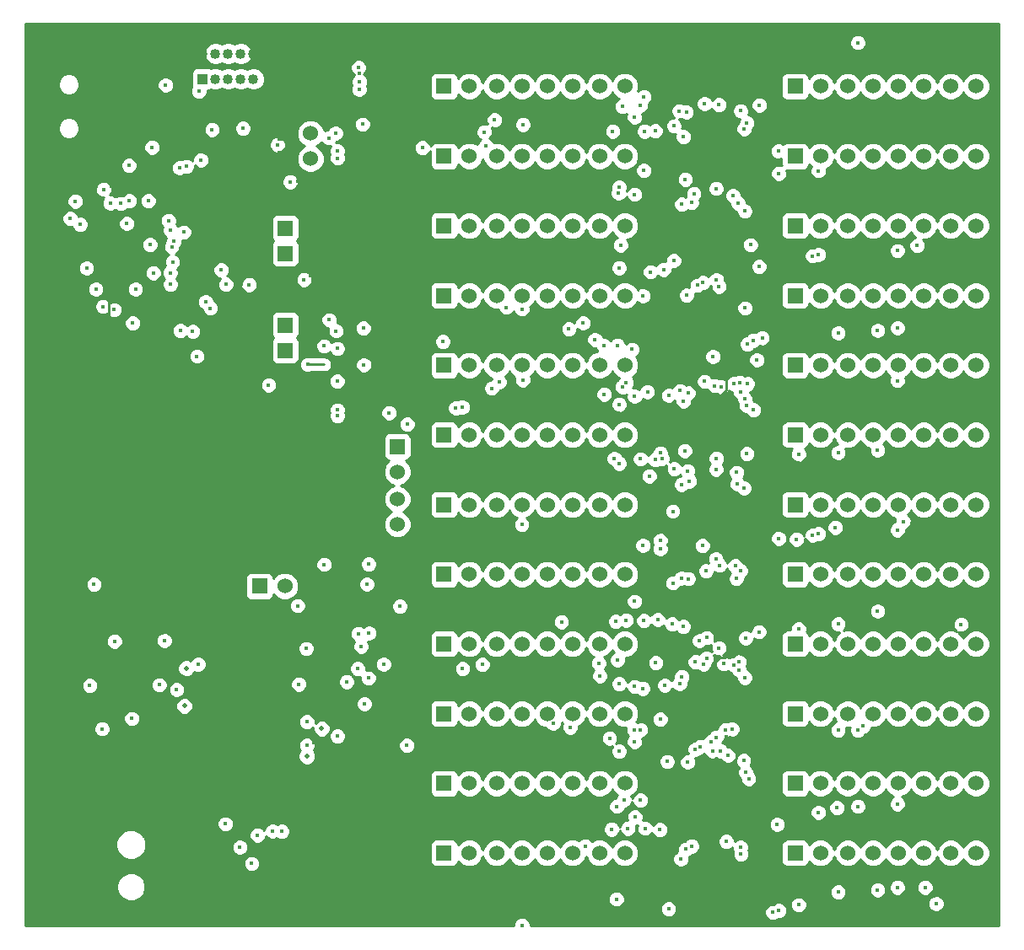
<source format=gbr>
%TF.FileFunction,Copper,L3,Inr,Plane*%
%FSLAX46Y46*%
G04 Gerber Fmt 4.6, Leading zero omitted, Abs format (unit mm)*
G04 Created by KiCad (PCBNEW (2014-10-18 BZR 5203)-product) date 11/17/2014 11:17:39 AM*
%MOMM*%
G01*
G04 APERTURE LIST*
%ADD10C,0.150000*%
%ADD11C,1.016000*%
%ADD12R,1.016000X1.016000*%
%ADD13R,1.524000X1.524000*%
%ADD14C,1.524000*%
%ADD15C,4.000000*%
%ADD16C,0.401600*%
%ADD17C,0.492600*%
%ADD18C,0.254000*%
G04 APERTURE END LIST*
D10*
D11*
X108270000Y-60270000D03*
D12*
X104460000Y-60270000D03*
D11*
X104460000Y-57730000D03*
X105730000Y-60270000D03*
X105730000Y-57730000D03*
X107000000Y-60270000D03*
X107000000Y-57730000D03*
X108270000Y-57730000D03*
X109540000Y-60270000D03*
X109540000Y-57730000D03*
D13*
X128680000Y-61000000D03*
D14*
X131220000Y-61000000D03*
X133940000Y-61000000D03*
X136480000Y-61000000D03*
X139020000Y-61000000D03*
X141560000Y-61000000D03*
X144280000Y-61000000D03*
X146820000Y-61000000D03*
D13*
X163930000Y-61000000D03*
D14*
X166470000Y-61000000D03*
X169190000Y-61000000D03*
X171730000Y-61000000D03*
X174270000Y-61000000D03*
X176810000Y-61000000D03*
X179530000Y-61000000D03*
X182070000Y-61000000D03*
D13*
X128680000Y-89000000D03*
D14*
X131220000Y-89000000D03*
X133940000Y-89000000D03*
X136480000Y-89000000D03*
X139020000Y-89000000D03*
X141560000Y-89000000D03*
X144280000Y-89000000D03*
X146820000Y-89000000D03*
D13*
X163930000Y-89000000D03*
D14*
X166470000Y-89000000D03*
X169190000Y-89000000D03*
X171730000Y-89000000D03*
X174270000Y-89000000D03*
X176810000Y-89000000D03*
X179530000Y-89000000D03*
X182070000Y-89000000D03*
D13*
X128680000Y-117000000D03*
D14*
X131220000Y-117000000D03*
X133940000Y-117000000D03*
X136480000Y-117000000D03*
X139020000Y-117000000D03*
X141560000Y-117000000D03*
X144280000Y-117000000D03*
X146820000Y-117000000D03*
D13*
X163930000Y-117000000D03*
D14*
X166470000Y-117000000D03*
X169190000Y-117000000D03*
X171730000Y-117000000D03*
X174270000Y-117000000D03*
X176810000Y-117000000D03*
X179530000Y-117000000D03*
X182070000Y-117000000D03*
D13*
X128680000Y-68000000D03*
D14*
X131220000Y-68000000D03*
X133940000Y-68000000D03*
X136480000Y-68000000D03*
X139020000Y-68000000D03*
X141560000Y-68000000D03*
X144280000Y-68000000D03*
X146820000Y-68000000D03*
D13*
X163930000Y-68000000D03*
D14*
X166470000Y-68000000D03*
X169190000Y-68000000D03*
X171730000Y-68000000D03*
X174270000Y-68000000D03*
X176810000Y-68000000D03*
X179530000Y-68000000D03*
X182070000Y-68000000D03*
D13*
X128680000Y-75000000D03*
D14*
X131220000Y-75000000D03*
X133940000Y-75000000D03*
X136480000Y-75000000D03*
X139020000Y-75000000D03*
X141560000Y-75000000D03*
X144280000Y-75000000D03*
X146820000Y-75000000D03*
D13*
X163930000Y-75000000D03*
D14*
X166470000Y-75000000D03*
X169190000Y-75000000D03*
X171730000Y-75000000D03*
X174270000Y-75000000D03*
X176810000Y-75000000D03*
X179530000Y-75000000D03*
X182070000Y-75000000D03*
D13*
X128680000Y-82000000D03*
D14*
X131220000Y-82000000D03*
X133940000Y-82000000D03*
X136480000Y-82000000D03*
X139020000Y-82000000D03*
X141560000Y-82000000D03*
X144280000Y-82000000D03*
X146820000Y-82000000D03*
D13*
X163930000Y-82000000D03*
D14*
X166470000Y-82000000D03*
X169190000Y-82000000D03*
X171730000Y-82000000D03*
X174270000Y-82000000D03*
X176810000Y-82000000D03*
X179530000Y-82000000D03*
X182070000Y-82000000D03*
D13*
X128680000Y-124000000D03*
D14*
X131220000Y-124000000D03*
X133940000Y-124000000D03*
X136480000Y-124000000D03*
X139020000Y-124000000D03*
X141560000Y-124000000D03*
X144280000Y-124000000D03*
X146820000Y-124000000D03*
D13*
X163930000Y-124000000D03*
D14*
X166470000Y-124000000D03*
X169190000Y-124000000D03*
X171730000Y-124000000D03*
X174270000Y-124000000D03*
X176810000Y-124000000D03*
X179530000Y-124000000D03*
X182070000Y-124000000D03*
D13*
X128680000Y-131000000D03*
D14*
X131220000Y-131000000D03*
X133940000Y-131000000D03*
X136480000Y-131000000D03*
X139020000Y-131000000D03*
X141560000Y-131000000D03*
X144280000Y-131000000D03*
X146820000Y-131000000D03*
D13*
X163930000Y-131000000D03*
D14*
X166470000Y-131000000D03*
X169190000Y-131000000D03*
X171730000Y-131000000D03*
X174270000Y-131000000D03*
X176810000Y-131000000D03*
X179530000Y-131000000D03*
X182070000Y-131000000D03*
D13*
X128680000Y-138000000D03*
D14*
X131220000Y-138000000D03*
X133940000Y-138000000D03*
X136480000Y-138000000D03*
X139020000Y-138000000D03*
X141560000Y-138000000D03*
X144280000Y-138000000D03*
X146820000Y-138000000D03*
D13*
X163930000Y-138000000D03*
D14*
X166470000Y-138000000D03*
X169190000Y-138000000D03*
X171730000Y-138000000D03*
X174270000Y-138000000D03*
X176810000Y-138000000D03*
X179530000Y-138000000D03*
X182070000Y-138000000D03*
D13*
X128680000Y-96000000D03*
D14*
X131220000Y-96000000D03*
X133940000Y-96000000D03*
X136480000Y-96000000D03*
X139020000Y-96000000D03*
X141560000Y-96000000D03*
X144280000Y-96000000D03*
X146820000Y-96000000D03*
D13*
X163930000Y-96000000D03*
D14*
X166470000Y-96000000D03*
X169190000Y-96000000D03*
X171730000Y-96000000D03*
X174270000Y-96000000D03*
X176810000Y-96000000D03*
X179530000Y-96000000D03*
X182070000Y-96000000D03*
D13*
X128680000Y-103000000D03*
D14*
X131220000Y-103000000D03*
X133940000Y-103000000D03*
X136480000Y-103000000D03*
X139020000Y-103000000D03*
X141560000Y-103000000D03*
X144280000Y-103000000D03*
X146820000Y-103000000D03*
D13*
X163930000Y-103000000D03*
D14*
X166470000Y-103000000D03*
X169190000Y-103000000D03*
X171730000Y-103000000D03*
X174270000Y-103000000D03*
X176810000Y-103000000D03*
X179530000Y-103000000D03*
X182070000Y-103000000D03*
D13*
X128680000Y-110000000D03*
D14*
X131220000Y-110000000D03*
X133940000Y-110000000D03*
X136480000Y-110000000D03*
X139020000Y-110000000D03*
X141560000Y-110000000D03*
X144280000Y-110000000D03*
X146820000Y-110000000D03*
D13*
X163930000Y-110000000D03*
D14*
X166470000Y-110000000D03*
X169190000Y-110000000D03*
X171730000Y-110000000D03*
X174270000Y-110000000D03*
X176810000Y-110000000D03*
X179530000Y-110000000D03*
X182070000Y-110000000D03*
X115270000Y-68270000D03*
D13*
X112730000Y-68270000D03*
X112730000Y-65730000D03*
D14*
X115270000Y-65730000D03*
X115270000Y-77770000D03*
D13*
X112730000Y-77770000D03*
X112730000Y-75230000D03*
D14*
X115270000Y-75230000D03*
X115270000Y-87520000D03*
D13*
X112730000Y-87520000D03*
X112730000Y-84980000D03*
D14*
X115270000Y-84980000D03*
D13*
X110160000Y-111200000D03*
D14*
X112700000Y-111200000D03*
X115240000Y-111200000D03*
D13*
X124000000Y-97180000D03*
D14*
X124000000Y-99720000D03*
X124000000Y-102440000D03*
X124000000Y-104980000D03*
D15*
X121790000Y-75650000D03*
X180980000Y-142620000D03*
D16*
X106321500Y-79435200D03*
X109118500Y-80926700D03*
X154411300Y-127315200D03*
X154732200Y-119028800D03*
X154307600Y-116674900D03*
X149397400Y-79638800D03*
X145609900Y-65518400D03*
X146250000Y-71121700D03*
X146029400Y-133316300D03*
X145286700Y-126478000D03*
X120620000Y-88974600D03*
X120576200Y-85289400D03*
X121097800Y-120432900D03*
X121149500Y-115917900D03*
X151797400Y-99417800D03*
X151215100Y-92042100D03*
X146250000Y-92932300D03*
X145778700Y-98377100D03*
X154976700Y-109657500D03*
X144318200Y-120209900D03*
X146412000Y-76948200D03*
X102201300Y-85538700D03*
X149886800Y-65477700D03*
X103455200Y-85622500D03*
X142634200Y-84760000D03*
X148653500Y-82038700D03*
X152384200Y-91565000D03*
X101425600Y-78631900D03*
X144210200Y-118931200D03*
X146080000Y-118622800D03*
X152326000Y-120998100D03*
X101581200Y-76534300D03*
X154093900Y-80974100D03*
X153896400Y-127587100D03*
X152295600Y-63459800D03*
X153512700Y-72685100D03*
X153542600Y-137300900D03*
X153313900Y-100646200D03*
X153896400Y-118802800D03*
X120683000Y-123024900D03*
X120357000Y-117236800D03*
X120103500Y-59107200D03*
X117786300Y-65701700D03*
X117848300Y-85560300D03*
X152844300Y-97600600D03*
X153176900Y-91802100D03*
X153204300Y-110449400D03*
X160606800Y-86250000D03*
X159126800Y-86898000D03*
X159720700Y-86502600D03*
X168236000Y-85773400D03*
X172204000Y-85515400D03*
X143826300Y-86436400D03*
X174188000Y-85265200D03*
X146088300Y-87010900D03*
X147563300Y-87416600D03*
X148794200Y-65506800D03*
X148396000Y-62883100D03*
X157676400Y-71960800D03*
X152891800Y-70336200D03*
X160300000Y-79095800D03*
X165655600Y-78022100D03*
X166252000Y-77886700D03*
X159450200Y-76916200D03*
X174188000Y-77505300D03*
X176172000Y-76996700D03*
X151738000Y-78495500D03*
X154830300Y-62739600D03*
X152704300Y-66056000D03*
X162284000Y-69736400D03*
X166252000Y-69476600D03*
X162230000Y-67497800D03*
X148722500Y-69444800D03*
X158220100Y-72769400D03*
X154651500Y-80708500D03*
X158954400Y-116418200D03*
X160300000Y-115782200D03*
X164268000Y-115501200D03*
X168236000Y-114999800D03*
X172204000Y-113701500D03*
X151578700Y-114995800D03*
X150380000Y-107445000D03*
X154608900Y-107116700D03*
X158406100Y-91655400D03*
X149093900Y-91677400D03*
X158042800Y-99770900D03*
X156020200Y-98361100D03*
X150564500Y-98367300D03*
X149275200Y-100137500D03*
X158013700Y-110446800D03*
X155028800Y-116367600D03*
X164051000Y-106491100D03*
X162284000Y-106415100D03*
X166252000Y-105944900D03*
X150380000Y-106614200D03*
X151634700Y-103675600D03*
X167960800Y-105294000D03*
X174188000Y-105553100D03*
X174756800Y-104700800D03*
X148651800Y-107108600D03*
X159072700Y-97888100D03*
X164268000Y-97927600D03*
X168236000Y-97797400D03*
X172201200Y-97537000D03*
X150397800Y-97829200D03*
X158097900Y-100894600D03*
X155957600Y-108456300D03*
X151659100Y-110880000D03*
X147802200Y-112727100D03*
X161687600Y-143967600D03*
X162284000Y-143776200D03*
X164268000Y-143203300D03*
X142845500Y-137310600D03*
X168236000Y-141928300D03*
X172204000Y-141702000D03*
X174188000Y-141451800D03*
X145972400Y-142631200D03*
X151218400Y-143610400D03*
X157729500Y-119085200D03*
X156285900Y-117400300D03*
X157215500Y-128188600D03*
X155982400Y-126379500D03*
X158424300Y-137420400D03*
X147838900Y-134375200D03*
X162122300Y-135125300D03*
X166252000Y-133932100D03*
X168128500Y-133459800D03*
X170220000Y-133317100D03*
X174188000Y-133071400D03*
X148396000Y-132698300D03*
X156947600Y-125617400D03*
X157607900Y-125551200D03*
X168236000Y-125668000D03*
X170747800Y-125246500D03*
X147760400Y-125631600D03*
X150380000Y-124572900D03*
X148396000Y-125631400D03*
X158947300Y-129908900D03*
X152465100Y-138602400D03*
X147802200Y-126818700D03*
X151083500Y-128817600D03*
X97709500Y-81364600D03*
X111957000Y-66857100D03*
X117980000Y-67483600D03*
X133749300Y-64372900D03*
X120203400Y-60503700D03*
X130540000Y-93217300D03*
X165655600Y-106078800D03*
X136481200Y-105020600D03*
X128556000Y-86625600D03*
X157776800Y-90874700D03*
X155854100Y-91065200D03*
X146581500Y-91176700D03*
X141207800Y-85374000D03*
X133462500Y-91313000D03*
X174188000Y-90559200D03*
X146951200Y-90759500D03*
X144723600Y-87063200D03*
X134227500Y-90688300D03*
X136492000Y-83362800D03*
X124978000Y-94933100D03*
X123172100Y-93779600D03*
X122604000Y-119040600D03*
X130540000Y-119486700D03*
X180584800Y-115023800D03*
X178072000Y-143093400D03*
X136492000Y-145268900D03*
X124935200Y-127193000D03*
X132524000Y-119066300D03*
X176959400Y-141451800D03*
X146751400Y-132669100D03*
X126515700Y-67158500D03*
X99497000Y-79729900D03*
X118908300Y-120788200D03*
X170220000Y-125668000D03*
X140460000Y-114795200D03*
X141348200Y-125370000D03*
X139625000Y-124968100D03*
X149933500Y-118890500D03*
X147802200Y-121277000D03*
X132714900Y-65586700D03*
X132870900Y-66971500D03*
X170220000Y-56606400D03*
X136609300Y-64838000D03*
X117980000Y-93510200D03*
X136579600Y-90485800D03*
X134933600Y-83194200D03*
X129861400Y-93305100D03*
D17*
X102793600Y-119437400D03*
X102615600Y-123229600D03*
D16*
X96237600Y-72761200D03*
X100605000Y-116662700D03*
X93541900Y-111023000D03*
X101839400Y-121589800D03*
X101350100Y-77121100D03*
X116652000Y-109018600D03*
D17*
X116410000Y-125509900D03*
X114910000Y-128279700D03*
D16*
X124239300Y-113212700D03*
X155325000Y-121600000D03*
X155525000Y-103375000D03*
X156250000Y-94675000D03*
X155425000Y-74800000D03*
X157750000Y-61450000D03*
X155750000Y-66000000D03*
X156646900Y-79329300D03*
X155750000Y-84250000D03*
X157000000Y-89300420D03*
X157000000Y-98300420D03*
X157000000Y-107300420D03*
X155750000Y-112750000D03*
X157764500Y-117300420D03*
X157000000Y-126300420D03*
X155750000Y-131250000D03*
X157000000Y-135300420D03*
X155750000Y-140500000D03*
X111660000Y-138420000D03*
X109910000Y-141869580D03*
X111410000Y-141869580D03*
X112910000Y-141869580D03*
X95280000Y-127340420D03*
X93090000Y-127290000D03*
X93090000Y-126340000D03*
X92280760Y-121090000D03*
X96616500Y-120708400D03*
X98080000Y-121590420D03*
X101080000Y-122489580D03*
X104244100Y-122735300D03*
X98080000Y-119590420D03*
X100830000Y-118790000D03*
X111920000Y-117000000D03*
X115670000Y-116550420D03*
X112837000Y-113766600D03*
X120050420Y-110250000D03*
X120050420Y-111750000D03*
X124000000Y-111000000D03*
X125387100Y-114993400D03*
X124549080Y-121724160D03*
X118950920Y-124325120D03*
X117150000Y-122550420D03*
X111910000Y-127850000D03*
X112660000Y-124900420D03*
X111160000Y-124900420D03*
X111260000Y-128765000D03*
X107160000Y-118101020D03*
X107177800Y-119748300D03*
X118950920Y-117575120D03*
X118254800Y-92102900D03*
X124549080Y-89474160D03*
X124549080Y-82724160D03*
X112500000Y-89800420D03*
X106500000Y-86000000D03*
X89300420Y-79750000D03*
X89300420Y-78250000D03*
X89300420Y-76750000D03*
X89300420Y-75250000D03*
X93988900Y-74706500D03*
X100065800Y-80631000D03*
X102699580Y-81000000D03*
X102699580Y-79500000D03*
X105550000Y-78650000D03*
X107905000Y-74950000D03*
X99750000Y-71050420D03*
X98250000Y-71050420D03*
X96750000Y-71050420D03*
X88275000Y-61400000D03*
X88275000Y-58550000D03*
X93725000Y-58550000D03*
X88275000Y-67450000D03*
X93218000Y-66294000D03*
X124602200Y-63428900D03*
X118950920Y-66325120D03*
X124549080Y-56724160D03*
X120216900Y-59721800D03*
X121991100Y-59329300D03*
X157000000Y-70300420D03*
X155002200Y-128781800D03*
X103380000Y-113392500D03*
X103007200Y-114889300D03*
X115572500Y-126873000D03*
X93750000Y-84949580D03*
X90550420Y-88000000D03*
X100300420Y-88000000D03*
X154985700Y-72989400D03*
X154967900Y-91958200D03*
X155025100Y-100892600D03*
X155006000Y-120015000D03*
X96937800Y-79781400D03*
X94381300Y-76771500D03*
X91500000Y-77500000D03*
X97254100Y-77144900D03*
X98000000Y-73500000D03*
X94381300Y-78988900D03*
X95000000Y-82500000D03*
X95250000Y-84949580D03*
X118950920Y-85325120D03*
X92623600Y-70835500D03*
X95250000Y-71050420D03*
X93750000Y-71050420D03*
X96580000Y-118489580D03*
X103932500Y-124440000D03*
X111170000Y-114050420D03*
X91330000Y-113978220D03*
X124500000Y-109550000D03*
X125450000Y-110500000D03*
X122550000Y-111500000D03*
X115250000Y-80050420D03*
X114000000Y-70550420D03*
X88000000Y-55000000D03*
X93000000Y-55000000D03*
X100000000Y-55000000D03*
X109000000Y-55000000D03*
X117000000Y-55000000D03*
X123000000Y-55000000D03*
X130000000Y-55000000D03*
X137000000Y-55000000D03*
X144000000Y-55000000D03*
X149000000Y-55000000D03*
X154000000Y-55000000D03*
X160000000Y-55000000D03*
X166000000Y-55000000D03*
X176000000Y-56000000D03*
X183000000Y-57000000D03*
X184000000Y-61000000D03*
X183000000Y-65000000D03*
X184000000Y-68000000D03*
X183000000Y-72000000D03*
X184000000Y-75000000D03*
X183000000Y-79000000D03*
X184000000Y-82000000D03*
X183000000Y-86000000D03*
X184000000Y-89000000D03*
X183000000Y-93000000D03*
X184000000Y-96000000D03*
X183000000Y-100000000D03*
X184000000Y-103000000D03*
X183000000Y-107000000D03*
X184000000Y-110000000D03*
X183000000Y-114000000D03*
X184000000Y-117000000D03*
X183000000Y-121000000D03*
X184000000Y-124000000D03*
X183000000Y-128000000D03*
X184000000Y-131000000D03*
X183000000Y-135000000D03*
X184000000Y-138000000D03*
X183000000Y-141000000D03*
X88000000Y-81000000D03*
X88000000Y-86000000D03*
X87000000Y-91000000D03*
X89000000Y-97000000D03*
X89000000Y-102000000D03*
X89000000Y-108000000D03*
X88000000Y-115000000D03*
X88000000Y-120000000D03*
X88000000Y-129000000D03*
X88000000Y-136000000D03*
X88000000Y-142000000D03*
X91000000Y-144000000D03*
X98000000Y-144000000D03*
X104000000Y-144000000D03*
X113000000Y-144000000D03*
X117000000Y-144000000D03*
X124000000Y-144000000D03*
X130000000Y-144000000D03*
X138000000Y-143000000D03*
X143000000Y-143000000D03*
X88000000Y-75000000D03*
X88000000Y-71000000D03*
X148000000Y-144000000D03*
X167000000Y-144000000D03*
X156000000Y-144000000D03*
X172000000Y-144000000D03*
X96837800Y-74769900D03*
X97077900Y-72493100D03*
X95599900Y-116727700D03*
X94431600Y-83102100D03*
X95563100Y-83428900D03*
X94354500Y-125524000D03*
X97341900Y-124495300D03*
X155983300Y-99454500D03*
X150718100Y-79391300D03*
X148864100Y-135517600D03*
X148721400Y-114653900D03*
X148634300Y-121483700D03*
X146971200Y-114622900D03*
X146250000Y-79227300D03*
X146250000Y-121008200D03*
X145909200Y-114739900D03*
X121106300Y-108983300D03*
X114846200Y-117467900D03*
X113973600Y-113157600D03*
X108192100Y-137420000D03*
X106790100Y-80877300D03*
X104076300Y-61480000D03*
X105394900Y-65339000D03*
X104283300Y-68399200D03*
X101186200Y-79714200D03*
X91152800Y-74265800D03*
X91671100Y-72538100D03*
X120009800Y-119490900D03*
X144760600Y-91932400D03*
X156280900Y-62849500D03*
X155998100Y-71256300D03*
X117980000Y-126261100D03*
X156280900Y-81091800D03*
X99000000Y-72491400D03*
X106732000Y-135075800D03*
X147136700Y-135528900D03*
X120930900Y-111000000D03*
X156020200Y-80432900D03*
X156725000Y-118974500D03*
X157012200Y-136844900D03*
X145491800Y-135613500D03*
X97426900Y-84763000D03*
X150835900Y-121148500D03*
X150334600Y-135658900D03*
X111070900Y-90995500D03*
X114093000Y-121045000D03*
X147802200Y-64084700D03*
X146250000Y-127782200D03*
X156424000Y-127739000D03*
X146250000Y-98872300D03*
X148396000Y-98422700D03*
X149875900Y-98499400D03*
X156531100Y-91187300D03*
X147802200Y-92115500D03*
X117987700Y-68205000D03*
X120504600Y-64806400D03*
X120151300Y-61297500D03*
X101213300Y-80880800D03*
X104750400Y-82627400D03*
X156332000Y-109097100D03*
X150131800Y-114561600D03*
X147802200Y-71843700D03*
X146201900Y-71720600D03*
X114979900Y-88941500D03*
X117980000Y-94096300D03*
X117980000Y-87330700D03*
X114625000Y-80420400D03*
X108500000Y-65211900D03*
X113237900Y-70591500D03*
X95185600Y-72724500D03*
X93117600Y-121185800D03*
X99152200Y-76906400D03*
X101024700Y-74480400D03*
X114910000Y-124825900D03*
X114910000Y-127181600D03*
X93725500Y-81368800D03*
X109951800Y-136207500D03*
X111467200Y-135799100D03*
X104011500Y-119040600D03*
X100097700Y-121114800D03*
X109377400Y-139062000D03*
X112386000Y-135826800D03*
X158811200Y-65248100D03*
X152993200Y-63578900D03*
X158317900Y-118818700D03*
X155020400Y-118433200D03*
X159260500Y-130528800D03*
X155629300Y-127743000D03*
X159747700Y-93502800D03*
X160079000Y-88469200D03*
X155678900Y-88140100D03*
X154815900Y-90633400D03*
X157904100Y-109158100D03*
X152693200Y-115254300D03*
X101236000Y-75463900D03*
X160331400Y-62886000D03*
X158748000Y-128716600D03*
X158793600Y-101343900D03*
X158485400Y-138104200D03*
X158442500Y-109650400D03*
X158448400Y-63455600D03*
X158879000Y-73532200D03*
X158879000Y-120385600D03*
X158893500Y-83266300D03*
X158879000Y-92385600D03*
X99372800Y-67116300D03*
X102826000Y-69040100D03*
X92792700Y-79247800D03*
X94500000Y-71336800D03*
X97054800Y-68932900D03*
X102115800Y-69182400D03*
X103879400Y-88097900D03*
X105230000Y-83270000D03*
X159072800Y-64660900D03*
X153754500Y-71774800D03*
X158309400Y-119639300D03*
X155497800Y-126809500D03*
X159026300Y-93040800D03*
X159125300Y-90874600D03*
X158342000Y-90734900D03*
X153135600Y-99619300D03*
X92156100Y-74867500D03*
X100734500Y-60867500D03*
X117103900Y-66169900D03*
X117155500Y-84452100D03*
X116629800Y-87076700D03*
X120053900Y-115962800D03*
X117961100Y-90605700D03*
X102548300Y-75642100D03*
X146559300Y-63024400D03*
X148749700Y-62046300D03*
X152543000Y-120298000D03*
X152492400Y-110410300D03*
X152534500Y-72842900D03*
X151752600Y-64978600D03*
X153019300Y-81973100D03*
X153140600Y-128872600D03*
X152948100Y-137617600D03*
X152714500Y-92608900D03*
X152512800Y-100978800D03*
D18*
X121991100Y-57654200D02*
X122921140Y-56724160D01*
X122921140Y-56724160D02*
X124549080Y-56724160D01*
X121991100Y-59329300D02*
X121991100Y-57654200D01*
X157000000Y-126909800D02*
X158031200Y-127941000D01*
X158031200Y-127941000D02*
X158031200Y-128496100D01*
X158031200Y-128496100D02*
X157425400Y-129101900D01*
X157425400Y-129101900D02*
X155322300Y-129101900D01*
X155322300Y-129101900D02*
X155002200Y-128781800D01*
X157000000Y-126300420D02*
X157000000Y-126909800D01*
X115572500Y-126545300D02*
X115305800Y-126278600D01*
X115305800Y-126278600D02*
X113804800Y-126278600D01*
X113804800Y-126278600D02*
X112233400Y-127850000D01*
X112233400Y-127850000D02*
X111910000Y-127850000D01*
X115572500Y-126873000D02*
X115572500Y-126545300D01*
X157000000Y-71396800D02*
X156763700Y-71633100D01*
X156763700Y-71633100D02*
X156763700Y-71816000D01*
X156763700Y-71816000D02*
X155590300Y-72989400D01*
X155590300Y-72989400D02*
X154985700Y-72989400D01*
X157000000Y-70300420D02*
X157000000Y-71396800D01*
X157000000Y-91518700D02*
X156492000Y-92026700D01*
X156492000Y-92026700D02*
X155036400Y-92026700D01*
X155036400Y-92026700D02*
X154967900Y-91958200D01*
X157000000Y-89300420D02*
X157000000Y-91518700D01*
X157000000Y-100426400D02*
X156533800Y-100892600D01*
X156533800Y-100892600D02*
X155025100Y-100892600D01*
X157000000Y-98300420D02*
X157000000Y-100426400D01*
X157764500Y-117431800D02*
X156872900Y-118323400D01*
X156872900Y-118323400D02*
X156370000Y-118323400D01*
X156370000Y-118323400D02*
X155699500Y-118993900D01*
X155699500Y-118993900D02*
X155699500Y-119573000D01*
X155699500Y-119573000D02*
X155257500Y-120015000D01*
X155257500Y-120015000D02*
X155006000Y-120015000D01*
X157764500Y-117300420D02*
X157764500Y-117431800D01*
X93652800Y-77500000D02*
X94381300Y-76771500D01*
X91500000Y-77500000D02*
X93652800Y-77500000D01*
X98000000Y-76399000D02*
X97254100Y-77144900D01*
X98000000Y-73500000D02*
X98000000Y-76399000D01*
X95000000Y-79607600D02*
X94381300Y-78988900D01*
X95250000Y-84673400D02*
X95000000Y-84423400D01*
X95000000Y-84423400D02*
X95000000Y-82500000D01*
X95250000Y-84949580D02*
X95250000Y-84673400D01*
X95000000Y-79607600D02*
X94381300Y-78988900D01*
X95000000Y-82500000D02*
X95000000Y-79607600D01*
X95250000Y-70566200D02*
X94975800Y-70292000D01*
X94975800Y-70292000D02*
X93167100Y-70292000D01*
X93167100Y-70292000D02*
X92623600Y-70835500D01*
X95250000Y-71050420D02*
X95250000Y-70566200D01*
X92838520Y-71050420D02*
X92623600Y-70835500D01*
X93750000Y-71050420D02*
X92838520Y-71050420D01*
X115250000Y-77790000D02*
X115270000Y-77770000D01*
X115250000Y-77790000D02*
X115250000Y-80050420D01*
X112730000Y-68600100D02*
X112730000Y-68270000D01*
X114000000Y-69870100D02*
X112730000Y-68600100D01*
X114000000Y-70550420D02*
X114000000Y-69870100D01*
X181380000Y-142620000D02*
X183000000Y-141000000D01*
X180980000Y-142620000D02*
X181380000Y-142620000D01*
X88275000Y-61400000D02*
X88275000Y-67450000D01*
X88275000Y-58550000D02*
X88275000Y-61400000D01*
X117000000Y-144000000D02*
X124000000Y-144000000D01*
X130000000Y-144000000D02*
X131000000Y-143000000D01*
X131000000Y-143000000D02*
X138000000Y-143000000D01*
X143000000Y-143000000D02*
X145000000Y-145000000D01*
X145000000Y-145000000D02*
X148000000Y-145000000D01*
X88275000Y-67450000D02*
X88000000Y-67725000D01*
X88000000Y-67725000D02*
X88000000Y-71000000D01*
X88000000Y-75000000D02*
X88000000Y-81000000D01*
X148000000Y-145000000D02*
X148000000Y-144000000D01*
X180980000Y-143020000D02*
X180980000Y-142620000D01*
X173000000Y-145000000D02*
X179000000Y-145000000D01*
X179000000Y-145000000D02*
X180980000Y-143020000D01*
X172000000Y-144000000D02*
X167000000Y-144000000D01*
X157000000Y-145000000D02*
X164000000Y-145000000D01*
X164000000Y-145000000D02*
X166000000Y-145000000D01*
X166000000Y-145000000D02*
X167000000Y-144000000D01*
X155000000Y-145000000D02*
X156000000Y-144000000D01*
X148000000Y-145000000D02*
X155000000Y-145000000D01*
X156000000Y-144000000D02*
X157000000Y-145000000D01*
X172000000Y-144000000D02*
X173000000Y-145000000D01*
X116661300Y-88941500D02*
X114979900Y-88941500D01*
G36*
X184315000Y-145315000D02*
X183467242Y-145315000D01*
X183467242Y-137723339D01*
X183467242Y-130723339D01*
X183467242Y-123723339D01*
X183467242Y-116723339D01*
X183467242Y-109723339D01*
X183467242Y-102723339D01*
X183467242Y-95723339D01*
X183467242Y-88723339D01*
X183467242Y-81723339D01*
X183467242Y-74723339D01*
X183467242Y-67723339D01*
X183467242Y-60723339D01*
X183255010Y-60209697D01*
X182862370Y-59816371D01*
X182349100Y-59603243D01*
X181793339Y-59602758D01*
X181279697Y-59814990D01*
X180886371Y-60207630D01*
X180800050Y-60415512D01*
X180715010Y-60209697D01*
X180322370Y-59816371D01*
X179809100Y-59603243D01*
X179253339Y-59602758D01*
X178739697Y-59814990D01*
X178346371Y-60207630D01*
X178169828Y-60632791D01*
X177995010Y-60209697D01*
X177602370Y-59816371D01*
X177089100Y-59603243D01*
X176533339Y-59602758D01*
X176019697Y-59814990D01*
X175626371Y-60207630D01*
X175540050Y-60415512D01*
X175455010Y-60209697D01*
X175062370Y-59816371D01*
X174549100Y-59603243D01*
X173993339Y-59602758D01*
X173479697Y-59814990D01*
X173086371Y-60207630D01*
X173000050Y-60415512D01*
X172915010Y-60209697D01*
X172522370Y-59816371D01*
X172009100Y-59603243D01*
X171453339Y-59602758D01*
X171055944Y-59766957D01*
X171055944Y-56440879D01*
X170928970Y-56133576D01*
X170694061Y-55898257D01*
X170386980Y-55770746D01*
X170054479Y-55770456D01*
X169747176Y-55897430D01*
X169511857Y-56132339D01*
X169384346Y-56439420D01*
X169384056Y-56771921D01*
X169511030Y-57079224D01*
X169745939Y-57314543D01*
X170053020Y-57442054D01*
X170385521Y-57442344D01*
X170692824Y-57315370D01*
X170928143Y-57080461D01*
X171055654Y-56773380D01*
X171055944Y-56440879D01*
X171055944Y-59766957D01*
X170939697Y-59814990D01*
X170546371Y-60207630D01*
X170460050Y-60415512D01*
X170375010Y-60209697D01*
X169982370Y-59816371D01*
X169469100Y-59603243D01*
X168913339Y-59602758D01*
X168399697Y-59814990D01*
X168006371Y-60207630D01*
X167829828Y-60632791D01*
X167655010Y-60209697D01*
X167262370Y-59816371D01*
X166749100Y-59603243D01*
X166193339Y-59602758D01*
X165679697Y-59814990D01*
X165327000Y-60167071D01*
X165327000Y-60111691D01*
X165230327Y-59878302D01*
X165051699Y-59699673D01*
X164818310Y-59603000D01*
X164565691Y-59603000D01*
X163041691Y-59603000D01*
X162808302Y-59699673D01*
X162629673Y-59878301D01*
X162533000Y-60111690D01*
X162533000Y-60364309D01*
X162533000Y-61888309D01*
X162629673Y-62121698D01*
X162808301Y-62300327D01*
X163041690Y-62397000D01*
X163294309Y-62397000D01*
X164818309Y-62397000D01*
X165051698Y-62300327D01*
X165230327Y-62121699D01*
X165327000Y-61888310D01*
X165327000Y-61832386D01*
X165677630Y-62183629D01*
X166190900Y-62396757D01*
X166746661Y-62397242D01*
X167260303Y-62185010D01*
X167653629Y-61792370D01*
X167830171Y-61367208D01*
X168004990Y-61790303D01*
X168397630Y-62183629D01*
X168910900Y-62396757D01*
X169466661Y-62397242D01*
X169980303Y-62185010D01*
X170373629Y-61792370D01*
X170459949Y-61584487D01*
X170544990Y-61790303D01*
X170937630Y-62183629D01*
X171450900Y-62396757D01*
X172006661Y-62397242D01*
X172520303Y-62185010D01*
X172913629Y-61792370D01*
X172999949Y-61584487D01*
X173084990Y-61790303D01*
X173477630Y-62183629D01*
X173990900Y-62396757D01*
X174546661Y-62397242D01*
X175060303Y-62185010D01*
X175453629Y-61792370D01*
X175539949Y-61584487D01*
X175624990Y-61790303D01*
X176017630Y-62183629D01*
X176530900Y-62396757D01*
X177086661Y-62397242D01*
X177600303Y-62185010D01*
X177993629Y-61792370D01*
X178170171Y-61367208D01*
X178344990Y-61790303D01*
X178737630Y-62183629D01*
X179250900Y-62396757D01*
X179806661Y-62397242D01*
X180320303Y-62185010D01*
X180713629Y-61792370D01*
X180799949Y-61584487D01*
X180884990Y-61790303D01*
X181277630Y-62183629D01*
X181790900Y-62396757D01*
X182346661Y-62397242D01*
X182860303Y-62185010D01*
X183253629Y-61792370D01*
X183466757Y-61279100D01*
X183467242Y-60723339D01*
X183467242Y-67723339D01*
X183255010Y-67209697D01*
X182862370Y-66816371D01*
X182349100Y-66603243D01*
X181793339Y-66602758D01*
X181279697Y-66814990D01*
X180886371Y-67207630D01*
X180800050Y-67415512D01*
X180715010Y-67209697D01*
X180322370Y-66816371D01*
X179809100Y-66603243D01*
X179253339Y-66602758D01*
X178739697Y-66814990D01*
X178346371Y-67207630D01*
X178169828Y-67632791D01*
X177995010Y-67209697D01*
X177602370Y-66816371D01*
X177089100Y-66603243D01*
X176533339Y-66602758D01*
X176019697Y-66814990D01*
X175626371Y-67207630D01*
X175540050Y-67415512D01*
X175455010Y-67209697D01*
X175062370Y-66816371D01*
X174549100Y-66603243D01*
X173993339Y-66602758D01*
X173479697Y-66814990D01*
X173086371Y-67207630D01*
X173000050Y-67415512D01*
X172915010Y-67209697D01*
X172522370Y-66816371D01*
X172009100Y-66603243D01*
X171453339Y-66602758D01*
X170939697Y-66814990D01*
X170546371Y-67207630D01*
X170460050Y-67415512D01*
X170375010Y-67209697D01*
X169982370Y-66816371D01*
X169469100Y-66603243D01*
X168913339Y-66602758D01*
X168399697Y-66814990D01*
X168006371Y-67207630D01*
X167829828Y-67632791D01*
X167655010Y-67209697D01*
X167262370Y-66816371D01*
X166749100Y-66603243D01*
X166193339Y-66602758D01*
X165679697Y-66814990D01*
X165327000Y-67167071D01*
X165327000Y-67111691D01*
X165230327Y-66878302D01*
X165051699Y-66699673D01*
X164818310Y-66603000D01*
X164565691Y-66603000D01*
X163041691Y-66603000D01*
X162808302Y-66699673D01*
X162711183Y-66796791D01*
X162704061Y-66789657D01*
X162396980Y-66662146D01*
X162064479Y-66661856D01*
X161757176Y-66788830D01*
X161521857Y-67023739D01*
X161394346Y-67330820D01*
X161394056Y-67663321D01*
X161521030Y-67970624D01*
X161755939Y-68205943D01*
X162063020Y-68333454D01*
X162395521Y-68333744D01*
X162533000Y-68276939D01*
X162533000Y-68888309D01*
X162556259Y-68944461D01*
X162450980Y-68900746D01*
X162118479Y-68900456D01*
X161811176Y-69027430D01*
X161575857Y-69262339D01*
X161448346Y-69569420D01*
X161448056Y-69901921D01*
X161575030Y-70209224D01*
X161809939Y-70444543D01*
X162117020Y-70572054D01*
X162449521Y-70572344D01*
X162756824Y-70445370D01*
X162992143Y-70210461D01*
X163119654Y-69903380D01*
X163119944Y-69570879D01*
X163048099Y-69397000D01*
X163294309Y-69397000D01*
X164818309Y-69397000D01*
X165051698Y-69300327D01*
X165230327Y-69121699D01*
X165327000Y-68888310D01*
X165327000Y-68832386D01*
X165530049Y-69035790D01*
X165416346Y-69309620D01*
X165416056Y-69642121D01*
X165543030Y-69949424D01*
X165777939Y-70184743D01*
X166085020Y-70312254D01*
X166417521Y-70312544D01*
X166724824Y-70185570D01*
X166960143Y-69950661D01*
X167087654Y-69643580D01*
X167087944Y-69311079D01*
X167068584Y-69264226D01*
X167260303Y-69185010D01*
X167653629Y-68792370D01*
X167830171Y-68367208D01*
X168004990Y-68790303D01*
X168397630Y-69183629D01*
X168910900Y-69396757D01*
X169466661Y-69397242D01*
X169980303Y-69185010D01*
X170373629Y-68792370D01*
X170459949Y-68584487D01*
X170544990Y-68790303D01*
X170937630Y-69183629D01*
X171450900Y-69396757D01*
X172006661Y-69397242D01*
X172520303Y-69185010D01*
X172913629Y-68792370D01*
X172999949Y-68584487D01*
X173084990Y-68790303D01*
X173477630Y-69183629D01*
X173990900Y-69396757D01*
X174546661Y-69397242D01*
X175060303Y-69185010D01*
X175453629Y-68792370D01*
X175539949Y-68584487D01*
X175624990Y-68790303D01*
X176017630Y-69183629D01*
X176530900Y-69396757D01*
X177086661Y-69397242D01*
X177600303Y-69185010D01*
X177993629Y-68792370D01*
X178170171Y-68367208D01*
X178344990Y-68790303D01*
X178737630Y-69183629D01*
X179250900Y-69396757D01*
X179806661Y-69397242D01*
X180320303Y-69185010D01*
X180713629Y-68792370D01*
X180799949Y-68584487D01*
X180884990Y-68790303D01*
X181277630Y-69183629D01*
X181790900Y-69396757D01*
X182346661Y-69397242D01*
X182860303Y-69185010D01*
X183253629Y-68792370D01*
X183466757Y-68279100D01*
X183467242Y-67723339D01*
X183467242Y-74723339D01*
X183255010Y-74209697D01*
X182862370Y-73816371D01*
X182349100Y-73603243D01*
X181793339Y-73602758D01*
X181279697Y-73814990D01*
X180886371Y-74207630D01*
X180800050Y-74415512D01*
X180715010Y-74209697D01*
X180322370Y-73816371D01*
X179809100Y-73603243D01*
X179253339Y-73602758D01*
X178739697Y-73814990D01*
X178346371Y-74207630D01*
X178169828Y-74632791D01*
X177995010Y-74209697D01*
X177602370Y-73816371D01*
X177089100Y-73603243D01*
X176533339Y-73602758D01*
X176019697Y-73814990D01*
X175626371Y-74207630D01*
X175540050Y-74415512D01*
X175455010Y-74209697D01*
X175062370Y-73816371D01*
X174549100Y-73603243D01*
X173993339Y-73602758D01*
X173479697Y-73814990D01*
X173086371Y-74207630D01*
X173000050Y-74415512D01*
X172915010Y-74209697D01*
X172522370Y-73816371D01*
X172009100Y-73603243D01*
X171453339Y-73602758D01*
X170939697Y-73814990D01*
X170546371Y-74207630D01*
X170460050Y-74415512D01*
X170375010Y-74209697D01*
X169982370Y-73816371D01*
X169469100Y-73603243D01*
X168913339Y-73602758D01*
X168399697Y-73814990D01*
X168006371Y-74207630D01*
X167829828Y-74632791D01*
X167655010Y-74209697D01*
X167262370Y-73816371D01*
X166749100Y-73603243D01*
X166193339Y-73602758D01*
X165679697Y-73814990D01*
X165327000Y-74167071D01*
X165327000Y-74111691D01*
X165230327Y-73878302D01*
X165051699Y-73699673D01*
X164818310Y-73603000D01*
X164565691Y-73603000D01*
X163041691Y-73603000D01*
X162808302Y-73699673D01*
X162629673Y-73878301D01*
X162533000Y-74111690D01*
X162533000Y-74364309D01*
X162533000Y-75888309D01*
X162629673Y-76121698D01*
X162808301Y-76300327D01*
X163041690Y-76397000D01*
X163294309Y-76397000D01*
X164818309Y-76397000D01*
X165051698Y-76300327D01*
X165230327Y-76121699D01*
X165327000Y-75888310D01*
X165327000Y-75832386D01*
X165677630Y-76183629D01*
X166190900Y-76396757D01*
X166746661Y-76397242D01*
X167260303Y-76185010D01*
X167653629Y-75792370D01*
X167830171Y-75367208D01*
X168004990Y-75790303D01*
X168397630Y-76183629D01*
X168910900Y-76396757D01*
X169466661Y-76397242D01*
X169980303Y-76185010D01*
X170373629Y-75792370D01*
X170459949Y-75584487D01*
X170544990Y-75790303D01*
X170937630Y-76183629D01*
X171450900Y-76396757D01*
X172006661Y-76397242D01*
X172520303Y-76185010D01*
X172913629Y-75792370D01*
X172999949Y-75584487D01*
X173084990Y-75790303D01*
X173477630Y-76183629D01*
X173990900Y-76396757D01*
X174546661Y-76397242D01*
X175060303Y-76185010D01*
X175453629Y-75792370D01*
X175539949Y-75584487D01*
X175624990Y-75790303D01*
X175998208Y-76164173D01*
X175699176Y-76287730D01*
X175463857Y-76522639D01*
X175336346Y-76829720D01*
X175336056Y-77162221D01*
X175463030Y-77469524D01*
X175697939Y-77704843D01*
X176005020Y-77832354D01*
X176337521Y-77832644D01*
X176644824Y-77705670D01*
X176880143Y-77470761D01*
X177007654Y-77163680D01*
X177007944Y-76831179D01*
X176880970Y-76523876D01*
X176754267Y-76396951D01*
X177086661Y-76397242D01*
X177600303Y-76185010D01*
X177993629Y-75792370D01*
X178170171Y-75367208D01*
X178344990Y-75790303D01*
X178737630Y-76183629D01*
X179250900Y-76396757D01*
X179806661Y-76397242D01*
X180320303Y-76185010D01*
X180713629Y-75792370D01*
X180799949Y-75584487D01*
X180884990Y-75790303D01*
X181277630Y-76183629D01*
X181790900Y-76396757D01*
X182346661Y-76397242D01*
X182860303Y-76185010D01*
X183253629Y-75792370D01*
X183466757Y-75279100D01*
X183467242Y-74723339D01*
X183467242Y-81723339D01*
X183255010Y-81209697D01*
X182862370Y-80816371D01*
X182349100Y-80603243D01*
X181793339Y-80602758D01*
X181279697Y-80814990D01*
X180886371Y-81207630D01*
X180800050Y-81415512D01*
X180715010Y-81209697D01*
X180322370Y-80816371D01*
X179809100Y-80603243D01*
X179253339Y-80602758D01*
X178739697Y-80814990D01*
X178346371Y-81207630D01*
X178169828Y-81632791D01*
X177995010Y-81209697D01*
X177602370Y-80816371D01*
X177089100Y-80603243D01*
X176533339Y-80602758D01*
X176019697Y-80814990D01*
X175626371Y-81207630D01*
X175540050Y-81415512D01*
X175455010Y-81209697D01*
X175062370Y-80816371D01*
X175023944Y-80800415D01*
X175023944Y-77339779D01*
X174896970Y-77032476D01*
X174662061Y-76797157D01*
X174354980Y-76669646D01*
X174022479Y-76669356D01*
X173715176Y-76796330D01*
X173479857Y-77031239D01*
X173352346Y-77338320D01*
X173352056Y-77670821D01*
X173479030Y-77978124D01*
X173713939Y-78213443D01*
X174021020Y-78340954D01*
X174353521Y-78341244D01*
X174660824Y-78214270D01*
X174896143Y-77979361D01*
X175023654Y-77672280D01*
X175023944Y-77339779D01*
X175023944Y-80800415D01*
X174549100Y-80603243D01*
X173993339Y-80602758D01*
X173479697Y-80814990D01*
X173086371Y-81207630D01*
X173000050Y-81415512D01*
X172915010Y-81209697D01*
X172522370Y-80816371D01*
X172009100Y-80603243D01*
X171453339Y-80602758D01*
X170939697Y-80814990D01*
X170546371Y-81207630D01*
X170460050Y-81415512D01*
X170375010Y-81209697D01*
X169982370Y-80816371D01*
X169469100Y-80603243D01*
X168913339Y-80602758D01*
X168399697Y-80814990D01*
X168006371Y-81207630D01*
X167829828Y-81632791D01*
X167655010Y-81209697D01*
X167262370Y-80816371D01*
X167087944Y-80743943D01*
X167087944Y-77721179D01*
X166960970Y-77413876D01*
X166726061Y-77178557D01*
X166418980Y-77051046D01*
X166086479Y-77050756D01*
X165779176Y-77177730D01*
X165770490Y-77186400D01*
X165490079Y-77186156D01*
X165182776Y-77313130D01*
X164947457Y-77548039D01*
X164819946Y-77855120D01*
X164819656Y-78187621D01*
X164946630Y-78494924D01*
X165181539Y-78730243D01*
X165488620Y-78857754D01*
X165821121Y-78858044D01*
X166128424Y-78731070D01*
X166137109Y-78722399D01*
X166417521Y-78722644D01*
X166724824Y-78595670D01*
X166960143Y-78360761D01*
X167087654Y-78053680D01*
X167087944Y-77721179D01*
X167087944Y-80743943D01*
X166749100Y-80603243D01*
X166193339Y-80602758D01*
X165679697Y-80814990D01*
X165327000Y-81167071D01*
X165327000Y-81111691D01*
X165230327Y-80878302D01*
X165051699Y-80699673D01*
X164818310Y-80603000D01*
X164565691Y-80603000D01*
X163041691Y-80603000D01*
X162808302Y-80699673D01*
X162629673Y-80878301D01*
X162533000Y-81111690D01*
X162533000Y-81364309D01*
X162533000Y-82888309D01*
X162629673Y-83121698D01*
X162808301Y-83300327D01*
X163041690Y-83397000D01*
X163294309Y-83397000D01*
X164818309Y-83397000D01*
X165051698Y-83300327D01*
X165230327Y-83121699D01*
X165327000Y-82888310D01*
X165327000Y-82832386D01*
X165677630Y-83183629D01*
X166190900Y-83396757D01*
X166746661Y-83397242D01*
X167260303Y-83185010D01*
X167653629Y-82792370D01*
X167830171Y-82367208D01*
X168004990Y-82790303D01*
X168397630Y-83183629D01*
X168910900Y-83396757D01*
X169466661Y-83397242D01*
X169980303Y-83185010D01*
X170373629Y-82792370D01*
X170459949Y-82584487D01*
X170544990Y-82790303D01*
X170937630Y-83183629D01*
X171450900Y-83396757D01*
X172006661Y-83397242D01*
X172520303Y-83185010D01*
X172913629Y-82792370D01*
X172999949Y-82584487D01*
X173084990Y-82790303D01*
X173477630Y-83183629D01*
X173990900Y-83396757D01*
X174546661Y-83397242D01*
X175060303Y-83185010D01*
X175453629Y-82792370D01*
X175539949Y-82584487D01*
X175624990Y-82790303D01*
X176017630Y-83183629D01*
X176530900Y-83396757D01*
X177086661Y-83397242D01*
X177600303Y-83185010D01*
X177993629Y-82792370D01*
X178170171Y-82367208D01*
X178344990Y-82790303D01*
X178737630Y-83183629D01*
X179250900Y-83396757D01*
X179806661Y-83397242D01*
X180320303Y-83185010D01*
X180713629Y-82792370D01*
X180799949Y-82584487D01*
X180884990Y-82790303D01*
X181277630Y-83183629D01*
X181790900Y-83396757D01*
X182346661Y-83397242D01*
X182860303Y-83185010D01*
X183253629Y-82792370D01*
X183466757Y-82279100D01*
X183467242Y-81723339D01*
X183467242Y-88723339D01*
X183255010Y-88209697D01*
X182862370Y-87816371D01*
X182349100Y-87603243D01*
X181793339Y-87602758D01*
X181279697Y-87814990D01*
X180886371Y-88207630D01*
X180800050Y-88415512D01*
X180715010Y-88209697D01*
X180322370Y-87816371D01*
X179809100Y-87603243D01*
X179253339Y-87602758D01*
X178739697Y-87814990D01*
X178346371Y-88207630D01*
X178169828Y-88632791D01*
X177995010Y-88209697D01*
X177602370Y-87816371D01*
X177089100Y-87603243D01*
X176533339Y-87602758D01*
X176019697Y-87814990D01*
X175626371Y-88207630D01*
X175540050Y-88415512D01*
X175455010Y-88209697D01*
X175062370Y-87816371D01*
X175023944Y-87800415D01*
X175023944Y-85099679D01*
X174896970Y-84792376D01*
X174662061Y-84557057D01*
X174354980Y-84429546D01*
X174022479Y-84429256D01*
X173715176Y-84556230D01*
X173479857Y-84791139D01*
X173352346Y-85098220D01*
X173352056Y-85430721D01*
X173479030Y-85738024D01*
X173713939Y-85973343D01*
X174021020Y-86100854D01*
X174353521Y-86101144D01*
X174660824Y-85974170D01*
X174896143Y-85739261D01*
X175023654Y-85432180D01*
X175023944Y-85099679D01*
X175023944Y-87800415D01*
X174549100Y-87603243D01*
X173993339Y-87602758D01*
X173479697Y-87814990D01*
X173086371Y-88207630D01*
X173039944Y-88319437D01*
X173039944Y-85349879D01*
X172912970Y-85042576D01*
X172678061Y-84807257D01*
X172370980Y-84679746D01*
X172038479Y-84679456D01*
X171731176Y-84806430D01*
X171495857Y-85041339D01*
X171368346Y-85348420D01*
X171368056Y-85680921D01*
X171495030Y-85988224D01*
X171729939Y-86223543D01*
X172037020Y-86351054D01*
X172369521Y-86351344D01*
X172676824Y-86224370D01*
X172912143Y-85989461D01*
X173039654Y-85682380D01*
X173039944Y-85349879D01*
X173039944Y-88319437D01*
X173000050Y-88415512D01*
X172915010Y-88209697D01*
X172522370Y-87816371D01*
X172009100Y-87603243D01*
X171453339Y-87602758D01*
X170939697Y-87814990D01*
X170546371Y-88207630D01*
X170460050Y-88415512D01*
X170375010Y-88209697D01*
X169982370Y-87816371D01*
X169469100Y-87603243D01*
X169071944Y-87602896D01*
X169071944Y-85607879D01*
X168944970Y-85300576D01*
X168710061Y-85065257D01*
X168402980Y-84937746D01*
X168070479Y-84937456D01*
X167763176Y-85064430D01*
X167527857Y-85299339D01*
X167400346Y-85606420D01*
X167400056Y-85938921D01*
X167527030Y-86246224D01*
X167761939Y-86481543D01*
X168069020Y-86609054D01*
X168401521Y-86609344D01*
X168708824Y-86482370D01*
X168944143Y-86247461D01*
X169071654Y-85940380D01*
X169071944Y-85607879D01*
X169071944Y-87602896D01*
X168913339Y-87602758D01*
X168399697Y-87814990D01*
X168006371Y-88207630D01*
X167829828Y-88632791D01*
X167655010Y-88209697D01*
X167262370Y-87816371D01*
X166749100Y-87603243D01*
X166193339Y-87602758D01*
X165679697Y-87814990D01*
X165327000Y-88167071D01*
X165327000Y-88111691D01*
X165230327Y-87878302D01*
X165051699Y-87699673D01*
X164818310Y-87603000D01*
X164565691Y-87603000D01*
X163041691Y-87603000D01*
X162808302Y-87699673D01*
X162629673Y-87878301D01*
X162533000Y-88111690D01*
X162533000Y-88364309D01*
X162533000Y-89888309D01*
X162629673Y-90121698D01*
X162808301Y-90300327D01*
X163041690Y-90397000D01*
X163294309Y-90397000D01*
X164818309Y-90397000D01*
X165051698Y-90300327D01*
X165230327Y-90121699D01*
X165327000Y-89888310D01*
X165327000Y-89832386D01*
X165677630Y-90183629D01*
X166190900Y-90396757D01*
X166746661Y-90397242D01*
X167260303Y-90185010D01*
X167653629Y-89792370D01*
X167830171Y-89367208D01*
X168004990Y-89790303D01*
X168397630Y-90183629D01*
X168910900Y-90396757D01*
X169466661Y-90397242D01*
X169980303Y-90185010D01*
X170373629Y-89792370D01*
X170459949Y-89584487D01*
X170544990Y-89790303D01*
X170937630Y-90183629D01*
X171450900Y-90396757D01*
X172006661Y-90397242D01*
X172520303Y-90185010D01*
X172913629Y-89792370D01*
X172999949Y-89584487D01*
X173084990Y-89790303D01*
X173450320Y-90156271D01*
X173352346Y-90392220D01*
X173352056Y-90724721D01*
X173479030Y-91032024D01*
X173713939Y-91267343D01*
X174021020Y-91394854D01*
X174353521Y-91395144D01*
X174660824Y-91268170D01*
X174896143Y-91033261D01*
X175023654Y-90726180D01*
X175023944Y-90393679D01*
X174955599Y-90228272D01*
X175060303Y-90185010D01*
X175453629Y-89792370D01*
X175539949Y-89584487D01*
X175624990Y-89790303D01*
X176017630Y-90183629D01*
X176530900Y-90396757D01*
X177086661Y-90397242D01*
X177600303Y-90185010D01*
X177993629Y-89792370D01*
X178170171Y-89367208D01*
X178344990Y-89790303D01*
X178737630Y-90183629D01*
X179250900Y-90396757D01*
X179806661Y-90397242D01*
X180320303Y-90185010D01*
X180713629Y-89792370D01*
X180799949Y-89584487D01*
X180884990Y-89790303D01*
X181277630Y-90183629D01*
X181790900Y-90396757D01*
X182346661Y-90397242D01*
X182860303Y-90185010D01*
X183253629Y-89792370D01*
X183466757Y-89279100D01*
X183467242Y-88723339D01*
X183467242Y-95723339D01*
X183255010Y-95209697D01*
X182862370Y-94816371D01*
X182349100Y-94603243D01*
X181793339Y-94602758D01*
X181279697Y-94814990D01*
X180886371Y-95207630D01*
X180800050Y-95415512D01*
X180715010Y-95209697D01*
X180322370Y-94816371D01*
X179809100Y-94603243D01*
X179253339Y-94602758D01*
X178739697Y-94814990D01*
X178346371Y-95207630D01*
X178169828Y-95632791D01*
X177995010Y-95209697D01*
X177602370Y-94816371D01*
X177089100Y-94603243D01*
X176533339Y-94602758D01*
X176019697Y-94814990D01*
X175626371Y-95207630D01*
X175540050Y-95415512D01*
X175455010Y-95209697D01*
X175062370Y-94816371D01*
X174549100Y-94603243D01*
X173993339Y-94602758D01*
X173479697Y-94814990D01*
X173086371Y-95207630D01*
X173000050Y-95415512D01*
X172915010Y-95209697D01*
X172522370Y-94816371D01*
X172009100Y-94603243D01*
X171453339Y-94602758D01*
X170939697Y-94814990D01*
X170546371Y-95207630D01*
X170460050Y-95415512D01*
X170375010Y-95209697D01*
X169982370Y-94816371D01*
X169469100Y-94603243D01*
X168913339Y-94602758D01*
X168399697Y-94814990D01*
X168006371Y-95207630D01*
X167829828Y-95632791D01*
X167655010Y-95209697D01*
X167262370Y-94816371D01*
X166749100Y-94603243D01*
X166193339Y-94602758D01*
X165679697Y-94814990D01*
X165327000Y-95167071D01*
X165327000Y-95111691D01*
X165230327Y-94878302D01*
X165051699Y-94699673D01*
X164818310Y-94603000D01*
X164565691Y-94603000D01*
X163041691Y-94603000D01*
X162808302Y-94699673D01*
X162629673Y-94878301D01*
X162533000Y-95111690D01*
X162533000Y-95364309D01*
X162533000Y-96888309D01*
X162629673Y-97121698D01*
X162808301Y-97300327D01*
X163041690Y-97397000D01*
X163294309Y-97397000D01*
X163616494Y-97397000D01*
X163559857Y-97453539D01*
X163432346Y-97760620D01*
X163432056Y-98093121D01*
X163559030Y-98400424D01*
X163793939Y-98635743D01*
X164101020Y-98763254D01*
X164433521Y-98763544D01*
X164740824Y-98636570D01*
X164976143Y-98401661D01*
X165103654Y-98094580D01*
X165103944Y-97762079D01*
X164976970Y-97454776D01*
X164889753Y-97367406D01*
X165051698Y-97300327D01*
X165230327Y-97121699D01*
X165327000Y-96888310D01*
X165327000Y-96832386D01*
X165677630Y-97183629D01*
X166190900Y-97396757D01*
X166746661Y-97397242D01*
X167260303Y-97185010D01*
X167653629Y-96792370D01*
X167830171Y-96367208D01*
X168004990Y-96790303D01*
X168175936Y-96961547D01*
X168070479Y-96961456D01*
X167763176Y-97088430D01*
X167527857Y-97323339D01*
X167400346Y-97630420D01*
X167400056Y-97962921D01*
X167527030Y-98270224D01*
X167761939Y-98505543D01*
X168069020Y-98633054D01*
X168401521Y-98633344D01*
X168708824Y-98506370D01*
X168944143Y-98271461D01*
X169071654Y-97964380D01*
X169071944Y-97631879D01*
X168974817Y-97396812D01*
X169466661Y-97397242D01*
X169980303Y-97185010D01*
X170373629Y-96792370D01*
X170459949Y-96584487D01*
X170544990Y-96790303D01*
X170937630Y-97183629D01*
X171368629Y-97362595D01*
X171365546Y-97370020D01*
X171365256Y-97702521D01*
X171492230Y-98009824D01*
X171727139Y-98245143D01*
X172034220Y-98372654D01*
X172366721Y-98372944D01*
X172674024Y-98245970D01*
X172909343Y-98011061D01*
X173036854Y-97703980D01*
X173037144Y-97371479D01*
X172910170Y-97064176D01*
X172775993Y-96929765D01*
X172913629Y-96792370D01*
X172999949Y-96584487D01*
X173084990Y-96790303D01*
X173477630Y-97183629D01*
X173990900Y-97396757D01*
X174546661Y-97397242D01*
X175060303Y-97185010D01*
X175453629Y-96792370D01*
X175539949Y-96584487D01*
X175624990Y-96790303D01*
X176017630Y-97183629D01*
X176530900Y-97396757D01*
X177086661Y-97397242D01*
X177600303Y-97185010D01*
X177993629Y-96792370D01*
X178170171Y-96367208D01*
X178344990Y-96790303D01*
X178737630Y-97183629D01*
X179250900Y-97396757D01*
X179806661Y-97397242D01*
X180320303Y-97185010D01*
X180713629Y-96792370D01*
X180799949Y-96584487D01*
X180884990Y-96790303D01*
X181277630Y-97183629D01*
X181790900Y-97396757D01*
X182346661Y-97397242D01*
X182860303Y-97185010D01*
X183253629Y-96792370D01*
X183466757Y-96279100D01*
X183467242Y-95723339D01*
X183467242Y-102723339D01*
X183255010Y-102209697D01*
X182862370Y-101816371D01*
X182349100Y-101603243D01*
X181793339Y-101602758D01*
X181279697Y-101814990D01*
X180886371Y-102207630D01*
X180800050Y-102415512D01*
X180715010Y-102209697D01*
X180322370Y-101816371D01*
X179809100Y-101603243D01*
X179253339Y-101602758D01*
X178739697Y-101814990D01*
X178346371Y-102207630D01*
X178169828Y-102632791D01*
X177995010Y-102209697D01*
X177602370Y-101816371D01*
X177089100Y-101603243D01*
X176533339Y-101602758D01*
X176019697Y-101814990D01*
X175626371Y-102207630D01*
X175540050Y-102415512D01*
X175455010Y-102209697D01*
X175062370Y-101816371D01*
X174549100Y-101603243D01*
X173993339Y-101602758D01*
X173479697Y-101814990D01*
X173086371Y-102207630D01*
X173000050Y-102415512D01*
X172915010Y-102209697D01*
X172522370Y-101816371D01*
X172009100Y-101603243D01*
X171453339Y-101602758D01*
X170939697Y-101814990D01*
X170546371Y-102207630D01*
X170460050Y-102415512D01*
X170375010Y-102209697D01*
X169982370Y-101816371D01*
X169469100Y-101603243D01*
X168913339Y-101602758D01*
X168399697Y-101814990D01*
X168006371Y-102207630D01*
X167829828Y-102632791D01*
X167655010Y-102209697D01*
X167262370Y-101816371D01*
X166749100Y-101603243D01*
X166193339Y-101602758D01*
X165679697Y-101814990D01*
X165327000Y-102167071D01*
X165327000Y-102111691D01*
X165230327Y-101878302D01*
X165051699Y-101699673D01*
X164818310Y-101603000D01*
X164565691Y-101603000D01*
X163041691Y-101603000D01*
X162808302Y-101699673D01*
X162629673Y-101878301D01*
X162533000Y-102111690D01*
X162533000Y-102364309D01*
X162533000Y-103888309D01*
X162629673Y-104121698D01*
X162808301Y-104300327D01*
X163041690Y-104397000D01*
X163294309Y-104397000D01*
X164818309Y-104397000D01*
X165051698Y-104300327D01*
X165230327Y-104121699D01*
X165327000Y-103888310D01*
X165327000Y-103832386D01*
X165677630Y-104183629D01*
X166190900Y-104396757D01*
X166746661Y-104397242D01*
X167260303Y-104185010D01*
X167653629Y-103792370D01*
X167830171Y-103367208D01*
X168004990Y-103790303D01*
X168397630Y-104183629D01*
X168910900Y-104396757D01*
X169466661Y-104397242D01*
X169980303Y-104185010D01*
X170373629Y-103792370D01*
X170459949Y-103584487D01*
X170544990Y-103790303D01*
X170937630Y-104183629D01*
X171450900Y-104396757D01*
X172006661Y-104397242D01*
X172520303Y-104185010D01*
X172913629Y-103792370D01*
X172999949Y-103584487D01*
X173084990Y-103790303D01*
X173477630Y-104183629D01*
X173979947Y-104392209D01*
X173921146Y-104533820D01*
X173920949Y-104759106D01*
X173715176Y-104844130D01*
X173479857Y-105079039D01*
X173352346Y-105386120D01*
X173352056Y-105718621D01*
X173479030Y-106025924D01*
X173713939Y-106261243D01*
X174021020Y-106388754D01*
X174353521Y-106389044D01*
X174660824Y-106262070D01*
X174896143Y-106027161D01*
X175023654Y-105720080D01*
X175023850Y-105494793D01*
X175229624Y-105409770D01*
X175464943Y-105174861D01*
X175592454Y-104867780D01*
X175592744Y-104535279D01*
X175465770Y-104227976D01*
X175241907Y-104003722D01*
X175453629Y-103792370D01*
X175539949Y-103584487D01*
X175624990Y-103790303D01*
X176017630Y-104183629D01*
X176530900Y-104396757D01*
X177086661Y-104397242D01*
X177600303Y-104185010D01*
X177993629Y-103792370D01*
X178170171Y-103367208D01*
X178344990Y-103790303D01*
X178737630Y-104183629D01*
X179250900Y-104396757D01*
X179806661Y-104397242D01*
X180320303Y-104185010D01*
X180713629Y-103792370D01*
X180799949Y-103584487D01*
X180884990Y-103790303D01*
X181277630Y-104183629D01*
X181790900Y-104396757D01*
X182346661Y-104397242D01*
X182860303Y-104185010D01*
X183253629Y-103792370D01*
X183466757Y-103279100D01*
X183467242Y-102723339D01*
X183467242Y-109723339D01*
X183255010Y-109209697D01*
X182862370Y-108816371D01*
X182349100Y-108603243D01*
X181793339Y-108602758D01*
X181279697Y-108814990D01*
X180886371Y-109207630D01*
X180800050Y-109415512D01*
X180715010Y-109209697D01*
X180322370Y-108816371D01*
X179809100Y-108603243D01*
X179253339Y-108602758D01*
X178739697Y-108814990D01*
X178346371Y-109207630D01*
X178169828Y-109632791D01*
X177995010Y-109209697D01*
X177602370Y-108816371D01*
X177089100Y-108603243D01*
X176533339Y-108602758D01*
X176019697Y-108814990D01*
X175626371Y-109207630D01*
X175540050Y-109415512D01*
X175455010Y-109209697D01*
X175062370Y-108816371D01*
X174549100Y-108603243D01*
X173993339Y-108602758D01*
X173479697Y-108814990D01*
X173086371Y-109207630D01*
X173000050Y-109415512D01*
X172915010Y-109209697D01*
X172522370Y-108816371D01*
X172009100Y-108603243D01*
X171453339Y-108602758D01*
X170939697Y-108814990D01*
X170546371Y-109207630D01*
X170460050Y-109415512D01*
X170375010Y-109209697D01*
X169982370Y-108816371D01*
X169469100Y-108603243D01*
X168913339Y-108602758D01*
X168796744Y-108650933D01*
X168796744Y-105128479D01*
X168669770Y-104821176D01*
X168434861Y-104585857D01*
X168127780Y-104458346D01*
X167795279Y-104458056D01*
X167487976Y-104585030D01*
X167252657Y-104819939D01*
X167125146Y-105127020D01*
X167124856Y-105459521D01*
X167251830Y-105766824D01*
X167486739Y-106002143D01*
X167793820Y-106129654D01*
X168126321Y-106129944D01*
X168433624Y-106002970D01*
X168668943Y-105768061D01*
X168796454Y-105460980D01*
X168796744Y-105128479D01*
X168796744Y-108650933D01*
X168399697Y-108814990D01*
X168006371Y-109207630D01*
X167829828Y-109632791D01*
X167655010Y-109209697D01*
X167262370Y-108816371D01*
X167087944Y-108743943D01*
X167087944Y-105779379D01*
X166960970Y-105472076D01*
X166726061Y-105236757D01*
X166418980Y-105109246D01*
X166086479Y-105108956D01*
X165779176Y-105235930D01*
X165771991Y-105243101D01*
X165490079Y-105242856D01*
X165182776Y-105369830D01*
X164947457Y-105604739D01*
X164819946Y-105911820D01*
X164819727Y-106162900D01*
X164759970Y-106018276D01*
X164525061Y-105782957D01*
X164217980Y-105655446D01*
X163885479Y-105655156D01*
X163578176Y-105782130D01*
X163342857Y-106017039D01*
X163215346Y-106324120D01*
X163215056Y-106656621D01*
X163342030Y-106963924D01*
X163576939Y-107199243D01*
X163884020Y-107326754D01*
X164216521Y-107327044D01*
X164523824Y-107200070D01*
X164759143Y-106965161D01*
X164886654Y-106658080D01*
X164886872Y-106406999D01*
X164946630Y-106551624D01*
X165181539Y-106786943D01*
X165488620Y-106914454D01*
X165821121Y-106914744D01*
X166128424Y-106787770D01*
X166135608Y-106780598D01*
X166417521Y-106780844D01*
X166724824Y-106653870D01*
X166960143Y-106418961D01*
X167087654Y-106111880D01*
X167087944Y-105779379D01*
X167087944Y-108743943D01*
X166749100Y-108603243D01*
X166193339Y-108602758D01*
X165679697Y-108814990D01*
X165327000Y-109167071D01*
X165327000Y-109111691D01*
X165230327Y-108878302D01*
X165051699Y-108699673D01*
X164818310Y-108603000D01*
X164565691Y-108603000D01*
X163119944Y-108603000D01*
X163119944Y-106249579D01*
X162992970Y-105942276D01*
X162758061Y-105706957D01*
X162450980Y-105579446D01*
X162118479Y-105579156D01*
X161811176Y-105706130D01*
X161575857Y-105941039D01*
X161448346Y-106248120D01*
X161448056Y-106580621D01*
X161575030Y-106887924D01*
X161809939Y-107123243D01*
X162117020Y-107250754D01*
X162449521Y-107251044D01*
X162756824Y-107124070D01*
X162992143Y-106889161D01*
X163119654Y-106582080D01*
X163119944Y-106249579D01*
X163119944Y-108603000D01*
X163041691Y-108603000D01*
X162808302Y-108699673D01*
X162629673Y-108878301D01*
X162533000Y-109111690D01*
X162533000Y-109364309D01*
X162533000Y-110888309D01*
X162629673Y-111121698D01*
X162808301Y-111300327D01*
X163041690Y-111397000D01*
X163294309Y-111397000D01*
X164818309Y-111397000D01*
X165051698Y-111300327D01*
X165230327Y-111121699D01*
X165327000Y-110888310D01*
X165327000Y-110832386D01*
X165677630Y-111183629D01*
X166190900Y-111396757D01*
X166746661Y-111397242D01*
X167260303Y-111185010D01*
X167653629Y-110792370D01*
X167830171Y-110367208D01*
X168004990Y-110790303D01*
X168397630Y-111183629D01*
X168910900Y-111396757D01*
X169466661Y-111397242D01*
X169980303Y-111185010D01*
X170373629Y-110792370D01*
X170459949Y-110584487D01*
X170544990Y-110790303D01*
X170937630Y-111183629D01*
X171450900Y-111396757D01*
X172006661Y-111397242D01*
X172520303Y-111185010D01*
X172913629Y-110792370D01*
X172999949Y-110584487D01*
X173084990Y-110790303D01*
X173477630Y-111183629D01*
X173990900Y-111396757D01*
X174546661Y-111397242D01*
X175060303Y-111185010D01*
X175453629Y-110792370D01*
X175539949Y-110584487D01*
X175624990Y-110790303D01*
X176017630Y-111183629D01*
X176530900Y-111396757D01*
X177086661Y-111397242D01*
X177600303Y-111185010D01*
X177993629Y-110792370D01*
X178170171Y-110367208D01*
X178344990Y-110790303D01*
X178737630Y-111183629D01*
X179250900Y-111396757D01*
X179806661Y-111397242D01*
X180320303Y-111185010D01*
X180713629Y-110792370D01*
X180799949Y-110584487D01*
X180884990Y-110790303D01*
X181277630Y-111183629D01*
X181790900Y-111396757D01*
X182346661Y-111397242D01*
X182860303Y-111185010D01*
X183253629Y-110792370D01*
X183466757Y-110279100D01*
X183467242Y-109723339D01*
X183467242Y-116723339D01*
X183255010Y-116209697D01*
X182862370Y-115816371D01*
X182349100Y-115603243D01*
X181793339Y-115602758D01*
X181279697Y-115814990D01*
X180886371Y-116207630D01*
X180800050Y-116415512D01*
X180715010Y-116209697D01*
X180328250Y-115822261D01*
X180417820Y-115859454D01*
X180750321Y-115859744D01*
X181057624Y-115732770D01*
X181292943Y-115497861D01*
X181420454Y-115190780D01*
X181420744Y-114858279D01*
X181293770Y-114550976D01*
X181058861Y-114315657D01*
X180751780Y-114188146D01*
X180419279Y-114187856D01*
X180111976Y-114314830D01*
X179876657Y-114549739D01*
X179749146Y-114856820D01*
X179748856Y-115189321D01*
X179875830Y-115496624D01*
X180104858Y-115726052D01*
X179809100Y-115603243D01*
X179253339Y-115602758D01*
X178739697Y-115814990D01*
X178346371Y-116207630D01*
X178169828Y-116632791D01*
X177995010Y-116209697D01*
X177602370Y-115816371D01*
X177089100Y-115603243D01*
X176533339Y-115602758D01*
X176019697Y-115814990D01*
X175626371Y-116207630D01*
X175540050Y-116415512D01*
X175455010Y-116209697D01*
X175062370Y-115816371D01*
X174549100Y-115603243D01*
X173993339Y-115602758D01*
X173479697Y-115814990D01*
X173086371Y-116207630D01*
X173039944Y-116319437D01*
X173039944Y-113535979D01*
X172912970Y-113228676D01*
X172678061Y-112993357D01*
X172370980Y-112865846D01*
X172038479Y-112865556D01*
X171731176Y-112992530D01*
X171495857Y-113227439D01*
X171368346Y-113534520D01*
X171368056Y-113867021D01*
X171495030Y-114174324D01*
X171729939Y-114409643D01*
X172037020Y-114537154D01*
X172369521Y-114537444D01*
X172676824Y-114410470D01*
X172912143Y-114175561D01*
X173039654Y-113868480D01*
X173039944Y-113535979D01*
X173039944Y-116319437D01*
X173000050Y-116415512D01*
X172915010Y-116209697D01*
X172522370Y-115816371D01*
X172009100Y-115603243D01*
X171453339Y-115602758D01*
X170939697Y-115814990D01*
X170546371Y-116207630D01*
X170460050Y-116415512D01*
X170375010Y-116209697D01*
X169982370Y-115816371D01*
X169469100Y-115603243D01*
X168913339Y-115602758D01*
X168745586Y-115672071D01*
X168944143Y-115473861D01*
X169071654Y-115166780D01*
X169071944Y-114834279D01*
X168944970Y-114526976D01*
X168710061Y-114291657D01*
X168402980Y-114164146D01*
X168070479Y-114163856D01*
X167763176Y-114290830D01*
X167527857Y-114525739D01*
X167400346Y-114832820D01*
X167400056Y-115165321D01*
X167527030Y-115472624D01*
X167761939Y-115707943D01*
X168069020Y-115835454D01*
X168378926Y-115835724D01*
X168006371Y-116207630D01*
X167829828Y-116632791D01*
X167655010Y-116209697D01*
X167262370Y-115816371D01*
X166749100Y-115603243D01*
X166193339Y-115602758D01*
X165679697Y-115814990D01*
X165327000Y-116167071D01*
X165327000Y-116111691D01*
X165230327Y-115878302D01*
X165079169Y-115727144D01*
X165103654Y-115668180D01*
X165103944Y-115335679D01*
X164976970Y-115028376D01*
X164742061Y-114793057D01*
X164434980Y-114665546D01*
X164102479Y-114665256D01*
X163795176Y-114792230D01*
X163559857Y-115027139D01*
X163432346Y-115334220D01*
X163432111Y-115603000D01*
X163041691Y-115603000D01*
X162808302Y-115699673D01*
X162629673Y-115878301D01*
X162533000Y-116111690D01*
X162533000Y-116364309D01*
X162533000Y-117888309D01*
X162629673Y-118121698D01*
X162808301Y-118300327D01*
X163041690Y-118397000D01*
X163294309Y-118397000D01*
X164818309Y-118397000D01*
X165051698Y-118300327D01*
X165230327Y-118121699D01*
X165327000Y-117888310D01*
X165327000Y-117832386D01*
X165677630Y-118183629D01*
X166190900Y-118396757D01*
X166746661Y-118397242D01*
X167260303Y-118185010D01*
X167653629Y-117792370D01*
X167830171Y-117367208D01*
X168004990Y-117790303D01*
X168397630Y-118183629D01*
X168910900Y-118396757D01*
X169466661Y-118397242D01*
X169980303Y-118185010D01*
X170373629Y-117792370D01*
X170459949Y-117584487D01*
X170544990Y-117790303D01*
X170937630Y-118183629D01*
X171450900Y-118396757D01*
X172006661Y-118397242D01*
X172520303Y-118185010D01*
X172913629Y-117792370D01*
X172999949Y-117584487D01*
X173084990Y-117790303D01*
X173477630Y-118183629D01*
X173990900Y-118396757D01*
X174546661Y-118397242D01*
X175060303Y-118185010D01*
X175453629Y-117792370D01*
X175539949Y-117584487D01*
X175624990Y-117790303D01*
X176017630Y-118183629D01*
X176530900Y-118396757D01*
X177086661Y-118397242D01*
X177600303Y-118185010D01*
X177993629Y-117792370D01*
X178170171Y-117367208D01*
X178344990Y-117790303D01*
X178737630Y-118183629D01*
X179250900Y-118396757D01*
X179806661Y-118397242D01*
X180320303Y-118185010D01*
X180713629Y-117792370D01*
X180799949Y-117584487D01*
X180884990Y-117790303D01*
X181277630Y-118183629D01*
X181790900Y-118396757D01*
X182346661Y-118397242D01*
X182860303Y-118185010D01*
X183253629Y-117792370D01*
X183466757Y-117279100D01*
X183467242Y-116723339D01*
X183467242Y-123723339D01*
X183255010Y-123209697D01*
X182862370Y-122816371D01*
X182349100Y-122603243D01*
X181793339Y-122602758D01*
X181279697Y-122814990D01*
X180886371Y-123207630D01*
X180800050Y-123415512D01*
X180715010Y-123209697D01*
X180322370Y-122816371D01*
X179809100Y-122603243D01*
X179253339Y-122602758D01*
X178739697Y-122814990D01*
X178346371Y-123207630D01*
X178169828Y-123632791D01*
X177995010Y-123209697D01*
X177602370Y-122816371D01*
X177089100Y-122603243D01*
X176533339Y-122602758D01*
X176019697Y-122814990D01*
X175626371Y-123207630D01*
X175540050Y-123415512D01*
X175455010Y-123209697D01*
X175062370Y-122816371D01*
X174549100Y-122603243D01*
X173993339Y-122602758D01*
X173479697Y-122814990D01*
X173086371Y-123207630D01*
X173000050Y-123415512D01*
X172915010Y-123209697D01*
X172522370Y-122816371D01*
X172009100Y-122603243D01*
X171453339Y-122602758D01*
X170939697Y-122814990D01*
X170546371Y-123207630D01*
X170460050Y-123415512D01*
X170375010Y-123209697D01*
X169982370Y-122816371D01*
X169469100Y-122603243D01*
X168913339Y-122602758D01*
X168399697Y-122814990D01*
X168006371Y-123207630D01*
X167829828Y-123632791D01*
X167655010Y-123209697D01*
X167262370Y-122816371D01*
X166749100Y-122603243D01*
X166193339Y-122602758D01*
X165679697Y-122814990D01*
X165327000Y-123167071D01*
X165327000Y-123111691D01*
X165230327Y-122878302D01*
X165051699Y-122699673D01*
X164818310Y-122603000D01*
X164565691Y-122603000D01*
X163041691Y-122603000D01*
X162808302Y-122699673D01*
X162629673Y-122878301D01*
X162533000Y-123111690D01*
X162533000Y-123364309D01*
X162533000Y-124888309D01*
X162629673Y-125121698D01*
X162808301Y-125300327D01*
X163041690Y-125397000D01*
X163294309Y-125397000D01*
X164818309Y-125397000D01*
X165051698Y-125300327D01*
X165230327Y-125121699D01*
X165327000Y-124888310D01*
X165327000Y-124832386D01*
X165677630Y-125183629D01*
X166190900Y-125396757D01*
X166746661Y-125397242D01*
X167260303Y-125185010D01*
X167653629Y-124792370D01*
X167830171Y-124367208D01*
X168004990Y-124790303D01*
X168053622Y-124839020D01*
X167763176Y-124959030D01*
X167527857Y-125193939D01*
X167400346Y-125501020D01*
X167400056Y-125833521D01*
X167527030Y-126140824D01*
X167761939Y-126376143D01*
X168069020Y-126503654D01*
X168401521Y-126503944D01*
X168708824Y-126376970D01*
X168944143Y-126142061D01*
X169071654Y-125834980D01*
X169071944Y-125502479D01*
X169028303Y-125396859D01*
X169427452Y-125397207D01*
X169384346Y-125501020D01*
X169384056Y-125833521D01*
X169511030Y-126140824D01*
X169745939Y-126376143D01*
X170053020Y-126503654D01*
X170385521Y-126503944D01*
X170692824Y-126376970D01*
X170928143Y-126142061D01*
X170961094Y-126062704D01*
X171220624Y-125955470D01*
X171455943Y-125720561D01*
X171583454Y-125413480D01*
X171583468Y-125396872D01*
X172006661Y-125397242D01*
X172520303Y-125185010D01*
X172913629Y-124792370D01*
X172999949Y-124584487D01*
X173084990Y-124790303D01*
X173477630Y-125183629D01*
X173990900Y-125396757D01*
X174546661Y-125397242D01*
X175060303Y-125185010D01*
X175453629Y-124792370D01*
X175539949Y-124584487D01*
X175624990Y-124790303D01*
X176017630Y-125183629D01*
X176530900Y-125396757D01*
X177086661Y-125397242D01*
X177600303Y-125185010D01*
X177993629Y-124792370D01*
X178170171Y-124367208D01*
X178344990Y-124790303D01*
X178737630Y-125183629D01*
X179250900Y-125396757D01*
X179806661Y-125397242D01*
X180320303Y-125185010D01*
X180713629Y-124792370D01*
X180799949Y-124584487D01*
X180884990Y-124790303D01*
X181277630Y-125183629D01*
X181790900Y-125396757D01*
X182346661Y-125397242D01*
X182860303Y-125185010D01*
X183253629Y-124792370D01*
X183466757Y-124279100D01*
X183467242Y-123723339D01*
X183467242Y-130723339D01*
X183255010Y-130209697D01*
X182862370Y-129816371D01*
X182349100Y-129603243D01*
X181793339Y-129602758D01*
X181279697Y-129814990D01*
X180886371Y-130207630D01*
X180800050Y-130415512D01*
X180715010Y-130209697D01*
X180322370Y-129816371D01*
X179809100Y-129603243D01*
X179253339Y-129602758D01*
X178739697Y-129814990D01*
X178346371Y-130207630D01*
X178169828Y-130632791D01*
X177995010Y-130209697D01*
X177602370Y-129816371D01*
X177089100Y-129603243D01*
X176533339Y-129602758D01*
X176019697Y-129814990D01*
X175626371Y-130207630D01*
X175540050Y-130415512D01*
X175455010Y-130209697D01*
X175062370Y-129816371D01*
X174549100Y-129603243D01*
X173993339Y-129602758D01*
X173479697Y-129814990D01*
X173086371Y-130207630D01*
X173000050Y-130415512D01*
X172915010Y-130209697D01*
X172522370Y-129816371D01*
X172009100Y-129603243D01*
X171453339Y-129602758D01*
X170939697Y-129814990D01*
X170546371Y-130207630D01*
X170460050Y-130415512D01*
X170375010Y-130209697D01*
X169982370Y-129816371D01*
X169469100Y-129603243D01*
X168913339Y-129602758D01*
X168399697Y-129814990D01*
X168006371Y-130207630D01*
X167829828Y-130632791D01*
X167655010Y-130209697D01*
X167262370Y-129816371D01*
X166749100Y-129603243D01*
X166193339Y-129602758D01*
X165679697Y-129814990D01*
X165327000Y-130167071D01*
X165327000Y-130111691D01*
X165230327Y-129878302D01*
X165051699Y-129699673D01*
X164818310Y-129603000D01*
X164565691Y-129603000D01*
X163041691Y-129603000D01*
X162808302Y-129699673D01*
X162629673Y-129878301D01*
X162533000Y-130111690D01*
X162533000Y-130364309D01*
X162533000Y-131888309D01*
X162629673Y-132121698D01*
X162808301Y-132300327D01*
X163041690Y-132397000D01*
X163294309Y-132397000D01*
X164818309Y-132397000D01*
X165051698Y-132300327D01*
X165230327Y-132121699D01*
X165327000Y-131888310D01*
X165327000Y-131832386D01*
X165677630Y-132183629D01*
X166190900Y-132396757D01*
X166746661Y-132397242D01*
X167260303Y-132185010D01*
X167653629Y-131792370D01*
X167830171Y-131367208D01*
X168004990Y-131790303D01*
X168397630Y-132183629D01*
X168910900Y-132396757D01*
X169466661Y-132397242D01*
X169980303Y-132185010D01*
X170373629Y-131792370D01*
X170459949Y-131584487D01*
X170544990Y-131790303D01*
X170937630Y-132183629D01*
X171450900Y-132396757D01*
X172006661Y-132397242D01*
X172520303Y-132185010D01*
X172913629Y-131792370D01*
X172999949Y-131584487D01*
X173084990Y-131790303D01*
X173477630Y-132183629D01*
X173811942Y-132322447D01*
X173715176Y-132362430D01*
X173479857Y-132597339D01*
X173352346Y-132904420D01*
X173352056Y-133236921D01*
X173479030Y-133544224D01*
X173713939Y-133779543D01*
X174021020Y-133907054D01*
X174353521Y-133907344D01*
X174660824Y-133780370D01*
X174896143Y-133545461D01*
X175023654Y-133238380D01*
X175023944Y-132905879D01*
X174896970Y-132598576D01*
X174662061Y-132363257D01*
X174645527Y-132356391D01*
X175060303Y-132185010D01*
X175453629Y-131792370D01*
X175539949Y-131584487D01*
X175624990Y-131790303D01*
X176017630Y-132183629D01*
X176530900Y-132396757D01*
X177086661Y-132397242D01*
X177600303Y-132185010D01*
X177993629Y-131792370D01*
X178170171Y-131367208D01*
X178344990Y-131790303D01*
X178737630Y-132183629D01*
X179250900Y-132396757D01*
X179806661Y-132397242D01*
X180320303Y-132185010D01*
X180713629Y-131792370D01*
X180799949Y-131584487D01*
X180884990Y-131790303D01*
X181277630Y-132183629D01*
X181790900Y-132396757D01*
X182346661Y-132397242D01*
X182860303Y-132185010D01*
X183253629Y-131792370D01*
X183466757Y-131279100D01*
X183467242Y-130723339D01*
X183467242Y-137723339D01*
X183255010Y-137209697D01*
X182862370Y-136816371D01*
X182349100Y-136603243D01*
X181793339Y-136602758D01*
X181279697Y-136814990D01*
X180886371Y-137207630D01*
X180800050Y-137415512D01*
X180715010Y-137209697D01*
X180322370Y-136816371D01*
X179809100Y-136603243D01*
X179253339Y-136602758D01*
X178739697Y-136814990D01*
X178346371Y-137207630D01*
X178169828Y-137632791D01*
X177995010Y-137209697D01*
X177602370Y-136816371D01*
X177089100Y-136603243D01*
X176533339Y-136602758D01*
X176019697Y-136814990D01*
X175626371Y-137207630D01*
X175540050Y-137415512D01*
X175455010Y-137209697D01*
X175062370Y-136816371D01*
X174549100Y-136603243D01*
X173993339Y-136602758D01*
X173479697Y-136814990D01*
X173086371Y-137207630D01*
X173000050Y-137415512D01*
X172915010Y-137209697D01*
X172522370Y-136816371D01*
X172009100Y-136603243D01*
X171453339Y-136602758D01*
X171055944Y-136766957D01*
X171055944Y-133151579D01*
X170928970Y-132844276D01*
X170694061Y-132608957D01*
X170386980Y-132481446D01*
X170054479Y-132481156D01*
X169747176Y-132608130D01*
X169511857Y-132843039D01*
X169384346Y-133150120D01*
X169384056Y-133482621D01*
X169511030Y-133789924D01*
X169745939Y-134025243D01*
X170053020Y-134152754D01*
X170385521Y-134153044D01*
X170692824Y-134026070D01*
X170928143Y-133791161D01*
X171055654Y-133484080D01*
X171055944Y-133151579D01*
X171055944Y-136766957D01*
X170939697Y-136814990D01*
X170546371Y-137207630D01*
X170460050Y-137415512D01*
X170375010Y-137209697D01*
X169982370Y-136816371D01*
X169469100Y-136603243D01*
X168964444Y-136602802D01*
X168964444Y-133294279D01*
X168837470Y-132986976D01*
X168602561Y-132751657D01*
X168295480Y-132624146D01*
X167962979Y-132623856D01*
X167655676Y-132750830D01*
X167420357Y-132985739D01*
X167292846Y-133292820D01*
X167292556Y-133625321D01*
X167419530Y-133932624D01*
X167654439Y-134167943D01*
X167961520Y-134295454D01*
X168294021Y-134295744D01*
X168601324Y-134168770D01*
X168836643Y-133933861D01*
X168964154Y-133626780D01*
X168964444Y-133294279D01*
X168964444Y-136602802D01*
X168913339Y-136602758D01*
X168399697Y-136814990D01*
X168006371Y-137207630D01*
X167829828Y-137632791D01*
X167655010Y-137209697D01*
X167262370Y-136816371D01*
X167087944Y-136743943D01*
X167087944Y-133766579D01*
X166960970Y-133459276D01*
X166726061Y-133223957D01*
X166418980Y-133096446D01*
X166086479Y-133096156D01*
X165779176Y-133223130D01*
X165543857Y-133458039D01*
X165416346Y-133765120D01*
X165416056Y-134097621D01*
X165543030Y-134404924D01*
X165777939Y-134640243D01*
X166085020Y-134767754D01*
X166417521Y-134768044D01*
X166724824Y-134641070D01*
X166960143Y-134406161D01*
X167087654Y-134099080D01*
X167087944Y-133766579D01*
X167087944Y-136743943D01*
X166749100Y-136603243D01*
X166193339Y-136602758D01*
X165679697Y-136814990D01*
X165327000Y-137167071D01*
X165327000Y-137111691D01*
X165230327Y-136878302D01*
X165051699Y-136699673D01*
X164818310Y-136603000D01*
X164565691Y-136603000D01*
X163041691Y-136603000D01*
X162958244Y-136637564D01*
X162958244Y-134959779D01*
X162831270Y-134652476D01*
X162596361Y-134417157D01*
X162289280Y-134289646D01*
X161956779Y-134289356D01*
X161649476Y-134416330D01*
X161442744Y-134622701D01*
X161442744Y-86084479D01*
X161315770Y-85777176D01*
X161167344Y-85628490D01*
X161167344Y-62720479D01*
X161040370Y-62413176D01*
X160805461Y-62177857D01*
X160498380Y-62050346D01*
X160165879Y-62050056D01*
X159858576Y-62177030D01*
X159623257Y-62411939D01*
X159495746Y-62719020D01*
X159495456Y-63051521D01*
X159622430Y-63358824D01*
X159857339Y-63594143D01*
X160164420Y-63721654D01*
X160496921Y-63721944D01*
X160804224Y-63594970D01*
X161039543Y-63360061D01*
X161167054Y-63052980D01*
X161167344Y-62720479D01*
X161167344Y-85628490D01*
X161135944Y-85597036D01*
X161135944Y-78930279D01*
X161008970Y-78622976D01*
X160774061Y-78387657D01*
X160466980Y-78260146D01*
X160286144Y-78259988D01*
X160286144Y-76750679D01*
X160159170Y-76443376D01*
X159924261Y-76208057D01*
X159908744Y-76201613D01*
X159908744Y-64495379D01*
X159781770Y-64188076D01*
X159546861Y-63952757D01*
X159239780Y-63825246D01*
X159199914Y-63825211D01*
X159284054Y-63622580D01*
X159284344Y-63290079D01*
X159157370Y-62982776D01*
X158922461Y-62747457D01*
X158615380Y-62619946D01*
X158282879Y-62619656D01*
X157975576Y-62746630D01*
X157740257Y-62981539D01*
X157612746Y-63288620D01*
X157612456Y-63621121D01*
X157739430Y-63928424D01*
X157974339Y-64163743D01*
X158281420Y-64291254D01*
X158321285Y-64291288D01*
X158237146Y-64493920D01*
X158237018Y-64640311D01*
X158103057Y-64774039D01*
X157975546Y-65081120D01*
X157975256Y-65413621D01*
X158102230Y-65720924D01*
X158337139Y-65956243D01*
X158644220Y-66083754D01*
X158976721Y-66084044D01*
X159284024Y-65957070D01*
X159519343Y-65722161D01*
X159646854Y-65415080D01*
X159646981Y-65268688D01*
X159780943Y-65134961D01*
X159908454Y-64827880D01*
X159908744Y-64495379D01*
X159908744Y-76201613D01*
X159714944Y-76121141D01*
X159714944Y-73366679D01*
X159587970Y-73059376D01*
X159353061Y-72824057D01*
X159055959Y-72700689D01*
X159056044Y-72603879D01*
X158929070Y-72296576D01*
X158694161Y-72061257D01*
X158512177Y-71985691D01*
X158512344Y-71795279D01*
X158385370Y-71487976D01*
X158150461Y-71252657D01*
X157843380Y-71125146D01*
X157510879Y-71124856D01*
X157203576Y-71251830D01*
X157116844Y-71338410D01*
X157116844Y-62683979D01*
X156989870Y-62376676D01*
X156754961Y-62141357D01*
X156447880Y-62013846D01*
X156115379Y-62013556D01*
X155808076Y-62140530D01*
X155580835Y-62367374D01*
X155539270Y-62266776D01*
X155304361Y-62031457D01*
X154997280Y-61903946D01*
X154664779Y-61903656D01*
X154357476Y-62030630D01*
X154122157Y-62265539D01*
X153994646Y-62572620D01*
X153994356Y-62905121D01*
X154121330Y-63212424D01*
X154356239Y-63447743D01*
X154663320Y-63575254D01*
X154995821Y-63575544D01*
X155303124Y-63448570D01*
X155530364Y-63221725D01*
X155571930Y-63322324D01*
X155806839Y-63557643D01*
X156113920Y-63685154D01*
X156446421Y-63685444D01*
X156753724Y-63558470D01*
X156989043Y-63323561D01*
X157116554Y-63016480D01*
X157116844Y-62683979D01*
X157116844Y-71338410D01*
X156968257Y-71486739D01*
X156840746Y-71793820D01*
X156840456Y-72126321D01*
X156967430Y-72433624D01*
X157202339Y-72668943D01*
X157384322Y-72744508D01*
X157384156Y-72934921D01*
X157511130Y-73242224D01*
X157746039Y-73477543D01*
X158043140Y-73600910D01*
X158043056Y-73697721D01*
X158170030Y-74005024D01*
X158404939Y-74240343D01*
X158712020Y-74367854D01*
X159044521Y-74368144D01*
X159351824Y-74241170D01*
X159587143Y-74006261D01*
X159714654Y-73699180D01*
X159714944Y-73366679D01*
X159714944Y-76121141D01*
X159617180Y-76080546D01*
X159284679Y-76080256D01*
X158977376Y-76207230D01*
X158742057Y-76442139D01*
X158614546Y-76749220D01*
X158614256Y-77081721D01*
X158741230Y-77389024D01*
X158976139Y-77624343D01*
X159283220Y-77751854D01*
X159615721Y-77752144D01*
X159923024Y-77625170D01*
X160158343Y-77390261D01*
X160285854Y-77083180D01*
X160286144Y-76750679D01*
X160286144Y-78259988D01*
X160134479Y-78259856D01*
X159827176Y-78386830D01*
X159591857Y-78621739D01*
X159464346Y-78928820D01*
X159464056Y-79261321D01*
X159591030Y-79568624D01*
X159825939Y-79803943D01*
X160133020Y-79931454D01*
X160465521Y-79931744D01*
X160772824Y-79804770D01*
X161008143Y-79569861D01*
X161135654Y-79262780D01*
X161135944Y-78930279D01*
X161135944Y-85597036D01*
X161080861Y-85541857D01*
X160773780Y-85414346D01*
X160441279Y-85414056D01*
X160133976Y-85541030D01*
X159972541Y-85702183D01*
X159887680Y-85666946D01*
X159729444Y-85666807D01*
X159729444Y-83100779D01*
X159602470Y-82793476D01*
X159367561Y-82558157D01*
X159060480Y-82430646D01*
X158727979Y-82430356D01*
X158420676Y-82557330D01*
X158185357Y-82792239D01*
X158057846Y-83099320D01*
X158057556Y-83431821D01*
X158184530Y-83739124D01*
X158419439Y-83974443D01*
X158726520Y-84101954D01*
X159059021Y-84102244D01*
X159366324Y-83975270D01*
X159601643Y-83740361D01*
X159729154Y-83433280D01*
X159729444Y-83100779D01*
X159729444Y-85666807D01*
X159555179Y-85666656D01*
X159247876Y-85793630D01*
X159012557Y-86028539D01*
X158998626Y-86062088D01*
X158961279Y-86062056D01*
X158653976Y-86189030D01*
X158418657Y-86423939D01*
X158291146Y-86731020D01*
X158290856Y-87063521D01*
X158417830Y-87370824D01*
X158652739Y-87606143D01*
X158959820Y-87733654D01*
X159292321Y-87733944D01*
X159599624Y-87606970D01*
X159834943Y-87372061D01*
X159848873Y-87338511D01*
X159886221Y-87338544D01*
X160193524Y-87211570D01*
X160354958Y-87050416D01*
X160439820Y-87085654D01*
X160772321Y-87085944D01*
X161079624Y-86958970D01*
X161314943Y-86724061D01*
X161442454Y-86416980D01*
X161442744Y-86084479D01*
X161442744Y-134622701D01*
X161414157Y-134651239D01*
X161286646Y-134958320D01*
X161286356Y-135290821D01*
X161413330Y-135598124D01*
X161648239Y-135833443D01*
X161955320Y-135960954D01*
X162287821Y-135961244D01*
X162595124Y-135834270D01*
X162830443Y-135599361D01*
X162957954Y-135292280D01*
X162958244Y-134959779D01*
X162958244Y-136637564D01*
X162808302Y-136699673D01*
X162629673Y-136878301D01*
X162533000Y-137111690D01*
X162533000Y-137364309D01*
X162533000Y-138888309D01*
X162629673Y-139121698D01*
X162808301Y-139300327D01*
X163041690Y-139397000D01*
X163294309Y-139397000D01*
X164818309Y-139397000D01*
X165051698Y-139300327D01*
X165230327Y-139121699D01*
X165327000Y-138888310D01*
X165327000Y-138832386D01*
X165677630Y-139183629D01*
X166190900Y-139396757D01*
X166746661Y-139397242D01*
X167260303Y-139185010D01*
X167653629Y-138792370D01*
X167830171Y-138367208D01*
X168004990Y-138790303D01*
X168397630Y-139183629D01*
X168910900Y-139396757D01*
X169466661Y-139397242D01*
X169980303Y-139185010D01*
X170373629Y-138792370D01*
X170459949Y-138584487D01*
X170544990Y-138790303D01*
X170937630Y-139183629D01*
X171450900Y-139396757D01*
X172006661Y-139397242D01*
X172520303Y-139185010D01*
X172913629Y-138792370D01*
X172999949Y-138584487D01*
X173084990Y-138790303D01*
X173477630Y-139183629D01*
X173990900Y-139396757D01*
X174546661Y-139397242D01*
X175060303Y-139185010D01*
X175453629Y-138792370D01*
X175539949Y-138584487D01*
X175624990Y-138790303D01*
X176017630Y-139183629D01*
X176530900Y-139396757D01*
X177086661Y-139397242D01*
X177600303Y-139185010D01*
X177993629Y-138792370D01*
X178170171Y-138367208D01*
X178344990Y-138790303D01*
X178737630Y-139183629D01*
X179250900Y-139396757D01*
X179806661Y-139397242D01*
X180320303Y-139185010D01*
X180713629Y-138792370D01*
X180799949Y-138584487D01*
X180884990Y-138790303D01*
X181277630Y-139183629D01*
X181790900Y-139396757D01*
X182346661Y-139397242D01*
X182860303Y-139185010D01*
X183253629Y-138792370D01*
X183466757Y-138279100D01*
X183467242Y-137723339D01*
X183467242Y-145315000D01*
X178907944Y-145315000D01*
X178907944Y-142927879D01*
X178780970Y-142620576D01*
X178546061Y-142385257D01*
X178238980Y-142257746D01*
X177906479Y-142257456D01*
X177795344Y-142303375D01*
X177795344Y-141286279D01*
X177668370Y-140978976D01*
X177433461Y-140743657D01*
X177126380Y-140616146D01*
X176793879Y-140615856D01*
X176486576Y-140742830D01*
X176251257Y-140977739D01*
X176123746Y-141284820D01*
X176123456Y-141617321D01*
X176250430Y-141924624D01*
X176485339Y-142159943D01*
X176792420Y-142287454D01*
X177124921Y-142287744D01*
X177432224Y-142160770D01*
X177667543Y-141925861D01*
X177795054Y-141618780D01*
X177795344Y-141286279D01*
X177795344Y-142303375D01*
X177599176Y-142384430D01*
X177363857Y-142619339D01*
X177236346Y-142926420D01*
X177236056Y-143258921D01*
X177363030Y-143566224D01*
X177597939Y-143801543D01*
X177905020Y-143929054D01*
X178237521Y-143929344D01*
X178544824Y-143802370D01*
X178780143Y-143567461D01*
X178907654Y-143260380D01*
X178907944Y-142927879D01*
X178907944Y-145315000D01*
X175023944Y-145315000D01*
X175023944Y-141286279D01*
X174896970Y-140978976D01*
X174662061Y-140743657D01*
X174354980Y-140616146D01*
X174022479Y-140615856D01*
X173715176Y-140742830D01*
X173479857Y-140977739D01*
X173352346Y-141284820D01*
X173352056Y-141617321D01*
X173479030Y-141924624D01*
X173713939Y-142159943D01*
X174021020Y-142287454D01*
X174353521Y-142287744D01*
X174660824Y-142160770D01*
X174896143Y-141925861D01*
X175023654Y-141618780D01*
X175023944Y-141286279D01*
X175023944Y-145315000D01*
X173039944Y-145315000D01*
X173039944Y-141536479D01*
X172912970Y-141229176D01*
X172678061Y-140993857D01*
X172370980Y-140866346D01*
X172038479Y-140866056D01*
X171731176Y-140993030D01*
X171495857Y-141227939D01*
X171368346Y-141535020D01*
X171368056Y-141867521D01*
X171495030Y-142174824D01*
X171729939Y-142410143D01*
X172037020Y-142537654D01*
X172369521Y-142537944D01*
X172676824Y-142410970D01*
X172912143Y-142176061D01*
X173039654Y-141868980D01*
X173039944Y-141536479D01*
X173039944Y-145315000D01*
X169071944Y-145315000D01*
X169071944Y-141762779D01*
X168944970Y-141455476D01*
X168710061Y-141220157D01*
X168402980Y-141092646D01*
X168070479Y-141092356D01*
X167763176Y-141219330D01*
X167527857Y-141454239D01*
X167400346Y-141761320D01*
X167400056Y-142093821D01*
X167527030Y-142401124D01*
X167761939Y-142636443D01*
X168069020Y-142763954D01*
X168401521Y-142764244D01*
X168708824Y-142637270D01*
X168944143Y-142402361D01*
X169071654Y-142095280D01*
X169071944Y-141762779D01*
X169071944Y-145315000D01*
X165103944Y-145315000D01*
X165103944Y-143037779D01*
X164976970Y-142730476D01*
X164742061Y-142495157D01*
X164434980Y-142367646D01*
X164102479Y-142367356D01*
X163795176Y-142494330D01*
X163559857Y-142729239D01*
X163432346Y-143036320D01*
X163432056Y-143368821D01*
X163559030Y-143676124D01*
X163793939Y-143911443D01*
X164101020Y-144038954D01*
X164433521Y-144039244D01*
X164740824Y-143912270D01*
X164976143Y-143677361D01*
X165103654Y-143370280D01*
X165103944Y-143037779D01*
X165103944Y-145315000D01*
X163119944Y-145315000D01*
X163119944Y-143610679D01*
X162992970Y-143303376D01*
X162758061Y-143068057D01*
X162450980Y-142940546D01*
X162118479Y-142940256D01*
X161811176Y-143067230D01*
X161746441Y-143131851D01*
X161522079Y-143131656D01*
X161214776Y-143258630D01*
X161135944Y-143337324D01*
X161135944Y-115616679D01*
X161008970Y-115309376D01*
X160914944Y-115215185D01*
X160914944Y-88303679D01*
X160787970Y-87996376D01*
X160553061Y-87761057D01*
X160245980Y-87633546D01*
X159913479Y-87633256D01*
X159606176Y-87760230D01*
X159370857Y-87995139D01*
X159243346Y-88302220D01*
X159243056Y-88634721D01*
X159370030Y-88942024D01*
X159604939Y-89177343D01*
X159912020Y-89304854D01*
X160244521Y-89305144D01*
X160551824Y-89178170D01*
X160787143Y-88943261D01*
X160914654Y-88636180D01*
X160914944Y-88303679D01*
X160914944Y-115215185D01*
X160774061Y-115074057D01*
X160583644Y-114994989D01*
X160583644Y-93337279D01*
X160456670Y-93029976D01*
X160221761Y-92794657D01*
X159914680Y-92667146D01*
X159776195Y-92667025D01*
X159735270Y-92567976D01*
X159714658Y-92547328D01*
X159714944Y-92220079D01*
X159587970Y-91912776D01*
X159358269Y-91682674D01*
X159598124Y-91583570D01*
X159833443Y-91348661D01*
X159960954Y-91041580D01*
X159961244Y-90709079D01*
X159834270Y-90401776D01*
X159599361Y-90166457D01*
X159292280Y-90038946D01*
X158959779Y-90038656D01*
X158866439Y-90077222D01*
X158816061Y-90026757D01*
X158508980Y-89899246D01*
X158176479Y-89898956D01*
X157869176Y-90025930D01*
X157856113Y-90038969D01*
X157611279Y-90038756D01*
X157303976Y-90165730D01*
X157116844Y-90352535D01*
X157116844Y-80926279D01*
X156989870Y-80618976D01*
X156855954Y-80484826D01*
X156856144Y-80267379D01*
X156834044Y-80213892D01*
X156834044Y-71090779D01*
X156707070Y-70783476D01*
X156472161Y-70548157D01*
X156165080Y-70420646D01*
X155832579Y-70420356D01*
X155525276Y-70547330D01*
X155289957Y-70782239D01*
X155162446Y-71089320D01*
X155162156Y-71421821D01*
X155289130Y-71729124D01*
X155524039Y-71964443D01*
X155831120Y-72091954D01*
X156163621Y-72092244D01*
X156470924Y-71965270D01*
X156706243Y-71730361D01*
X156833754Y-71423280D01*
X156834044Y-71090779D01*
X156834044Y-80213892D01*
X156729170Y-79960076D01*
X156494261Y-79724757D01*
X156187180Y-79597246D01*
X155854679Y-79596956D01*
X155547376Y-79723930D01*
X155312057Y-79958839D01*
X155245095Y-80120100D01*
X155125561Y-80000357D01*
X154818480Y-79872846D01*
X154590444Y-79872647D01*
X154590444Y-71609279D01*
X154463470Y-71301976D01*
X154228561Y-71066657D01*
X153921480Y-70939146D01*
X153829144Y-70939065D01*
X153829144Y-63413379D01*
X153702170Y-63106076D01*
X153467261Y-62870757D01*
X153160180Y-62743246D01*
X152827679Y-62742956D01*
X152780453Y-62762468D01*
X152769661Y-62751657D01*
X152462580Y-62624146D01*
X152130079Y-62623856D01*
X151822776Y-62750830D01*
X151587457Y-62985739D01*
X151459946Y-63292820D01*
X151459656Y-63625321D01*
X151586630Y-63932624D01*
X151796478Y-64142838D01*
X151587079Y-64142656D01*
X151279776Y-64269630D01*
X151044457Y-64504539D01*
X150916946Y-64811620D01*
X150916656Y-65144121D01*
X151043630Y-65451424D01*
X151278539Y-65686743D01*
X151585620Y-65814254D01*
X151899577Y-65814527D01*
X151868646Y-65889020D01*
X151868356Y-66221521D01*
X151995330Y-66528824D01*
X152230239Y-66764143D01*
X152537320Y-66891654D01*
X152869821Y-66891944D01*
X153177124Y-66764970D01*
X153412443Y-66530061D01*
X153539954Y-66222980D01*
X153540244Y-65890479D01*
X153413270Y-65583176D01*
X153178361Y-65347857D01*
X152871280Y-65220346D01*
X152557322Y-65220072D01*
X152588254Y-65145580D01*
X152588544Y-64813079D01*
X152461570Y-64505776D01*
X152251721Y-64295561D01*
X152461121Y-64295744D01*
X152508346Y-64276231D01*
X152519139Y-64287043D01*
X152826220Y-64414554D01*
X153158721Y-64414844D01*
X153466024Y-64287870D01*
X153701343Y-64052961D01*
X153828854Y-63745880D01*
X153829144Y-63413379D01*
X153829144Y-70939065D01*
X153588979Y-70938856D01*
X153387891Y-71021942D01*
X153599943Y-70810261D01*
X153727454Y-70503180D01*
X153727744Y-70170679D01*
X153600770Y-69863376D01*
X153365861Y-69628057D01*
X153058780Y-69500546D01*
X152726279Y-69500256D01*
X152418976Y-69627230D01*
X152183657Y-69862139D01*
X152056146Y-70169220D01*
X152055856Y-70501721D01*
X152182830Y-70809024D01*
X152417739Y-71044343D01*
X152724820Y-71171854D01*
X153057321Y-71172144D01*
X153258408Y-71089057D01*
X153046357Y-71300739D01*
X152918846Y-71607820D01*
X152918556Y-71940321D01*
X152964458Y-72051415D01*
X152918453Y-72097341D01*
X152701480Y-72007246D01*
X152368979Y-72006956D01*
X152061676Y-72133930D01*
X151826357Y-72368839D01*
X151698846Y-72675920D01*
X151698556Y-73008421D01*
X151825530Y-73315724D01*
X152060439Y-73551043D01*
X152367520Y-73678554D01*
X152700021Y-73678844D01*
X153007324Y-73551870D01*
X153128746Y-73430658D01*
X153345720Y-73520754D01*
X153678221Y-73521044D01*
X153985524Y-73394070D01*
X154220843Y-73159161D01*
X154348354Y-72852080D01*
X154348644Y-72519579D01*
X154302741Y-72408484D01*
X154462643Y-72248861D01*
X154590154Y-71941780D01*
X154590444Y-71609279D01*
X154590444Y-79872647D01*
X154485979Y-79872556D01*
X154178676Y-79999530D01*
X154039710Y-80138253D01*
X153928379Y-80138156D01*
X153621076Y-80265130D01*
X153385757Y-80500039D01*
X153258246Y-80807120D01*
X153257956Y-81139621D01*
X153271715Y-81172921D01*
X153186280Y-81137446D01*
X152853779Y-81137156D01*
X152573944Y-81252780D01*
X152573944Y-78329979D01*
X152446970Y-78022676D01*
X152212061Y-77787357D01*
X151904980Y-77659846D01*
X151572479Y-77659556D01*
X151265176Y-77786530D01*
X151029857Y-78021439D01*
X150902346Y-78328520D01*
X150902141Y-78562730D01*
X150885080Y-78555646D01*
X150722744Y-78555504D01*
X150722744Y-65312179D01*
X150595770Y-65004876D01*
X150360861Y-64769557D01*
X150053780Y-64642046D01*
X149721279Y-64641756D01*
X149585644Y-64697798D01*
X149585644Y-61880779D01*
X149458670Y-61573476D01*
X149223761Y-61338157D01*
X148916680Y-61210646D01*
X148584179Y-61210356D01*
X148276876Y-61337330D01*
X148132896Y-61481058D01*
X148216757Y-61279100D01*
X148217242Y-60723339D01*
X148005010Y-60209697D01*
X147612370Y-59816371D01*
X147099100Y-59603243D01*
X146543339Y-59602758D01*
X146029697Y-59814990D01*
X145636371Y-60207630D01*
X145550050Y-60415512D01*
X145465010Y-60209697D01*
X145072370Y-59816371D01*
X144559100Y-59603243D01*
X144003339Y-59602758D01*
X143489697Y-59814990D01*
X143096371Y-60207630D01*
X142919828Y-60632791D01*
X142745010Y-60209697D01*
X142352370Y-59816371D01*
X141839100Y-59603243D01*
X141283339Y-59602758D01*
X140769697Y-59814990D01*
X140376371Y-60207630D01*
X140290050Y-60415512D01*
X140205010Y-60209697D01*
X139812370Y-59816371D01*
X139299100Y-59603243D01*
X138743339Y-59602758D01*
X138229697Y-59814990D01*
X137836371Y-60207630D01*
X137750050Y-60415512D01*
X137665010Y-60209697D01*
X137272370Y-59816371D01*
X136759100Y-59603243D01*
X136203339Y-59602758D01*
X135689697Y-59814990D01*
X135296371Y-60207630D01*
X135210050Y-60415512D01*
X135125010Y-60209697D01*
X134732370Y-59816371D01*
X134219100Y-59603243D01*
X133663339Y-59602758D01*
X133149697Y-59814990D01*
X132756371Y-60207630D01*
X132579828Y-60632791D01*
X132405010Y-60209697D01*
X132012370Y-59816371D01*
X131499100Y-59603243D01*
X130943339Y-59602758D01*
X130429697Y-59814990D01*
X130077000Y-60167071D01*
X130077000Y-60111691D01*
X129980327Y-59878302D01*
X129801699Y-59699673D01*
X129568310Y-59603000D01*
X129315691Y-59603000D01*
X127791691Y-59603000D01*
X127558302Y-59699673D01*
X127379673Y-59878301D01*
X127283000Y-60111690D01*
X127283000Y-60364309D01*
X127283000Y-61888309D01*
X127379673Y-62121698D01*
X127558301Y-62300327D01*
X127791690Y-62397000D01*
X128044309Y-62397000D01*
X129568309Y-62397000D01*
X129801698Y-62300327D01*
X129980327Y-62121699D01*
X130077000Y-61888310D01*
X130077000Y-61832386D01*
X130427630Y-62183629D01*
X130940900Y-62396757D01*
X131496661Y-62397242D01*
X132010303Y-62185010D01*
X132403629Y-61792370D01*
X132580171Y-61367208D01*
X132754990Y-61790303D01*
X133147630Y-62183629D01*
X133660900Y-62396757D01*
X134216661Y-62397242D01*
X134730303Y-62185010D01*
X135123629Y-61792370D01*
X135209949Y-61584487D01*
X135294990Y-61790303D01*
X135687630Y-62183629D01*
X136200900Y-62396757D01*
X136756661Y-62397242D01*
X137270303Y-62185010D01*
X137663629Y-61792370D01*
X137749949Y-61584487D01*
X137834990Y-61790303D01*
X138227630Y-62183629D01*
X138740900Y-62396757D01*
X139296661Y-62397242D01*
X139810303Y-62185010D01*
X140203629Y-61792370D01*
X140289949Y-61584487D01*
X140374990Y-61790303D01*
X140767630Y-62183629D01*
X141280900Y-62396757D01*
X141836661Y-62397242D01*
X142350303Y-62185010D01*
X142743629Y-61792370D01*
X142920171Y-61367208D01*
X143094990Y-61790303D01*
X143487630Y-62183629D01*
X144000900Y-62396757D01*
X144556661Y-62397242D01*
X145070303Y-62185010D01*
X145463629Y-61792370D01*
X145549949Y-61584487D01*
X145634990Y-61790303D01*
X146027630Y-62183629D01*
X146216078Y-62261879D01*
X146086476Y-62315430D01*
X145851157Y-62550339D01*
X145723646Y-62857420D01*
X145723356Y-63189921D01*
X145850330Y-63497224D01*
X146085239Y-63732543D01*
X146392320Y-63860054D01*
X146724821Y-63860344D01*
X147032124Y-63733370D01*
X147050861Y-63714664D01*
X146966546Y-63917720D01*
X146966256Y-64250221D01*
X147093230Y-64557524D01*
X147328139Y-64792843D01*
X147635220Y-64920354D01*
X147967721Y-64920644D01*
X148275024Y-64793670D01*
X148510343Y-64558761D01*
X148637854Y-64251680D01*
X148638144Y-63919179D01*
X148555448Y-63719038D01*
X148561521Y-63719044D01*
X148868824Y-63592070D01*
X149104143Y-63357161D01*
X149231654Y-63050080D01*
X149231919Y-62745891D01*
X149457843Y-62520361D01*
X149585354Y-62213280D01*
X149585644Y-61880779D01*
X149585644Y-64697798D01*
X149413976Y-64768730D01*
X149326027Y-64856524D01*
X149268261Y-64798657D01*
X148961180Y-64671146D01*
X148628679Y-64670856D01*
X148321376Y-64797830D01*
X148086057Y-65032739D01*
X147958546Y-65339820D01*
X147958256Y-65672321D01*
X148085230Y-65979624D01*
X148320139Y-66214943D01*
X148627220Y-66342454D01*
X148959721Y-66342744D01*
X149267024Y-66215770D01*
X149354972Y-66127975D01*
X149412739Y-66185843D01*
X149719820Y-66313354D01*
X150052321Y-66313644D01*
X150359624Y-66186670D01*
X150594943Y-65951761D01*
X150722454Y-65644680D01*
X150722744Y-65312179D01*
X150722744Y-78555504D01*
X150552579Y-78555356D01*
X150245276Y-78682330D01*
X150009957Y-78917239D01*
X149965336Y-79024696D01*
X149871461Y-78930657D01*
X149564380Y-78803146D01*
X149558444Y-78803140D01*
X149558444Y-69279279D01*
X149431470Y-68971976D01*
X149196561Y-68736657D01*
X148889480Y-68609146D01*
X148556979Y-68608856D01*
X148249676Y-68735830D01*
X148217242Y-68768207D01*
X148217242Y-67723339D01*
X148005010Y-67209697D01*
X147612370Y-66816371D01*
X147099100Y-66603243D01*
X146543339Y-66602758D01*
X146445844Y-66643042D01*
X146445844Y-65352879D01*
X146318870Y-65045576D01*
X146083961Y-64810257D01*
X145776880Y-64682746D01*
X145444379Y-64682456D01*
X145137076Y-64809430D01*
X144901757Y-65044339D01*
X144774246Y-65351420D01*
X144773956Y-65683921D01*
X144900930Y-65991224D01*
X145135839Y-66226543D01*
X145442920Y-66354054D01*
X145775421Y-66354344D01*
X146082724Y-66227370D01*
X146318043Y-65992461D01*
X146445554Y-65685380D01*
X146445844Y-65352879D01*
X146445844Y-66643042D01*
X146029697Y-66814990D01*
X145636371Y-67207630D01*
X145550050Y-67415512D01*
X145465010Y-67209697D01*
X145072370Y-66816371D01*
X144559100Y-66603243D01*
X144003339Y-66602758D01*
X143489697Y-66814990D01*
X143096371Y-67207630D01*
X142919828Y-67632791D01*
X142745010Y-67209697D01*
X142352370Y-66816371D01*
X141839100Y-66603243D01*
X141283339Y-66602758D01*
X140769697Y-66814990D01*
X140376371Y-67207630D01*
X140290050Y-67415512D01*
X140205010Y-67209697D01*
X139812370Y-66816371D01*
X139299100Y-66603243D01*
X138743339Y-66602758D01*
X138229697Y-66814990D01*
X137836371Y-67207630D01*
X137750050Y-67415512D01*
X137665010Y-67209697D01*
X137445244Y-66989547D01*
X137445244Y-64672479D01*
X137318270Y-64365176D01*
X137083361Y-64129857D01*
X136776280Y-64002346D01*
X136443779Y-64002056D01*
X136136476Y-64129030D01*
X135901157Y-64363939D01*
X135773646Y-64671020D01*
X135773356Y-65003521D01*
X135900330Y-65310824D01*
X136135239Y-65546143D01*
X136442320Y-65673654D01*
X136774821Y-65673944D01*
X137082124Y-65546970D01*
X137317443Y-65312061D01*
X137444954Y-65004980D01*
X137445244Y-64672479D01*
X137445244Y-66989547D01*
X137272370Y-66816371D01*
X136759100Y-66603243D01*
X136203339Y-66602758D01*
X135689697Y-66814990D01*
X135296371Y-67207630D01*
X135210050Y-67415512D01*
X135125010Y-67209697D01*
X134732370Y-66816371D01*
X134219100Y-66603243D01*
X133663339Y-66602758D01*
X133628776Y-66617039D01*
X133579870Y-66498676D01*
X133344961Y-66263357D01*
X133256775Y-66226739D01*
X133423043Y-66060761D01*
X133550554Y-65753680D01*
X133550844Y-65421179D01*
X133438276Y-65148741D01*
X133582320Y-65208554D01*
X133914821Y-65208844D01*
X134222124Y-65081870D01*
X134457443Y-64846961D01*
X134584954Y-64539880D01*
X134585244Y-64207379D01*
X134458270Y-63900076D01*
X134223361Y-63664757D01*
X133916280Y-63537246D01*
X133583779Y-63536956D01*
X133276476Y-63663930D01*
X133041157Y-63898839D01*
X132913646Y-64205920D01*
X132913356Y-64538421D01*
X133025923Y-64810858D01*
X132881880Y-64751046D01*
X132549379Y-64750756D01*
X132242076Y-64877730D01*
X132006757Y-65112639D01*
X131879246Y-65419720D01*
X131878956Y-65752221D01*
X132005930Y-66059524D01*
X132240839Y-66294843D01*
X132329024Y-66331460D01*
X132162757Y-66497439D01*
X132035246Y-66804520D01*
X132035215Y-66839256D01*
X132012370Y-66816371D01*
X131499100Y-66603243D01*
X130943339Y-66602758D01*
X130429697Y-66814990D01*
X130077000Y-67167071D01*
X130077000Y-67111691D01*
X129980327Y-66878302D01*
X129801699Y-66699673D01*
X129568310Y-66603000D01*
X129315691Y-66603000D01*
X127791691Y-66603000D01*
X127558302Y-66699673D01*
X127379673Y-66878301D01*
X127341919Y-66969444D01*
X127224670Y-66685676D01*
X126989761Y-66450357D01*
X126682680Y-66322846D01*
X126350179Y-66322556D01*
X126042876Y-66449530D01*
X125807557Y-66684439D01*
X125680046Y-66991520D01*
X125679756Y-67324021D01*
X125806730Y-67631324D01*
X126041639Y-67866643D01*
X126348720Y-67994154D01*
X126681221Y-67994444D01*
X126988524Y-67867470D01*
X127223843Y-67632561D01*
X127283000Y-67490094D01*
X127283000Y-68888309D01*
X127379673Y-69121698D01*
X127558301Y-69300327D01*
X127791690Y-69397000D01*
X128044309Y-69397000D01*
X129568309Y-69397000D01*
X129801698Y-69300327D01*
X129980327Y-69121699D01*
X130077000Y-68888310D01*
X130077000Y-68832386D01*
X130427630Y-69183629D01*
X130940900Y-69396757D01*
X131496661Y-69397242D01*
X132010303Y-69185010D01*
X132403629Y-68792370D01*
X132580171Y-68367208D01*
X132754990Y-68790303D01*
X133147630Y-69183629D01*
X133660900Y-69396757D01*
X134216661Y-69397242D01*
X134730303Y-69185010D01*
X135123629Y-68792370D01*
X135209949Y-68584487D01*
X135294990Y-68790303D01*
X135687630Y-69183629D01*
X136200900Y-69396757D01*
X136756661Y-69397242D01*
X137270303Y-69185010D01*
X137663629Y-68792370D01*
X137749949Y-68584487D01*
X137834990Y-68790303D01*
X138227630Y-69183629D01*
X138740900Y-69396757D01*
X139296661Y-69397242D01*
X139810303Y-69185010D01*
X140203629Y-68792370D01*
X140289949Y-68584487D01*
X140374990Y-68790303D01*
X140767630Y-69183629D01*
X141280900Y-69396757D01*
X141836661Y-69397242D01*
X142350303Y-69185010D01*
X142743629Y-68792370D01*
X142920171Y-68367208D01*
X143094990Y-68790303D01*
X143487630Y-69183629D01*
X144000900Y-69396757D01*
X144556661Y-69397242D01*
X145070303Y-69185010D01*
X145463629Y-68792370D01*
X145549949Y-68584487D01*
X145634990Y-68790303D01*
X146027630Y-69183629D01*
X146540900Y-69396757D01*
X147096661Y-69397242D01*
X147610303Y-69185010D01*
X148003629Y-68792370D01*
X148216757Y-68279100D01*
X148217242Y-67723339D01*
X148217242Y-68768207D01*
X148014357Y-68970739D01*
X147886846Y-69277820D01*
X147886556Y-69610321D01*
X148013530Y-69917624D01*
X148248439Y-70152943D01*
X148555520Y-70280454D01*
X148888021Y-70280744D01*
X149195324Y-70153770D01*
X149430643Y-69918861D01*
X149558154Y-69611780D01*
X149558444Y-69279279D01*
X149558444Y-78803140D01*
X149231879Y-78802856D01*
X148924576Y-78929830D01*
X148689257Y-79164739D01*
X148638144Y-79287832D01*
X148638144Y-71678179D01*
X148511170Y-71370876D01*
X148276261Y-71135557D01*
X147969180Y-71008046D01*
X147636679Y-71007756D01*
X147329376Y-71134730D01*
X147094057Y-71369639D01*
X147027475Y-71529985D01*
X147006517Y-71479262D01*
X147085654Y-71288680D01*
X147085944Y-70956179D01*
X146958970Y-70648876D01*
X146724061Y-70413557D01*
X146416980Y-70286046D01*
X146084479Y-70285756D01*
X145777176Y-70412730D01*
X145541857Y-70647639D01*
X145414346Y-70954720D01*
X145414056Y-71287221D01*
X145445382Y-71363037D01*
X145366246Y-71553620D01*
X145365956Y-71886121D01*
X145492930Y-72193424D01*
X145727839Y-72428743D01*
X146034920Y-72556254D01*
X146367421Y-72556544D01*
X146674724Y-72429570D01*
X146910043Y-72194661D01*
X146976624Y-72034314D01*
X147093230Y-72316524D01*
X147328139Y-72551843D01*
X147635220Y-72679354D01*
X147967721Y-72679644D01*
X148275024Y-72552670D01*
X148510343Y-72317761D01*
X148637854Y-72010680D01*
X148638144Y-71678179D01*
X148638144Y-79287832D01*
X148561746Y-79471820D01*
X148561456Y-79804321D01*
X148688430Y-80111624D01*
X148923339Y-80346943D01*
X149230420Y-80474454D01*
X149562921Y-80474744D01*
X149870224Y-80347770D01*
X150105543Y-80112861D01*
X150150163Y-80005403D01*
X150244039Y-80099443D01*
X150551120Y-80226954D01*
X150883621Y-80227244D01*
X151190924Y-80100270D01*
X151426243Y-79865361D01*
X151553754Y-79558280D01*
X151553958Y-79324069D01*
X151571020Y-79331154D01*
X151903521Y-79331444D01*
X152210824Y-79204470D01*
X152446143Y-78969561D01*
X152573654Y-78662480D01*
X152573944Y-78329979D01*
X152573944Y-81252780D01*
X152546476Y-81264130D01*
X152311157Y-81499039D01*
X152183646Y-81806120D01*
X152183356Y-82138621D01*
X152310330Y-82445924D01*
X152545239Y-82681243D01*
X152852320Y-82808754D01*
X153184821Y-82809044D01*
X153492124Y-82682070D01*
X153727443Y-82447161D01*
X153854954Y-82140080D01*
X153855244Y-81807579D01*
X153841484Y-81774278D01*
X153926920Y-81809754D01*
X154259421Y-81810044D01*
X154566724Y-81683070D01*
X154705689Y-81544346D01*
X154817021Y-81544444D01*
X155124324Y-81417470D01*
X155359643Y-81182561D01*
X155426604Y-81021299D01*
X155445145Y-81039873D01*
X155444956Y-81257321D01*
X155571930Y-81564624D01*
X155806839Y-81799943D01*
X156113920Y-81927454D01*
X156446421Y-81927744D01*
X156753724Y-81800770D01*
X156989043Y-81565861D01*
X157116554Y-81258780D01*
X157116844Y-80926279D01*
X157116844Y-90352535D01*
X157068657Y-90400639D01*
X157026978Y-90501012D01*
X157005161Y-90479157D01*
X156698080Y-90351646D01*
X156514844Y-90351486D01*
X156514844Y-87974579D01*
X156387870Y-87667276D01*
X156152961Y-87431957D01*
X155845880Y-87304446D01*
X155513379Y-87304156D01*
X155206076Y-87431130D01*
X154970757Y-87666039D01*
X154843246Y-87973120D01*
X154842956Y-88305621D01*
X154969930Y-88612924D01*
X155204839Y-88848243D01*
X155511920Y-88975754D01*
X155844421Y-88976044D01*
X156151724Y-88849070D01*
X156387043Y-88614161D01*
X156514554Y-88307080D01*
X156514844Y-87974579D01*
X156514844Y-90351486D01*
X156365579Y-90351356D01*
X156335058Y-90363966D01*
X156328161Y-90357057D01*
X156021080Y-90229546D01*
X155688579Y-90229256D01*
X155572982Y-90277018D01*
X155524870Y-90160576D01*
X155289961Y-89925257D01*
X154982880Y-89797746D01*
X154650379Y-89797456D01*
X154343076Y-89924430D01*
X154107757Y-90159339D01*
X153980246Y-90466420D01*
X153979956Y-90798921D01*
X154106930Y-91106224D01*
X154341839Y-91341543D01*
X154648920Y-91469054D01*
X154981421Y-91469344D01*
X155097017Y-91421581D01*
X155145130Y-91538024D01*
X155380039Y-91773343D01*
X155687120Y-91900854D01*
X156019621Y-91901144D01*
X156050141Y-91888533D01*
X156057039Y-91895443D01*
X156364120Y-92022954D01*
X156696621Y-92023244D01*
X157003924Y-91896270D01*
X157239243Y-91661361D01*
X157280921Y-91560987D01*
X157302739Y-91582843D01*
X157570266Y-91693930D01*
X157570156Y-91820921D01*
X157697130Y-92128224D01*
X157932039Y-92363543D01*
X158043179Y-92409692D01*
X158043056Y-92551121D01*
X158170030Y-92858424D01*
X158190641Y-92879071D01*
X158190356Y-93206321D01*
X158317330Y-93513624D01*
X158552239Y-93748943D01*
X158859320Y-93876454D01*
X158997804Y-93876574D01*
X159038730Y-93975624D01*
X159273639Y-94210943D01*
X159580720Y-94338454D01*
X159913221Y-94338744D01*
X160220524Y-94211770D01*
X160455843Y-93976861D01*
X160583354Y-93669780D01*
X160583644Y-93337279D01*
X160583644Y-114994989D01*
X160466980Y-114946546D01*
X160134479Y-114946256D01*
X159908644Y-115039568D01*
X159908644Y-97722579D01*
X159781670Y-97415276D01*
X159546761Y-97179957D01*
X159239680Y-97052446D01*
X158907179Y-97052156D01*
X158599876Y-97179130D01*
X158364557Y-97414039D01*
X158237046Y-97721120D01*
X158236756Y-98053621D01*
X158363730Y-98360924D01*
X158598639Y-98596243D01*
X158905720Y-98723754D01*
X159238221Y-98724044D01*
X159545524Y-98597070D01*
X159780843Y-98362161D01*
X159908354Y-98055080D01*
X159908644Y-97722579D01*
X159908644Y-115039568D01*
X159827176Y-115073230D01*
X159629544Y-115270517D01*
X159629544Y-101178379D01*
X159502570Y-100871076D01*
X159267661Y-100635757D01*
X158960580Y-100508246D01*
X158842555Y-100508143D01*
X158806870Y-100421776D01*
X158690547Y-100305250D01*
X158750943Y-100244961D01*
X158878454Y-99937880D01*
X158878744Y-99605379D01*
X158751770Y-99298076D01*
X158516861Y-99062757D01*
X158209780Y-98935246D01*
X157877279Y-98934956D01*
X157569976Y-99061930D01*
X157334657Y-99296839D01*
X157207146Y-99603920D01*
X157206856Y-99936421D01*
X157333830Y-100243724D01*
X157450152Y-100360249D01*
X157389757Y-100420539D01*
X157262246Y-100727620D01*
X157261956Y-101060121D01*
X157388930Y-101367424D01*
X157623839Y-101602743D01*
X157930920Y-101730254D01*
X158048944Y-101730356D01*
X158084630Y-101816724D01*
X158319539Y-102052043D01*
X158626620Y-102179554D01*
X158959121Y-102179844D01*
X159266424Y-102052870D01*
X159501743Y-101817961D01*
X159629254Y-101510880D01*
X159629544Y-101178379D01*
X159629544Y-115270517D01*
X159591857Y-115308139D01*
X159464346Y-115615220D01*
X159464232Y-115745890D01*
X159428461Y-115710057D01*
X159278444Y-115647764D01*
X159278444Y-109484879D01*
X159151470Y-109177576D01*
X158916561Y-108942257D01*
X158678388Y-108843359D01*
X158613070Y-108685276D01*
X158378161Y-108449957D01*
X158071080Y-108322446D01*
X157738579Y-108322156D01*
X157431276Y-108449130D01*
X157195957Y-108684039D01*
X157130649Y-108841317D01*
X157040970Y-108624276D01*
X156856144Y-108439127D01*
X156856144Y-98195579D01*
X156729170Y-97888276D01*
X156494261Y-97652957D01*
X156187180Y-97525446D01*
X155854679Y-97525156D01*
X155547376Y-97652130D01*
X155312057Y-97887039D01*
X155184546Y-98194120D01*
X155184256Y-98526621D01*
X155311230Y-98833924D01*
X155366482Y-98889272D01*
X155275157Y-98980439D01*
X155147646Y-99287520D01*
X155147356Y-99620021D01*
X155274330Y-99927324D01*
X155509239Y-100162643D01*
X155816320Y-100290154D01*
X156148821Y-100290444D01*
X156456124Y-100163470D01*
X156691443Y-99928561D01*
X156818954Y-99621480D01*
X156819244Y-99288979D01*
X156692270Y-98981676D01*
X156637017Y-98926327D01*
X156728343Y-98835161D01*
X156855854Y-98528080D01*
X156856144Y-98195579D01*
X156856144Y-108439127D01*
X156806061Y-108388957D01*
X156793462Y-108383725D01*
X156793544Y-108290779D01*
X156666570Y-107983476D01*
X156431661Y-107748157D01*
X156124580Y-107620646D01*
X155792079Y-107620356D01*
X155484776Y-107747330D01*
X155444844Y-107787192D01*
X155444844Y-106951179D01*
X155317870Y-106643876D01*
X155082961Y-106408557D01*
X154775880Y-106281046D01*
X154443379Y-106280756D01*
X154149844Y-106402041D01*
X154149844Y-100480679D01*
X154022870Y-100173376D01*
X154012844Y-100163332D01*
X154012844Y-91636579D01*
X153885870Y-91329276D01*
X153650961Y-91093957D01*
X153343880Y-90966446D01*
X153011379Y-90966156D01*
X152980221Y-90979030D01*
X152858261Y-90856857D01*
X152551180Y-90729346D01*
X152218679Y-90729056D01*
X151911376Y-90856030D01*
X151676057Y-91090939D01*
X151591914Y-91293576D01*
X151382080Y-91206446D01*
X151049579Y-91206156D01*
X150742276Y-91333130D01*
X150506957Y-91568039D01*
X150379446Y-91875120D01*
X150379156Y-92207621D01*
X150506130Y-92514924D01*
X150741039Y-92750243D01*
X151048120Y-92877754D01*
X151380621Y-92878044D01*
X151687924Y-92751070D01*
X151878742Y-92560583D01*
X151878556Y-92774421D01*
X152005530Y-93081724D01*
X152240439Y-93317043D01*
X152547520Y-93444554D01*
X152880021Y-93444844D01*
X153187324Y-93317870D01*
X153422643Y-93082961D01*
X153550154Y-92775880D01*
X153550349Y-92552130D01*
X153649724Y-92511070D01*
X153885043Y-92276161D01*
X154012554Y-91969080D01*
X154012844Y-91636579D01*
X154012844Y-100163332D01*
X153872899Y-100023143D01*
X153971254Y-99786280D01*
X153971544Y-99453779D01*
X153844570Y-99146476D01*
X153680244Y-98981863D01*
X153680244Y-97435079D01*
X153553270Y-97127776D01*
X153318361Y-96892457D01*
X153011280Y-96764946D01*
X152678779Y-96764656D01*
X152371476Y-96891630D01*
X152136157Y-97126539D01*
X152008646Y-97433620D01*
X152008356Y-97766121D01*
X152135330Y-98073424D01*
X152370239Y-98308743D01*
X152677320Y-98436254D01*
X153009821Y-98436544D01*
X153317124Y-98309570D01*
X153552443Y-98074661D01*
X153679954Y-97767580D01*
X153680244Y-97435079D01*
X153680244Y-98981863D01*
X153609661Y-98911157D01*
X153302580Y-98783646D01*
X152970079Y-98783356D01*
X152662776Y-98910330D01*
X152541908Y-99030986D01*
X152506370Y-98944976D01*
X152271461Y-98709657D01*
X151964380Y-98582146D01*
X151631879Y-98581856D01*
X151328316Y-98707284D01*
X151400154Y-98534280D01*
X151400444Y-98201779D01*
X151273470Y-97894476D01*
X151233577Y-97854513D01*
X151233744Y-97663679D01*
X151106770Y-97356376D01*
X150871861Y-97121057D01*
X150564780Y-96993546D01*
X150232279Y-96993256D01*
X149929844Y-97118218D01*
X149929844Y-91511879D01*
X149802870Y-91204576D01*
X149567961Y-90969257D01*
X149489444Y-90936653D01*
X149489444Y-81873179D01*
X149362470Y-81565876D01*
X149127561Y-81330557D01*
X148820480Y-81203046D01*
X148487979Y-81202756D01*
X148217242Y-81314621D01*
X148217242Y-74723339D01*
X148005010Y-74209697D01*
X147612370Y-73816371D01*
X147099100Y-73603243D01*
X146543339Y-73602758D01*
X146029697Y-73814990D01*
X145636371Y-74207630D01*
X145550050Y-74415512D01*
X145465010Y-74209697D01*
X145072370Y-73816371D01*
X144559100Y-73603243D01*
X144003339Y-73602758D01*
X143489697Y-73814990D01*
X143096371Y-74207630D01*
X142919828Y-74632791D01*
X142745010Y-74209697D01*
X142352370Y-73816371D01*
X141839100Y-73603243D01*
X141283339Y-73602758D01*
X140769697Y-73814990D01*
X140376371Y-74207630D01*
X140290050Y-74415512D01*
X140205010Y-74209697D01*
X139812370Y-73816371D01*
X139299100Y-73603243D01*
X138743339Y-73602758D01*
X138229697Y-73814990D01*
X137836371Y-74207630D01*
X137750050Y-74415512D01*
X137665010Y-74209697D01*
X137272370Y-73816371D01*
X136759100Y-73603243D01*
X136203339Y-73602758D01*
X135689697Y-73814990D01*
X135296371Y-74207630D01*
X135210050Y-74415512D01*
X135125010Y-74209697D01*
X134732370Y-73816371D01*
X134219100Y-73603243D01*
X133663339Y-73602758D01*
X133149697Y-73814990D01*
X132756371Y-74207630D01*
X132579828Y-74632791D01*
X132405010Y-74209697D01*
X132012370Y-73816371D01*
X131499100Y-73603243D01*
X130943339Y-73602758D01*
X130429697Y-73814990D01*
X130077000Y-74167071D01*
X130077000Y-74111691D01*
X129980327Y-73878302D01*
X129801699Y-73699673D01*
X129568310Y-73603000D01*
X129315691Y-73603000D01*
X127791691Y-73603000D01*
X127558302Y-73699673D01*
X127379673Y-73878301D01*
X127283000Y-74111690D01*
X127283000Y-74364309D01*
X127283000Y-75888309D01*
X127379673Y-76121698D01*
X127558301Y-76300327D01*
X127791690Y-76397000D01*
X128044309Y-76397000D01*
X129568309Y-76397000D01*
X129801698Y-76300327D01*
X129980327Y-76121699D01*
X130077000Y-75888310D01*
X130077000Y-75832386D01*
X130427630Y-76183629D01*
X130940900Y-76396757D01*
X131496661Y-76397242D01*
X132010303Y-76185010D01*
X132403629Y-75792370D01*
X132580171Y-75367208D01*
X132754990Y-75790303D01*
X133147630Y-76183629D01*
X133660900Y-76396757D01*
X134216661Y-76397242D01*
X134730303Y-76185010D01*
X135123629Y-75792370D01*
X135209949Y-75584487D01*
X135294990Y-75790303D01*
X135687630Y-76183629D01*
X136200900Y-76396757D01*
X136756661Y-76397242D01*
X137270303Y-76185010D01*
X137663629Y-75792370D01*
X137749949Y-75584487D01*
X137834990Y-75790303D01*
X138227630Y-76183629D01*
X138740900Y-76396757D01*
X139296661Y-76397242D01*
X139810303Y-76185010D01*
X140203629Y-75792370D01*
X140289949Y-75584487D01*
X140374990Y-75790303D01*
X140767630Y-76183629D01*
X141280900Y-76396757D01*
X141836661Y-76397242D01*
X142350303Y-76185010D01*
X142743629Y-75792370D01*
X142920171Y-75367208D01*
X143094990Y-75790303D01*
X143487630Y-76183629D01*
X144000900Y-76396757D01*
X144556661Y-76397242D01*
X145070303Y-76185010D01*
X145463629Y-75792370D01*
X145549949Y-75584487D01*
X145634990Y-75790303D01*
X146027630Y-76183629D01*
X146050628Y-76193178D01*
X145939176Y-76239230D01*
X145703857Y-76474139D01*
X145576346Y-76781220D01*
X145576056Y-77113721D01*
X145703030Y-77421024D01*
X145937939Y-77656343D01*
X146245020Y-77783854D01*
X146577521Y-77784144D01*
X146884824Y-77657170D01*
X147120143Y-77422261D01*
X147247654Y-77115180D01*
X147247944Y-76782679D01*
X147120970Y-76475376D01*
X147042925Y-76397195D01*
X147096661Y-76397242D01*
X147610303Y-76185010D01*
X148003629Y-75792370D01*
X148216757Y-75279100D01*
X148217242Y-74723339D01*
X148217242Y-81314621D01*
X148180676Y-81329730D01*
X148091421Y-81418829D01*
X148005010Y-81209697D01*
X147612370Y-80816371D01*
X147099100Y-80603243D01*
X147085944Y-80603231D01*
X147085944Y-79061779D01*
X146958970Y-78754476D01*
X146724061Y-78519157D01*
X146416980Y-78391646D01*
X146084479Y-78391356D01*
X145777176Y-78518330D01*
X145541857Y-78753239D01*
X145414346Y-79060320D01*
X145414056Y-79392821D01*
X145541030Y-79700124D01*
X145775939Y-79935443D01*
X146083020Y-80062954D01*
X146415521Y-80063244D01*
X146722824Y-79936270D01*
X146958143Y-79701361D01*
X147085654Y-79394280D01*
X147085944Y-79061779D01*
X147085944Y-80603231D01*
X146543339Y-80602758D01*
X146029697Y-80814990D01*
X145636371Y-81207630D01*
X145550050Y-81415512D01*
X145465010Y-81209697D01*
X145072370Y-80816371D01*
X144559100Y-80603243D01*
X144003339Y-80602758D01*
X143489697Y-80814990D01*
X143096371Y-81207630D01*
X142919828Y-81632791D01*
X142745010Y-81209697D01*
X142352370Y-80816371D01*
X141839100Y-80603243D01*
X141283339Y-80602758D01*
X140769697Y-80814990D01*
X140376371Y-81207630D01*
X140290050Y-81415512D01*
X140205010Y-81209697D01*
X139812370Y-80816371D01*
X139299100Y-80603243D01*
X138743339Y-80602758D01*
X138229697Y-80814990D01*
X137836371Y-81207630D01*
X137750050Y-81415512D01*
X137665010Y-81209697D01*
X137272370Y-80816371D01*
X136759100Y-80603243D01*
X136203339Y-80602758D01*
X135689697Y-80814990D01*
X135296371Y-81207630D01*
X135210050Y-81415512D01*
X135125010Y-81209697D01*
X134732370Y-80816371D01*
X134219100Y-80603243D01*
X133663339Y-80602758D01*
X133149697Y-80814990D01*
X132756371Y-81207630D01*
X132579828Y-81632791D01*
X132405010Y-81209697D01*
X132012370Y-80816371D01*
X131499100Y-80603243D01*
X130943339Y-80602758D01*
X130429697Y-80814990D01*
X130077000Y-81167071D01*
X130077000Y-81111691D01*
X129980327Y-80878302D01*
X129801699Y-80699673D01*
X129568310Y-80603000D01*
X129315691Y-80603000D01*
X127791691Y-80603000D01*
X127558302Y-80699673D01*
X127379673Y-80878301D01*
X127283000Y-81111690D01*
X127283000Y-81364309D01*
X127283000Y-82888309D01*
X127379673Y-83121698D01*
X127558301Y-83300327D01*
X127791690Y-83397000D01*
X128044309Y-83397000D01*
X129568309Y-83397000D01*
X129801698Y-83300327D01*
X129980327Y-83121699D01*
X130077000Y-82888310D01*
X130077000Y-82832386D01*
X130427630Y-83183629D01*
X130940900Y-83396757D01*
X131496661Y-83397242D01*
X132010303Y-83185010D01*
X132403629Y-82792370D01*
X132580171Y-82367208D01*
X132754990Y-82790303D01*
X133147630Y-83183629D01*
X133660900Y-83396757D01*
X134113121Y-83397151D01*
X134224630Y-83667024D01*
X134459539Y-83902343D01*
X134766620Y-84029854D01*
X135099121Y-84030144D01*
X135406424Y-83903170D01*
X135641743Y-83668261D01*
X135677899Y-83581186D01*
X135783030Y-83835624D01*
X136017939Y-84070943D01*
X136325020Y-84198454D01*
X136657521Y-84198744D01*
X136964824Y-84071770D01*
X137200143Y-83836861D01*
X137327654Y-83529780D01*
X137327944Y-83197279D01*
X137307522Y-83147855D01*
X137663629Y-82792370D01*
X137749949Y-82584487D01*
X137834990Y-82790303D01*
X138227630Y-83183629D01*
X138740900Y-83396757D01*
X139296661Y-83397242D01*
X139810303Y-83185010D01*
X140203629Y-82792370D01*
X140289949Y-82584487D01*
X140374990Y-82790303D01*
X140767630Y-83183629D01*
X141280900Y-83396757D01*
X141836661Y-83397242D01*
X142350303Y-83185010D01*
X142743629Y-82792370D01*
X142920171Y-82367208D01*
X143094990Y-82790303D01*
X143487630Y-83183629D01*
X144000900Y-83396757D01*
X144556661Y-83397242D01*
X145070303Y-83185010D01*
X145463629Y-82792370D01*
X145549949Y-82584487D01*
X145634990Y-82790303D01*
X146027630Y-83183629D01*
X146540900Y-83396757D01*
X147096661Y-83397242D01*
X147610303Y-83185010D01*
X148003629Y-82792370D01*
X148068626Y-82635837D01*
X148179439Y-82746843D01*
X148486520Y-82874354D01*
X148819021Y-82874644D01*
X149126324Y-82747670D01*
X149361643Y-82512761D01*
X149489154Y-82205680D01*
X149489444Y-81873179D01*
X149489444Y-90936653D01*
X149260880Y-90841746D01*
X148928379Y-90841456D01*
X148621076Y-90968430D01*
X148385757Y-91203339D01*
X148293761Y-91424888D01*
X148276261Y-91407357D01*
X147969180Y-91279846D01*
X147636679Y-91279556D01*
X147596734Y-91296060D01*
X147659343Y-91233561D01*
X147786854Y-90926480D01*
X147787144Y-90593979D01*
X147660170Y-90286676D01*
X147573755Y-90200110D01*
X147610303Y-90185010D01*
X148003629Y-89792370D01*
X148216757Y-89279100D01*
X148217242Y-88723339D01*
X148005010Y-88209697D01*
X147954639Y-88159238D01*
X148036124Y-88125570D01*
X148271443Y-87890661D01*
X148398954Y-87583580D01*
X148399244Y-87251079D01*
X148272270Y-86943776D01*
X148037361Y-86708457D01*
X147730280Y-86580946D01*
X147397779Y-86580656D01*
X147090476Y-86707630D01*
X146924219Y-86873596D01*
X146924244Y-86845379D01*
X146797270Y-86538076D01*
X146562361Y-86302757D01*
X146255280Y-86175246D01*
X145922779Y-86174956D01*
X145615476Y-86301930D01*
X145380157Y-86536839D01*
X145379854Y-86537568D01*
X145197661Y-86355057D01*
X144890580Y-86227546D01*
X144644250Y-86227331D01*
X144535270Y-85963576D01*
X144300361Y-85728257D01*
X143993280Y-85600746D01*
X143660779Y-85600456D01*
X143470144Y-85679224D01*
X143470144Y-84594479D01*
X143343170Y-84287176D01*
X143108261Y-84051857D01*
X142801180Y-83924346D01*
X142468679Y-83924056D01*
X142161376Y-84051030D01*
X141926057Y-84285939D01*
X141798546Y-84593020D01*
X141798380Y-84782580D01*
X141681861Y-84665857D01*
X141374780Y-84538346D01*
X141042279Y-84538056D01*
X140734976Y-84665030D01*
X140499657Y-84899939D01*
X140372146Y-85207020D01*
X140371856Y-85539521D01*
X140498830Y-85846824D01*
X140733739Y-86082143D01*
X141040820Y-86209654D01*
X141373321Y-86209944D01*
X141680624Y-86082970D01*
X141915943Y-85848061D01*
X142043454Y-85540980D01*
X142043619Y-85351419D01*
X142160139Y-85468143D01*
X142467220Y-85595654D01*
X142799721Y-85595944D01*
X143107024Y-85468970D01*
X143342343Y-85234061D01*
X143469854Y-84926980D01*
X143470144Y-84594479D01*
X143470144Y-85679224D01*
X143353476Y-85727430D01*
X143118157Y-85962339D01*
X142990646Y-86269420D01*
X142990356Y-86601921D01*
X143117330Y-86909224D01*
X143352239Y-87144543D01*
X143659320Y-87272054D01*
X143905649Y-87272268D01*
X144014630Y-87536024D01*
X144081315Y-87602826D01*
X144003339Y-87602758D01*
X143489697Y-87814990D01*
X143096371Y-88207630D01*
X142919828Y-88632791D01*
X142745010Y-88209697D01*
X142352370Y-87816371D01*
X141839100Y-87603243D01*
X141283339Y-87602758D01*
X140769697Y-87814990D01*
X140376371Y-88207630D01*
X140290050Y-88415512D01*
X140205010Y-88209697D01*
X139812370Y-87816371D01*
X139299100Y-87603243D01*
X138743339Y-87602758D01*
X138229697Y-87814990D01*
X137836371Y-88207630D01*
X137750050Y-88415512D01*
X137665010Y-88209697D01*
X137272370Y-87816371D01*
X136759100Y-87603243D01*
X136203339Y-87602758D01*
X135689697Y-87814990D01*
X135296371Y-88207630D01*
X135210050Y-88415512D01*
X135125010Y-88209697D01*
X134732370Y-87816371D01*
X134219100Y-87603243D01*
X133663339Y-87602758D01*
X133149697Y-87814990D01*
X132756371Y-88207630D01*
X132579828Y-88632791D01*
X132405010Y-88209697D01*
X132012370Y-87816371D01*
X131499100Y-87603243D01*
X130943339Y-87602758D01*
X130429697Y-87814990D01*
X130077000Y-88167071D01*
X130077000Y-88111691D01*
X129980327Y-87878302D01*
X129801699Y-87699673D01*
X129568310Y-87603000D01*
X129391944Y-87603000D01*
X129391944Y-86460079D01*
X129264970Y-86152776D01*
X129030061Y-85917457D01*
X128722980Y-85789946D01*
X128390479Y-85789656D01*
X128083176Y-85916630D01*
X127847857Y-86151539D01*
X127720346Y-86458620D01*
X127720056Y-86791121D01*
X127847030Y-87098424D01*
X128081939Y-87333743D01*
X128389020Y-87461254D01*
X128721521Y-87461544D01*
X129028824Y-87334570D01*
X129264143Y-87099661D01*
X129391654Y-86792580D01*
X129391944Y-86460079D01*
X129391944Y-87603000D01*
X129315691Y-87603000D01*
X127791691Y-87603000D01*
X127558302Y-87699673D01*
X127379673Y-87878301D01*
X127283000Y-88111690D01*
X127283000Y-88364309D01*
X127283000Y-89888309D01*
X127379673Y-90121698D01*
X127558301Y-90300327D01*
X127791690Y-90397000D01*
X128044309Y-90397000D01*
X129568309Y-90397000D01*
X129801698Y-90300327D01*
X129980327Y-90121699D01*
X130077000Y-89888310D01*
X130077000Y-89832386D01*
X130427630Y-90183629D01*
X130940900Y-90396757D01*
X131496661Y-90397242D01*
X132010303Y-90185010D01*
X132403629Y-89792370D01*
X132580171Y-89367208D01*
X132754990Y-89790303D01*
X133147630Y-90183629D01*
X133475530Y-90319784D01*
X133410184Y-90477154D01*
X133296979Y-90477056D01*
X132989676Y-90604030D01*
X132754357Y-90838939D01*
X132626846Y-91146020D01*
X132626556Y-91478521D01*
X132753530Y-91785824D01*
X132988439Y-92021143D01*
X133295520Y-92148654D01*
X133628021Y-92148944D01*
X133935324Y-92021970D01*
X134170643Y-91787061D01*
X134279815Y-91524145D01*
X134393021Y-91524244D01*
X134700324Y-91397270D01*
X134935643Y-91162361D01*
X135063154Y-90855280D01*
X135063444Y-90522779D01*
X134936470Y-90215476D01*
X134818333Y-90097133D01*
X135123629Y-89792370D01*
X135209949Y-89584487D01*
X135294990Y-89790303D01*
X135687630Y-90183629D01*
X135783544Y-90223456D01*
X135743946Y-90318820D01*
X135743656Y-90651321D01*
X135870630Y-90958624D01*
X136105539Y-91193943D01*
X136412620Y-91321454D01*
X136745121Y-91321744D01*
X137052424Y-91194770D01*
X137287743Y-90959861D01*
X137415254Y-90652780D01*
X137415544Y-90320279D01*
X137333560Y-90121862D01*
X137663629Y-89792370D01*
X137749949Y-89584487D01*
X137834990Y-89790303D01*
X138227630Y-90183629D01*
X138740900Y-90396757D01*
X139296661Y-90397242D01*
X139810303Y-90185010D01*
X140203629Y-89792370D01*
X140289949Y-89584487D01*
X140374990Y-89790303D01*
X140767630Y-90183629D01*
X141280900Y-90396757D01*
X141836661Y-90397242D01*
X142350303Y-90185010D01*
X142743629Y-89792370D01*
X142920171Y-89367208D01*
X143094990Y-89790303D01*
X143487630Y-90183629D01*
X144000900Y-90396757D01*
X144556661Y-90397242D01*
X145070303Y-90185010D01*
X145463629Y-89792370D01*
X145549949Y-89584487D01*
X145634990Y-89790303D01*
X146027630Y-90183629D01*
X146251799Y-90276712D01*
X146243057Y-90285439D01*
X146179517Y-90438459D01*
X146108676Y-90467730D01*
X145873357Y-90702639D01*
X145745846Y-91009720D01*
X145745556Y-91342221D01*
X145872530Y-91649524D01*
X146107439Y-91884843D01*
X146414520Y-92012354D01*
X146747021Y-92012644D01*
X146979869Y-91916433D01*
X146966546Y-91948520D01*
X146966256Y-92281021D01*
X147093230Y-92588324D01*
X147328139Y-92823643D01*
X147635220Y-92951154D01*
X147967721Y-92951444D01*
X148275024Y-92824470D01*
X148510343Y-92589561D01*
X148602338Y-92368011D01*
X148619839Y-92385543D01*
X148926920Y-92513054D01*
X149259421Y-92513344D01*
X149566724Y-92386370D01*
X149802043Y-92151461D01*
X149929554Y-91844380D01*
X149929844Y-91511879D01*
X149929844Y-97118218D01*
X149924976Y-97120230D01*
X149689657Y-97355139D01*
X149562146Y-97662220D01*
X149562091Y-97724726D01*
X149403076Y-97790430D01*
X149167757Y-98025339D01*
X149151914Y-98063491D01*
X149104970Y-97949876D01*
X148870061Y-97714557D01*
X148562980Y-97587046D01*
X148230479Y-97586756D01*
X148217242Y-97592225D01*
X148217242Y-95723339D01*
X148005010Y-95209697D01*
X147612370Y-94816371D01*
X147099100Y-94603243D01*
X147085944Y-94603231D01*
X147085944Y-92766779D01*
X146958970Y-92459476D01*
X146724061Y-92224157D01*
X146416980Y-92096646D01*
X146084479Y-92096356D01*
X145777176Y-92223330D01*
X145596544Y-92403647D01*
X145596544Y-91766879D01*
X145469570Y-91459576D01*
X145234661Y-91224257D01*
X144927580Y-91096746D01*
X144595079Y-91096456D01*
X144287776Y-91223430D01*
X144052457Y-91458339D01*
X143924946Y-91765420D01*
X143924656Y-92097921D01*
X144051630Y-92405224D01*
X144286539Y-92640543D01*
X144593620Y-92768054D01*
X144926121Y-92768344D01*
X145233424Y-92641370D01*
X145468743Y-92406461D01*
X145596254Y-92099380D01*
X145596544Y-91766879D01*
X145596544Y-92403647D01*
X145541857Y-92458239D01*
X145414346Y-92765320D01*
X145414056Y-93097821D01*
X145541030Y-93405124D01*
X145775939Y-93640443D01*
X146083020Y-93767954D01*
X146415521Y-93768244D01*
X146722824Y-93641270D01*
X146958143Y-93406361D01*
X147085654Y-93099280D01*
X147085944Y-92766779D01*
X147085944Y-94603231D01*
X146543339Y-94602758D01*
X146029697Y-94814990D01*
X145636371Y-95207630D01*
X145550050Y-95415512D01*
X145465010Y-95209697D01*
X145072370Y-94816371D01*
X144559100Y-94603243D01*
X144003339Y-94602758D01*
X143489697Y-94814990D01*
X143096371Y-95207630D01*
X142919828Y-95632791D01*
X142745010Y-95209697D01*
X142352370Y-94816371D01*
X141839100Y-94603243D01*
X141283339Y-94602758D01*
X140769697Y-94814990D01*
X140376371Y-95207630D01*
X140290050Y-95415512D01*
X140205010Y-95209697D01*
X139812370Y-94816371D01*
X139299100Y-94603243D01*
X138743339Y-94602758D01*
X138229697Y-94814990D01*
X137836371Y-95207630D01*
X137750050Y-95415512D01*
X137665010Y-95209697D01*
X137272370Y-94816371D01*
X136759100Y-94603243D01*
X136203339Y-94602758D01*
X135689697Y-94814990D01*
X135296371Y-95207630D01*
X135210050Y-95415512D01*
X135125010Y-95209697D01*
X134732370Y-94816371D01*
X134219100Y-94603243D01*
X133663339Y-94602758D01*
X133149697Y-94814990D01*
X132756371Y-95207630D01*
X132579828Y-95632791D01*
X132405010Y-95209697D01*
X132012370Y-94816371D01*
X131499100Y-94603243D01*
X131375944Y-94603135D01*
X131375944Y-93051779D01*
X131248970Y-92744476D01*
X131014061Y-92509157D01*
X130706980Y-92381646D01*
X130374479Y-92381356D01*
X130094667Y-92496970D01*
X130028380Y-92469446D01*
X129695879Y-92469156D01*
X129388576Y-92596130D01*
X129153257Y-92831039D01*
X129025746Y-93138120D01*
X129025456Y-93470621D01*
X129152430Y-93777924D01*
X129387339Y-94013243D01*
X129694420Y-94140754D01*
X130026921Y-94141044D01*
X130306732Y-94025429D01*
X130373020Y-94052954D01*
X130705521Y-94053244D01*
X131012824Y-93926270D01*
X131248143Y-93691361D01*
X131375654Y-93384280D01*
X131375944Y-93051779D01*
X131375944Y-94603135D01*
X130943339Y-94602758D01*
X130429697Y-94814990D01*
X130077000Y-95167071D01*
X130077000Y-95111691D01*
X129980327Y-94878302D01*
X129801699Y-94699673D01*
X129568310Y-94603000D01*
X129315691Y-94603000D01*
X127791691Y-94603000D01*
X127558302Y-94699673D01*
X127379673Y-94878301D01*
X127283000Y-95111690D01*
X127283000Y-95364309D01*
X127283000Y-96888309D01*
X127379673Y-97121698D01*
X127558301Y-97300327D01*
X127791690Y-97397000D01*
X128044309Y-97397000D01*
X129568309Y-97397000D01*
X129801698Y-97300327D01*
X129980327Y-97121699D01*
X130077000Y-96888310D01*
X130077000Y-96832386D01*
X130427630Y-97183629D01*
X130940900Y-97396757D01*
X131496661Y-97397242D01*
X132010303Y-97185010D01*
X132403629Y-96792370D01*
X132580171Y-96367208D01*
X132754990Y-96790303D01*
X133147630Y-97183629D01*
X133660900Y-97396757D01*
X134216661Y-97397242D01*
X134730303Y-97185010D01*
X135123629Y-96792370D01*
X135209949Y-96584487D01*
X135294990Y-96790303D01*
X135687630Y-97183629D01*
X136200900Y-97396757D01*
X136756661Y-97397242D01*
X137270303Y-97185010D01*
X137663629Y-96792370D01*
X137749949Y-96584487D01*
X137834990Y-96790303D01*
X138227630Y-97183629D01*
X138740900Y-97396757D01*
X139296661Y-97397242D01*
X139810303Y-97185010D01*
X140203629Y-96792370D01*
X140289949Y-96584487D01*
X140374990Y-96790303D01*
X140767630Y-97183629D01*
X141280900Y-97396757D01*
X141836661Y-97397242D01*
X142350303Y-97185010D01*
X142743629Y-96792370D01*
X142920171Y-96367208D01*
X143094990Y-96790303D01*
X143487630Y-97183629D01*
X144000900Y-97396757D01*
X144556661Y-97397242D01*
X145070303Y-97185010D01*
X145463629Y-96792370D01*
X145549949Y-96584487D01*
X145634990Y-96790303D01*
X146027630Y-97183629D01*
X146540900Y-97396757D01*
X147096661Y-97397242D01*
X147610303Y-97185010D01*
X148003629Y-96792370D01*
X148216757Y-96279100D01*
X148217242Y-95723339D01*
X148217242Y-97592225D01*
X147923176Y-97713730D01*
X147687857Y-97948639D01*
X147560346Y-98255720D01*
X147560056Y-98588221D01*
X147687030Y-98895524D01*
X147921939Y-99130843D01*
X148229020Y-99258354D01*
X148561521Y-99258644D01*
X148868824Y-99131670D01*
X149104143Y-98896761D01*
X149119985Y-98858608D01*
X149166930Y-98972224D01*
X149401839Y-99207543D01*
X149708920Y-99335054D01*
X150041421Y-99335344D01*
X150348724Y-99208370D01*
X150366890Y-99190235D01*
X150397520Y-99202954D01*
X150730021Y-99203244D01*
X151033583Y-99077815D01*
X150961746Y-99250820D01*
X150961456Y-99583321D01*
X151088430Y-99890624D01*
X151323339Y-100125943D01*
X151630420Y-100253454D01*
X151962921Y-100253744D01*
X152270224Y-100126770D01*
X152391091Y-100006113D01*
X152426630Y-100092124D01*
X152477386Y-100142969D01*
X152347279Y-100142856D01*
X152039976Y-100269830D01*
X151804657Y-100504739D01*
X151677146Y-100811820D01*
X151676856Y-101144321D01*
X151803830Y-101451624D01*
X152038739Y-101686943D01*
X152345820Y-101814454D01*
X152678321Y-101814744D01*
X152985624Y-101687770D01*
X153191860Y-101481893D01*
X153479421Y-101482144D01*
X153786724Y-101355170D01*
X154022043Y-101120261D01*
X154149554Y-100813180D01*
X154149844Y-100480679D01*
X154149844Y-106402041D01*
X154136076Y-106407730D01*
X153900757Y-106642639D01*
X153773246Y-106949720D01*
X153772956Y-107282221D01*
X153899930Y-107589524D01*
X154134839Y-107824843D01*
X154441920Y-107952354D01*
X154774421Y-107952644D01*
X155081724Y-107825670D01*
X155317043Y-107590761D01*
X155444554Y-107283680D01*
X155444844Y-106951179D01*
X155444844Y-107787192D01*
X155249457Y-107982239D01*
X155121946Y-108289320D01*
X155121656Y-108621821D01*
X155216859Y-108852232D01*
X155143680Y-108821846D01*
X154811179Y-108821556D01*
X154503876Y-108948530D01*
X154268557Y-109183439D01*
X154141046Y-109490520D01*
X154140756Y-109823021D01*
X154267730Y-110130324D01*
X154502639Y-110365643D01*
X154809720Y-110493154D01*
X155142221Y-110493444D01*
X155449524Y-110366470D01*
X155684843Y-110131561D01*
X155812354Y-109824480D01*
X155812410Y-109759635D01*
X155857939Y-109805243D01*
X156165020Y-109932754D01*
X156497521Y-109933044D01*
X156804824Y-109806070D01*
X157040143Y-109571161D01*
X157105450Y-109413882D01*
X157195130Y-109630924D01*
X157421154Y-109857342D01*
X157305557Y-109972739D01*
X157178046Y-110279820D01*
X157177756Y-110612321D01*
X157304730Y-110919624D01*
X157539639Y-111154943D01*
X157846720Y-111282454D01*
X158179221Y-111282744D01*
X158486524Y-111155770D01*
X158721843Y-110920861D01*
X158849354Y-110613780D01*
X158849552Y-110386546D01*
X158915324Y-110359370D01*
X159150643Y-110124461D01*
X159278154Y-109817380D01*
X159278444Y-109484879D01*
X159278444Y-115647764D01*
X159121380Y-115582546D01*
X158788879Y-115582256D01*
X158481576Y-115709230D01*
X158246257Y-115944139D01*
X158118746Y-116251220D01*
X158118456Y-116583721D01*
X158245430Y-116891024D01*
X158480339Y-117126343D01*
X158787420Y-117253854D01*
X159119921Y-117254144D01*
X159427224Y-117127170D01*
X159662543Y-116892261D01*
X159790054Y-116585180D01*
X159790167Y-116454509D01*
X159825939Y-116490343D01*
X160133020Y-116617854D01*
X160465521Y-116618144D01*
X160772824Y-116491170D01*
X161008143Y-116256261D01*
X161135654Y-115949180D01*
X161135944Y-115616679D01*
X161135944Y-143337324D01*
X160979457Y-143493539D01*
X160851946Y-143800620D01*
X160851656Y-144133121D01*
X160978630Y-144440424D01*
X161213539Y-144675743D01*
X161520620Y-144803254D01*
X161853121Y-144803544D01*
X162160424Y-144676570D01*
X162225158Y-144611948D01*
X162449521Y-144612144D01*
X162756824Y-144485170D01*
X162992143Y-144250261D01*
X163119654Y-143943180D01*
X163119944Y-143610679D01*
X163119944Y-145315000D01*
X160096444Y-145315000D01*
X160096444Y-130363279D01*
X159969470Y-130055976D01*
X159783134Y-129869314D01*
X159783244Y-129743379D01*
X159714944Y-129578079D01*
X159714944Y-120220079D01*
X159587970Y-119912776D01*
X159353061Y-119677457D01*
X159145241Y-119591162D01*
X159145344Y-119473779D01*
X159048351Y-119239036D01*
X159153554Y-118985680D01*
X159153844Y-118653179D01*
X159026870Y-118345876D01*
X158791961Y-118110557D01*
X158484880Y-117983046D01*
X158152379Y-117982756D01*
X157845076Y-118109730D01*
X157705183Y-118249379D01*
X157563979Y-118249256D01*
X157293538Y-118360999D01*
X157199061Y-118266357D01*
X156891980Y-118138846D01*
X156687575Y-118138667D01*
X156758724Y-118109270D01*
X156994043Y-117874361D01*
X157121554Y-117567280D01*
X157121844Y-117234779D01*
X156994870Y-116927476D01*
X156759961Y-116692157D01*
X156452880Y-116564646D01*
X156120379Y-116564356D01*
X155813076Y-116691330D01*
X155789659Y-116714705D01*
X155864454Y-116534580D01*
X155864744Y-116202079D01*
X155737770Y-115894776D01*
X155502861Y-115659457D01*
X155195780Y-115531946D01*
X154863279Y-115531656D01*
X154555976Y-115658630D01*
X154375131Y-115839159D01*
X154142079Y-115838956D01*
X154040244Y-115881033D01*
X154040244Y-110283879D01*
X153913270Y-109976576D01*
X153678361Y-109741257D01*
X153371280Y-109613746D01*
X153038779Y-109613456D01*
X152895458Y-109672674D01*
X152659380Y-109574646D01*
X152470644Y-109574481D01*
X152470644Y-103510079D01*
X152343670Y-103202776D01*
X152108761Y-102967457D01*
X151801680Y-102839946D01*
X151469179Y-102839656D01*
X151161876Y-102966630D01*
X150926557Y-103201539D01*
X150799046Y-103508620D01*
X150798756Y-103841121D01*
X150925730Y-104148424D01*
X151160639Y-104383743D01*
X151467720Y-104511254D01*
X151800221Y-104511544D01*
X152107524Y-104384570D01*
X152342843Y-104149661D01*
X152470354Y-103842580D01*
X152470644Y-103510079D01*
X152470644Y-109574481D01*
X152326879Y-109574356D01*
X152019576Y-109701330D01*
X151784257Y-109936239D01*
X151739398Y-110044270D01*
X151493579Y-110044056D01*
X151215944Y-110158771D01*
X151215944Y-107279479D01*
X151112599Y-107029363D01*
X151215654Y-106781180D01*
X151215944Y-106448679D01*
X151088970Y-106141376D01*
X150854061Y-105906057D01*
X150546980Y-105778546D01*
X150214479Y-105778256D01*
X150111144Y-105820952D01*
X150111144Y-99971979D01*
X149984170Y-99664676D01*
X149749261Y-99429357D01*
X149442180Y-99301846D01*
X149109679Y-99301556D01*
X148802376Y-99428530D01*
X148567057Y-99663439D01*
X148439546Y-99970520D01*
X148439256Y-100303021D01*
X148566230Y-100610324D01*
X148801139Y-100845643D01*
X149108220Y-100973154D01*
X149440721Y-100973444D01*
X149748024Y-100846470D01*
X149983343Y-100611561D01*
X150110854Y-100304480D01*
X150111144Y-99971979D01*
X150111144Y-105820952D01*
X149907176Y-105905230D01*
X149671857Y-106140139D01*
X149544346Y-106447220D01*
X149544056Y-106779721D01*
X149647400Y-107029836D01*
X149544346Y-107278020D01*
X149544056Y-107610521D01*
X149671030Y-107917824D01*
X149905939Y-108153143D01*
X150213020Y-108280654D01*
X150545521Y-108280944D01*
X150852824Y-108153970D01*
X151088143Y-107919061D01*
X151215654Y-107611980D01*
X151215944Y-107279479D01*
X151215944Y-110158771D01*
X151186276Y-110171030D01*
X150950957Y-110405939D01*
X150823446Y-110713020D01*
X150823156Y-111045521D01*
X150950130Y-111352824D01*
X151185039Y-111588143D01*
X151492120Y-111715654D01*
X151824621Y-111715944D01*
X152131924Y-111588970D01*
X152367243Y-111354061D01*
X152412101Y-111246029D01*
X152657921Y-111246244D01*
X152801241Y-111187025D01*
X153037320Y-111285054D01*
X153369821Y-111285344D01*
X153677124Y-111158370D01*
X153912443Y-110923461D01*
X154039954Y-110616380D01*
X154040244Y-110283879D01*
X154040244Y-115881033D01*
X153834776Y-115965930D01*
X153599457Y-116200839D01*
X153529144Y-116370171D01*
X153529144Y-115088779D01*
X153402170Y-114781476D01*
X153167261Y-114546157D01*
X152860180Y-114418646D01*
X152527679Y-114418356D01*
X152283817Y-114519116D01*
X152052761Y-114287657D01*
X151745680Y-114160146D01*
X151413179Y-114159856D01*
X151105876Y-114286830D01*
X150967718Y-114424746D01*
X150967744Y-114396079D01*
X150840770Y-114088776D01*
X150605861Y-113853457D01*
X150298780Y-113725946D01*
X149966279Y-113725656D01*
X149658976Y-113852630D01*
X149487744Y-114023563D01*
X149487744Y-106943079D01*
X149360770Y-106635776D01*
X149125861Y-106400457D01*
X148818780Y-106272946D01*
X148486279Y-106272656D01*
X148217242Y-106383818D01*
X148217242Y-102723339D01*
X148005010Y-102209697D01*
X147612370Y-101816371D01*
X147099100Y-101603243D01*
X147085944Y-101603231D01*
X147085944Y-98706779D01*
X146958970Y-98399476D01*
X146724061Y-98164157D01*
X146568331Y-98099492D01*
X146487670Y-97904276D01*
X146252761Y-97668957D01*
X145945680Y-97541446D01*
X145613179Y-97541156D01*
X145305876Y-97668130D01*
X145070557Y-97903039D01*
X144943046Y-98210120D01*
X144942756Y-98542621D01*
X145069730Y-98849924D01*
X145304639Y-99085243D01*
X145460368Y-99149907D01*
X145541030Y-99345124D01*
X145775939Y-99580443D01*
X146083020Y-99707954D01*
X146415521Y-99708244D01*
X146722824Y-99581270D01*
X146958143Y-99346361D01*
X147085654Y-99039280D01*
X147085944Y-98706779D01*
X147085944Y-101603231D01*
X146543339Y-101602758D01*
X146029697Y-101814990D01*
X145636371Y-102207630D01*
X145550050Y-102415512D01*
X145465010Y-102209697D01*
X145072370Y-101816371D01*
X144559100Y-101603243D01*
X144003339Y-101602758D01*
X143489697Y-101814990D01*
X143096371Y-102207630D01*
X142919828Y-102632791D01*
X142745010Y-102209697D01*
X142352370Y-101816371D01*
X141839100Y-101603243D01*
X141283339Y-101602758D01*
X140769697Y-101814990D01*
X140376371Y-102207630D01*
X140290050Y-102415512D01*
X140205010Y-102209697D01*
X139812370Y-101816371D01*
X139299100Y-101603243D01*
X138743339Y-101602758D01*
X138229697Y-101814990D01*
X137836371Y-102207630D01*
X137750050Y-102415512D01*
X137665010Y-102209697D01*
X137272370Y-101816371D01*
X136759100Y-101603243D01*
X136203339Y-101602758D01*
X135689697Y-101814990D01*
X135296371Y-102207630D01*
X135210050Y-102415512D01*
X135125010Y-102209697D01*
X134732370Y-101816371D01*
X134219100Y-101603243D01*
X133663339Y-101602758D01*
X133149697Y-101814990D01*
X132756371Y-102207630D01*
X132579828Y-102632791D01*
X132405010Y-102209697D01*
X132012370Y-101816371D01*
X131499100Y-101603243D01*
X130943339Y-101602758D01*
X130429697Y-101814990D01*
X130077000Y-102167071D01*
X130077000Y-102111691D01*
X129980327Y-101878302D01*
X129801699Y-101699673D01*
X129568310Y-101603000D01*
X129315691Y-101603000D01*
X127791691Y-101603000D01*
X127558302Y-101699673D01*
X127379673Y-101878301D01*
X127283000Y-102111690D01*
X127283000Y-102364309D01*
X127283000Y-103888309D01*
X127379673Y-104121698D01*
X127558301Y-104300327D01*
X127791690Y-104397000D01*
X128044309Y-104397000D01*
X129568309Y-104397000D01*
X129801698Y-104300327D01*
X129980327Y-104121699D01*
X130077000Y-103888310D01*
X130077000Y-103832386D01*
X130427630Y-104183629D01*
X130940900Y-104396757D01*
X131496661Y-104397242D01*
X132010303Y-104185010D01*
X132403629Y-103792370D01*
X132580171Y-103367208D01*
X132754990Y-103790303D01*
X133147630Y-104183629D01*
X133660900Y-104396757D01*
X134216661Y-104397242D01*
X134730303Y-104185010D01*
X135123629Y-103792370D01*
X135209949Y-103584487D01*
X135294990Y-103790303D01*
X135687630Y-104183629D01*
X136004708Y-104315291D01*
X135773057Y-104546539D01*
X135645546Y-104853620D01*
X135645256Y-105186121D01*
X135772230Y-105493424D01*
X136007139Y-105728743D01*
X136314220Y-105856254D01*
X136646721Y-105856544D01*
X136954024Y-105729570D01*
X137189343Y-105494661D01*
X137316854Y-105187580D01*
X137317144Y-104855079D01*
X137190170Y-104547776D01*
X136957187Y-104314386D01*
X137270303Y-104185010D01*
X137663629Y-103792370D01*
X137749949Y-103584487D01*
X137834990Y-103790303D01*
X138227630Y-104183629D01*
X138740900Y-104396757D01*
X139296661Y-104397242D01*
X139810303Y-104185010D01*
X140203629Y-103792370D01*
X140289949Y-103584487D01*
X140374990Y-103790303D01*
X140767630Y-104183629D01*
X141280900Y-104396757D01*
X141836661Y-104397242D01*
X142350303Y-104185010D01*
X142743629Y-103792370D01*
X142920171Y-103367208D01*
X143094990Y-103790303D01*
X143487630Y-104183629D01*
X144000900Y-104396757D01*
X144556661Y-104397242D01*
X145070303Y-104185010D01*
X145463629Y-103792370D01*
X145549949Y-103584487D01*
X145634990Y-103790303D01*
X146027630Y-104183629D01*
X146540900Y-104396757D01*
X147096661Y-104397242D01*
X147610303Y-104185010D01*
X148003629Y-103792370D01*
X148216757Y-103279100D01*
X148217242Y-102723339D01*
X148217242Y-106383818D01*
X148178976Y-106399630D01*
X147943657Y-106634539D01*
X147816146Y-106941620D01*
X147815856Y-107274121D01*
X147942830Y-107581424D01*
X148177739Y-107816743D01*
X148484820Y-107944254D01*
X148817321Y-107944544D01*
X149124624Y-107817570D01*
X149359943Y-107582661D01*
X149487454Y-107275580D01*
X149487744Y-106943079D01*
X149487744Y-114023563D01*
X149423657Y-114087539D01*
X149398198Y-114148848D01*
X149195461Y-113945757D01*
X148888380Y-113818246D01*
X148638144Y-113818027D01*
X148638144Y-112561579D01*
X148511170Y-112254276D01*
X148276261Y-112018957D01*
X148217242Y-111994450D01*
X148217242Y-109723339D01*
X148005010Y-109209697D01*
X147612370Y-108816371D01*
X147099100Y-108603243D01*
X146543339Y-108602758D01*
X146029697Y-108814990D01*
X145636371Y-109207630D01*
X145550050Y-109415512D01*
X145465010Y-109209697D01*
X145072370Y-108816371D01*
X144559100Y-108603243D01*
X144003339Y-108602758D01*
X143489697Y-108814990D01*
X143096371Y-109207630D01*
X142919828Y-109632791D01*
X142745010Y-109209697D01*
X142352370Y-108816371D01*
X141839100Y-108603243D01*
X141283339Y-108602758D01*
X140769697Y-108814990D01*
X140376371Y-109207630D01*
X140290050Y-109415512D01*
X140205010Y-109209697D01*
X139812370Y-108816371D01*
X139299100Y-108603243D01*
X138743339Y-108602758D01*
X138229697Y-108814990D01*
X137836371Y-109207630D01*
X137750050Y-109415512D01*
X137665010Y-109209697D01*
X137272370Y-108816371D01*
X136759100Y-108603243D01*
X136203339Y-108602758D01*
X135689697Y-108814990D01*
X135296371Y-109207630D01*
X135210050Y-109415512D01*
X135125010Y-109209697D01*
X134732370Y-108816371D01*
X134219100Y-108603243D01*
X133663339Y-108602758D01*
X133149697Y-108814990D01*
X132756371Y-109207630D01*
X132579828Y-109632791D01*
X132405010Y-109209697D01*
X132012370Y-108816371D01*
X131499100Y-108603243D01*
X130943339Y-108602758D01*
X130429697Y-108814990D01*
X130077000Y-109167071D01*
X130077000Y-109111691D01*
X129980327Y-108878302D01*
X129801699Y-108699673D01*
X129568310Y-108603000D01*
X129315691Y-108603000D01*
X127791691Y-108603000D01*
X127558302Y-108699673D01*
X127379673Y-108878301D01*
X127283000Y-109111690D01*
X127283000Y-109364309D01*
X127283000Y-110888309D01*
X127379673Y-111121698D01*
X127558301Y-111300327D01*
X127791690Y-111397000D01*
X128044309Y-111397000D01*
X129568309Y-111397000D01*
X129801698Y-111300327D01*
X129980327Y-111121699D01*
X130077000Y-110888310D01*
X130077000Y-110832386D01*
X130427630Y-111183629D01*
X130940900Y-111396757D01*
X131496661Y-111397242D01*
X132010303Y-111185010D01*
X132403629Y-110792370D01*
X132580171Y-110367208D01*
X132754990Y-110790303D01*
X133147630Y-111183629D01*
X133660900Y-111396757D01*
X134216661Y-111397242D01*
X134730303Y-111185010D01*
X135123629Y-110792370D01*
X135209949Y-110584487D01*
X135294990Y-110790303D01*
X135687630Y-111183629D01*
X136200900Y-111396757D01*
X136756661Y-111397242D01*
X137270303Y-111185010D01*
X137663629Y-110792370D01*
X137749949Y-110584487D01*
X137834990Y-110790303D01*
X138227630Y-111183629D01*
X138740900Y-111396757D01*
X139296661Y-111397242D01*
X139810303Y-111185010D01*
X140203629Y-110792370D01*
X140289949Y-110584487D01*
X140374990Y-110790303D01*
X140767630Y-111183629D01*
X141280900Y-111396757D01*
X141836661Y-111397242D01*
X142350303Y-111185010D01*
X142743629Y-110792370D01*
X142920171Y-110367208D01*
X143094990Y-110790303D01*
X143487630Y-111183629D01*
X144000900Y-111396757D01*
X144556661Y-111397242D01*
X145070303Y-111185010D01*
X145463629Y-110792370D01*
X145549949Y-110584487D01*
X145634990Y-110790303D01*
X146027630Y-111183629D01*
X146540900Y-111396757D01*
X147096661Y-111397242D01*
X147610303Y-111185010D01*
X148003629Y-110792370D01*
X148216757Y-110279100D01*
X148217242Y-109723339D01*
X148217242Y-111994450D01*
X147969180Y-111891446D01*
X147636679Y-111891156D01*
X147329376Y-112018130D01*
X147094057Y-112253039D01*
X146966546Y-112560120D01*
X146966256Y-112892621D01*
X147093230Y-113199924D01*
X147328139Y-113435243D01*
X147635220Y-113562754D01*
X147967721Y-113563044D01*
X148275024Y-113436070D01*
X148510343Y-113201161D01*
X148637854Y-112894080D01*
X148638144Y-112561579D01*
X148638144Y-113818027D01*
X148555879Y-113817956D01*
X148248576Y-113944930D01*
X148013257Y-114179839D01*
X147885746Y-114486920D01*
X147885456Y-114819421D01*
X148012430Y-115126724D01*
X148247339Y-115362043D01*
X148554420Y-115489554D01*
X148886921Y-115489844D01*
X149194224Y-115362870D01*
X149429543Y-115127961D01*
X149455001Y-115066651D01*
X149657739Y-115269743D01*
X149964820Y-115397254D01*
X150297321Y-115397544D01*
X150604624Y-115270570D01*
X150742781Y-115132653D01*
X150742756Y-115161321D01*
X150869730Y-115468624D01*
X151104639Y-115703943D01*
X151411720Y-115831454D01*
X151744221Y-115831744D01*
X151988082Y-115730983D01*
X152219139Y-115962443D01*
X152526220Y-116089954D01*
X152858721Y-116090244D01*
X153166024Y-115963270D01*
X153401343Y-115728361D01*
X153528854Y-115421280D01*
X153529144Y-115088779D01*
X153529144Y-116370171D01*
X153471946Y-116507920D01*
X153471656Y-116840421D01*
X153598630Y-117147724D01*
X153833539Y-117383043D01*
X154140620Y-117510554D01*
X154473121Y-117510844D01*
X154780424Y-117383870D01*
X154961268Y-117203340D01*
X155194321Y-117203544D01*
X155501624Y-117076570D01*
X155525040Y-117053194D01*
X155450246Y-117233320D01*
X155449956Y-117565821D01*
X155530785Y-117761444D01*
X155494461Y-117725057D01*
X155187380Y-117597546D01*
X154854879Y-117597256D01*
X154547576Y-117724230D01*
X154312257Y-117959139D01*
X154272820Y-118054113D01*
X154063380Y-117967146D01*
X153730879Y-117966856D01*
X153423576Y-118093830D01*
X153188257Y-118328739D01*
X153060746Y-118635820D01*
X153060456Y-118968321D01*
X153187430Y-119275624D01*
X153422339Y-119510943D01*
X153729420Y-119638454D01*
X154061921Y-119638744D01*
X154131437Y-119610020D01*
X154258139Y-119736943D01*
X154565220Y-119864454D01*
X154897721Y-119864744D01*
X155205024Y-119737770D01*
X155440343Y-119502861D01*
X155567854Y-119195780D01*
X155567965Y-119067558D01*
X155728543Y-118907261D01*
X155856054Y-118600180D01*
X155856344Y-118267679D01*
X155775514Y-118072055D01*
X155811839Y-118108443D01*
X156118920Y-118235954D01*
X156323324Y-118236132D01*
X156252176Y-118265530D01*
X156016857Y-118500439D01*
X155889346Y-118807520D01*
X155889056Y-119140021D01*
X156016030Y-119447324D01*
X156250939Y-119682643D01*
X156558020Y-119810154D01*
X156890521Y-119810444D01*
X157160961Y-119698700D01*
X157255439Y-119793343D01*
X157512883Y-119900243D01*
X157600430Y-120112124D01*
X157835339Y-120347443D01*
X158043158Y-120433737D01*
X158043056Y-120551121D01*
X158170030Y-120858424D01*
X158404939Y-121093743D01*
X158712020Y-121221254D01*
X159044521Y-121221544D01*
X159351824Y-121094570D01*
X159587143Y-120859661D01*
X159714654Y-120552580D01*
X159714944Y-120220079D01*
X159714944Y-129578079D01*
X159656270Y-129436076D01*
X159433673Y-129213091D01*
X159456143Y-129190661D01*
X159583654Y-128883580D01*
X159583944Y-128551079D01*
X159456970Y-128243776D01*
X159222061Y-128008457D01*
X158914980Y-127880946D01*
X158582479Y-127880656D01*
X158275176Y-128007630D01*
X158051262Y-128231153D01*
X158051444Y-128023079D01*
X157924470Y-127715776D01*
X157689561Y-127480457D01*
X157382480Y-127352946D01*
X157168745Y-127352759D01*
X157132970Y-127266176D01*
X156898061Y-127030857D01*
X156626073Y-126917918D01*
X156690543Y-126853561D01*
X156818054Y-126546480D01*
X156818135Y-126453086D01*
X157113121Y-126453344D01*
X157357686Y-126352292D01*
X157440920Y-126386854D01*
X157773421Y-126387144D01*
X158080724Y-126260170D01*
X158316043Y-126025261D01*
X158443554Y-125718180D01*
X158443844Y-125385679D01*
X158316870Y-125078376D01*
X158081961Y-124843057D01*
X157774880Y-124715546D01*
X157442379Y-124715256D01*
X157197813Y-124816307D01*
X157114580Y-124781746D01*
X156782079Y-124781456D01*
X156474776Y-124908430D01*
X156239457Y-125143339D01*
X156111946Y-125450420D01*
X156111864Y-125543813D01*
X155816879Y-125543556D01*
X155509576Y-125670530D01*
X155274257Y-125905439D01*
X155228097Y-126016602D01*
X155024976Y-126100530D01*
X154789657Y-126335439D01*
X154707532Y-126533216D01*
X154578280Y-126479546D01*
X154245779Y-126479256D01*
X153938476Y-126606230D01*
X153793242Y-126751210D01*
X153730879Y-126751156D01*
X153423576Y-126878130D01*
X153378944Y-126922684D01*
X153378944Y-120132479D01*
X153251970Y-119825176D01*
X153017061Y-119589857D01*
X152709980Y-119462346D01*
X152377479Y-119462056D01*
X152070176Y-119589030D01*
X151834857Y-119823939D01*
X151707346Y-120131020D01*
X151707080Y-120434970D01*
X151617857Y-120524039D01*
X151549868Y-120687773D01*
X151544870Y-120675676D01*
X151309961Y-120440357D01*
X151002880Y-120312846D01*
X150769444Y-120312642D01*
X150769444Y-118724979D01*
X150642470Y-118417676D01*
X150407561Y-118182357D01*
X150100480Y-118054846D01*
X149767979Y-118054556D01*
X149460676Y-118181530D01*
X149225357Y-118416439D01*
X149097846Y-118723520D01*
X149097556Y-119056021D01*
X149224530Y-119363324D01*
X149459439Y-119598643D01*
X149766520Y-119726154D01*
X150099021Y-119726444D01*
X150406324Y-119599470D01*
X150641643Y-119364561D01*
X150769154Y-119057480D01*
X150769444Y-118724979D01*
X150769444Y-120312642D01*
X150670379Y-120312556D01*
X150363076Y-120439530D01*
X150127757Y-120674439D01*
X150000246Y-120981520D01*
X149999956Y-121314021D01*
X150126930Y-121621324D01*
X150361839Y-121856643D01*
X150668920Y-121984154D01*
X151001421Y-121984444D01*
X151308724Y-121857470D01*
X151544043Y-121622561D01*
X151612031Y-121458826D01*
X151617030Y-121470924D01*
X151851939Y-121706243D01*
X152159020Y-121833754D01*
X152491521Y-121834044D01*
X152798824Y-121707070D01*
X153034143Y-121472161D01*
X153161654Y-121165080D01*
X153161919Y-120861129D01*
X153251143Y-120772061D01*
X153378654Y-120464980D01*
X153378944Y-120132479D01*
X153378944Y-126922684D01*
X153188257Y-127113039D01*
X153060746Y-127420120D01*
X153060456Y-127752621D01*
X153177889Y-128036832D01*
X152975079Y-128036656D01*
X152667776Y-128163630D01*
X152432457Y-128398539D01*
X152304946Y-128705620D01*
X152304656Y-129038121D01*
X152431630Y-129345424D01*
X152666539Y-129580743D01*
X152973620Y-129708254D01*
X153306121Y-129708544D01*
X153613424Y-129581570D01*
X153848743Y-129346661D01*
X153976254Y-129039580D01*
X153976544Y-128707079D01*
X153859110Y-128422867D01*
X154061921Y-128423044D01*
X154369224Y-128296070D01*
X154514457Y-128151089D01*
X154576821Y-128151144D01*
X154847408Y-128039340D01*
X154920330Y-128215824D01*
X155155239Y-128451143D01*
X155462320Y-128578654D01*
X155794821Y-128578944D01*
X156031670Y-128481080D01*
X156257020Y-128574654D01*
X156470754Y-128574840D01*
X156506530Y-128661424D01*
X156741439Y-128896743D01*
X157048520Y-129024254D01*
X157381021Y-129024544D01*
X157688324Y-128897570D01*
X157912237Y-128674046D01*
X157912056Y-128882121D01*
X158039030Y-129189424D01*
X158261626Y-129412408D01*
X158239157Y-129434839D01*
X158111646Y-129741920D01*
X158111356Y-130074421D01*
X158238330Y-130381724D01*
X158424665Y-130568385D01*
X158424556Y-130694321D01*
X158551530Y-131001624D01*
X158786439Y-131236943D01*
X159093520Y-131364454D01*
X159426021Y-131364744D01*
X159733324Y-131237770D01*
X159968643Y-131002861D01*
X160096154Y-130695780D01*
X160096444Y-130363279D01*
X160096444Y-145315000D01*
X159321344Y-145315000D01*
X159321344Y-137938679D01*
X159217969Y-137688490D01*
X159259954Y-137587380D01*
X159260244Y-137254879D01*
X159133270Y-136947576D01*
X158898361Y-136712257D01*
X158591280Y-136584746D01*
X158258779Y-136584456D01*
X157951476Y-136711430D01*
X157848025Y-136814699D01*
X157848144Y-136679379D01*
X157721170Y-136372076D01*
X157486261Y-136136757D01*
X157179180Y-136009246D01*
X156846679Y-136008956D01*
X156539376Y-136135930D01*
X156304057Y-136370839D01*
X156176546Y-136677920D01*
X156176256Y-137010421D01*
X156303230Y-137317724D01*
X156538139Y-137553043D01*
X156845220Y-137680554D01*
X157177721Y-137680844D01*
X157485024Y-137553870D01*
X157588474Y-137450600D01*
X157588356Y-137585921D01*
X157691730Y-137836109D01*
X157649746Y-137937220D01*
X157649456Y-138269721D01*
X157776430Y-138577024D01*
X158011339Y-138812343D01*
X158318420Y-138939854D01*
X158650921Y-138940144D01*
X158958224Y-138813170D01*
X159193543Y-138578261D01*
X159321054Y-138271180D01*
X159321344Y-137938679D01*
X159321344Y-145315000D01*
X154378544Y-145315000D01*
X154378544Y-137135379D01*
X154251570Y-136828076D01*
X154016661Y-136592757D01*
X153709580Y-136465246D01*
X153377079Y-136464956D01*
X153069776Y-136591930D01*
X152879634Y-136781740D01*
X152782579Y-136781656D01*
X152475276Y-136908630D01*
X152239957Y-137143539D01*
X152112446Y-137450620D01*
X152112156Y-137783121D01*
X152133605Y-137835034D01*
X151992276Y-137893430D01*
X151919444Y-137966135D01*
X151919444Y-128652079D01*
X151792470Y-128344776D01*
X151557561Y-128109457D01*
X151250480Y-127981946D01*
X151215944Y-127981915D01*
X151215944Y-124407379D01*
X151088970Y-124100076D01*
X150854061Y-123864757D01*
X150546980Y-123737246D01*
X150214479Y-123736956D01*
X149907176Y-123863930D01*
X149671857Y-124098839D01*
X149544346Y-124405920D01*
X149544056Y-124738421D01*
X149671030Y-125045724D01*
X149905939Y-125281043D01*
X150213020Y-125408554D01*
X150545521Y-125408844D01*
X150852824Y-125281870D01*
X151088143Y-125046961D01*
X151215654Y-124739880D01*
X151215944Y-124407379D01*
X151215944Y-127981915D01*
X150917979Y-127981656D01*
X150610676Y-128108630D01*
X150375357Y-128343539D01*
X150247846Y-128650620D01*
X150247556Y-128983121D01*
X150374530Y-129290424D01*
X150609439Y-129525743D01*
X150916520Y-129653254D01*
X151249021Y-129653544D01*
X151556324Y-129526570D01*
X151791643Y-129291661D01*
X151919154Y-128984580D01*
X151919444Y-128652079D01*
X151919444Y-137966135D01*
X151756957Y-138128339D01*
X151629446Y-138435420D01*
X151629156Y-138767921D01*
X151756130Y-139075224D01*
X151991039Y-139310543D01*
X152298120Y-139438054D01*
X152630621Y-139438344D01*
X152937924Y-139311370D01*
X153173243Y-139076461D01*
X153300754Y-138769380D01*
X153301044Y-138436879D01*
X153279594Y-138384965D01*
X153420924Y-138326570D01*
X153611065Y-138136759D01*
X153708121Y-138136844D01*
X154015424Y-138009870D01*
X154250743Y-137774961D01*
X154378254Y-137467880D01*
X154378544Y-137135379D01*
X154378544Y-145315000D01*
X152054344Y-145315000D01*
X152054344Y-143444879D01*
X151927370Y-143137576D01*
X151692461Y-142902257D01*
X151385380Y-142774746D01*
X151170544Y-142774558D01*
X151170544Y-135493379D01*
X151043570Y-135186076D01*
X150808661Y-134950757D01*
X150501580Y-134823246D01*
X150169079Y-134822956D01*
X149861776Y-134949930D01*
X149629632Y-135181668D01*
X149573070Y-135044776D01*
X149470244Y-134941770D01*
X149470244Y-121318179D01*
X149343270Y-121010876D01*
X149108361Y-120775557D01*
X148801280Y-120648046D01*
X148468779Y-120647756D01*
X148388241Y-120681033D01*
X148276261Y-120568857D01*
X148217242Y-120544350D01*
X148217242Y-116723339D01*
X148005010Y-116209697D01*
X147807144Y-116011485D01*
X147807144Y-114457379D01*
X147680170Y-114150076D01*
X147445261Y-113914757D01*
X147138180Y-113787246D01*
X146805679Y-113786956D01*
X146498376Y-113913930D01*
X146381200Y-114030901D01*
X146076180Y-113904246D01*
X145743679Y-113903956D01*
X145436376Y-114030930D01*
X145201057Y-114265839D01*
X145073546Y-114572920D01*
X145073256Y-114905421D01*
X145200230Y-115212724D01*
X145435139Y-115448043D01*
X145742220Y-115575554D01*
X146074721Y-115575844D01*
X146382024Y-115448870D01*
X146499199Y-115331898D01*
X146804220Y-115458554D01*
X147136721Y-115458844D01*
X147444024Y-115331870D01*
X147679343Y-115096961D01*
X147806854Y-114789880D01*
X147807144Y-114457379D01*
X147807144Y-116011485D01*
X147612370Y-115816371D01*
X147099100Y-115603243D01*
X146543339Y-115602758D01*
X146029697Y-115814990D01*
X145636371Y-116207630D01*
X145550050Y-116415512D01*
X145465010Y-116209697D01*
X145072370Y-115816371D01*
X144559100Y-115603243D01*
X144003339Y-115602758D01*
X143489697Y-115814990D01*
X143096371Y-116207630D01*
X142919828Y-116632791D01*
X142745010Y-116209697D01*
X142352370Y-115816371D01*
X141839100Y-115603243D01*
X141295944Y-115602769D01*
X141295944Y-114629679D01*
X141168970Y-114322376D01*
X140934061Y-114087057D01*
X140626980Y-113959546D01*
X140294479Y-113959256D01*
X139987176Y-114086230D01*
X139751857Y-114321139D01*
X139624346Y-114628220D01*
X139624056Y-114960721D01*
X139751030Y-115268024D01*
X139985939Y-115503343D01*
X140293020Y-115630854D01*
X140625521Y-115631144D01*
X140932824Y-115504170D01*
X141168143Y-115269261D01*
X141295654Y-114962180D01*
X141295944Y-114629679D01*
X141295944Y-115602769D01*
X141283339Y-115602758D01*
X140769697Y-115814990D01*
X140376371Y-116207630D01*
X140290050Y-116415512D01*
X140205010Y-116209697D01*
X139812370Y-115816371D01*
X139299100Y-115603243D01*
X138743339Y-115602758D01*
X138229697Y-115814990D01*
X137836371Y-116207630D01*
X137750050Y-116415512D01*
X137665010Y-116209697D01*
X137272370Y-115816371D01*
X136759100Y-115603243D01*
X136203339Y-115602758D01*
X135689697Y-115814990D01*
X135296371Y-116207630D01*
X135210050Y-116415512D01*
X135125010Y-116209697D01*
X134732370Y-115816371D01*
X134219100Y-115603243D01*
X133663339Y-115602758D01*
X133149697Y-115814990D01*
X132756371Y-116207630D01*
X132579828Y-116632791D01*
X132405010Y-116209697D01*
X132012370Y-115816371D01*
X131499100Y-115603243D01*
X130943339Y-115602758D01*
X130429697Y-115814990D01*
X130077000Y-116167071D01*
X130077000Y-116111691D01*
X129980327Y-115878302D01*
X129801699Y-115699673D01*
X129568310Y-115603000D01*
X129315691Y-115603000D01*
X127791691Y-115603000D01*
X127558302Y-115699673D01*
X127379673Y-115878301D01*
X127283000Y-116111690D01*
X127283000Y-116364309D01*
X127283000Y-117888309D01*
X127379673Y-118121698D01*
X127558301Y-118300327D01*
X127791690Y-118397000D01*
X128044309Y-118397000D01*
X129568309Y-118397000D01*
X129801698Y-118300327D01*
X129980327Y-118121699D01*
X130077000Y-117888310D01*
X130077000Y-117832386D01*
X130427630Y-118183629D01*
X130940900Y-118396757D01*
X131496661Y-118397242D01*
X132010303Y-118185010D01*
X132403629Y-117792370D01*
X132580171Y-117367208D01*
X132754990Y-117790303D01*
X133147630Y-118183629D01*
X133660900Y-118396757D01*
X134216661Y-118397242D01*
X134730303Y-118185010D01*
X135123629Y-117792370D01*
X135209949Y-117584487D01*
X135294990Y-117790303D01*
X135687630Y-118183629D01*
X136200900Y-118396757D01*
X136756661Y-118397242D01*
X137270303Y-118185010D01*
X137663629Y-117792370D01*
X137749949Y-117584487D01*
X137834990Y-117790303D01*
X138227630Y-118183629D01*
X138740900Y-118396757D01*
X139296661Y-118397242D01*
X139810303Y-118185010D01*
X140203629Y-117792370D01*
X140289949Y-117584487D01*
X140374990Y-117790303D01*
X140767630Y-118183629D01*
X141280900Y-118396757D01*
X141836661Y-118397242D01*
X142350303Y-118185010D01*
X142743629Y-117792370D01*
X142920171Y-117367208D01*
X143094990Y-117790303D01*
X143487630Y-118183629D01*
X143691318Y-118268207D01*
X143502057Y-118457139D01*
X143374546Y-118764220D01*
X143374256Y-119096721D01*
X143501230Y-119404024D01*
X143721455Y-119624634D01*
X143610057Y-119735839D01*
X143482546Y-120042920D01*
X143482256Y-120375421D01*
X143609230Y-120682724D01*
X143844139Y-120918043D01*
X144151220Y-121045554D01*
X144483721Y-121045844D01*
X144791024Y-120918870D01*
X145026343Y-120683961D01*
X145153854Y-120376880D01*
X145154144Y-120044379D01*
X145027170Y-119737076D01*
X144806944Y-119516465D01*
X144918343Y-119405261D01*
X145045854Y-119098180D01*
X145046144Y-118765679D01*
X144919170Y-118458376D01*
X144770103Y-118309049D01*
X145070303Y-118185010D01*
X145463629Y-117792370D01*
X145549949Y-117584487D01*
X145634990Y-117790303D01*
X145714169Y-117869621D01*
X145607176Y-117913830D01*
X145371857Y-118148739D01*
X145244346Y-118455820D01*
X145244056Y-118788321D01*
X145371030Y-119095624D01*
X145605939Y-119330943D01*
X145913020Y-119458454D01*
X146245521Y-119458744D01*
X146552824Y-119331770D01*
X146788143Y-119096861D01*
X146915654Y-118789780D01*
X146915944Y-118457279D01*
X146891063Y-118397062D01*
X147096661Y-118397242D01*
X147610303Y-118185010D01*
X148003629Y-117792370D01*
X148216757Y-117279100D01*
X148217242Y-116723339D01*
X148217242Y-120544350D01*
X147969180Y-120441346D01*
X147636679Y-120441056D01*
X147329376Y-120568030D01*
X147094057Y-120802939D01*
X147081760Y-120832553D01*
X146958970Y-120535376D01*
X146724061Y-120300057D01*
X146416980Y-120172546D01*
X146084479Y-120172256D01*
X145777176Y-120299230D01*
X145541857Y-120534139D01*
X145414346Y-120841220D01*
X145414056Y-121173721D01*
X145541030Y-121481024D01*
X145775939Y-121716343D01*
X146083020Y-121843854D01*
X146415521Y-121844144D01*
X146722824Y-121717170D01*
X146958143Y-121482261D01*
X146970439Y-121452646D01*
X147093230Y-121749824D01*
X147328139Y-121985143D01*
X147635220Y-122112654D01*
X147967721Y-122112944D01*
X148048258Y-122079666D01*
X148160239Y-122191843D01*
X148467320Y-122319354D01*
X148799821Y-122319644D01*
X149107124Y-122192670D01*
X149342443Y-121957761D01*
X149469954Y-121650680D01*
X149470244Y-121318179D01*
X149470244Y-134941770D01*
X149338161Y-134809457D01*
X149231944Y-134765351D01*
X149231944Y-132532779D01*
X149231944Y-125465879D01*
X149104970Y-125158576D01*
X148870061Y-124923257D01*
X148562980Y-124795746D01*
X148230479Y-124795456D01*
X148077963Y-124858473D01*
X147978699Y-124817255D01*
X148003629Y-124792370D01*
X148216757Y-124279100D01*
X148217242Y-123723339D01*
X148005010Y-123209697D01*
X147612370Y-122816371D01*
X147099100Y-122603243D01*
X146543339Y-122602758D01*
X146029697Y-122814990D01*
X145636371Y-123207630D01*
X145550050Y-123415512D01*
X145465010Y-123209697D01*
X145072370Y-122816371D01*
X144559100Y-122603243D01*
X144003339Y-122602758D01*
X143489697Y-122814990D01*
X143096371Y-123207630D01*
X142919828Y-123632791D01*
X142745010Y-123209697D01*
X142352370Y-122816371D01*
X141839100Y-122603243D01*
X141283339Y-122602758D01*
X140769697Y-122814990D01*
X140376371Y-123207630D01*
X140290050Y-123415512D01*
X140205010Y-123209697D01*
X139812370Y-122816371D01*
X139299100Y-122603243D01*
X138743339Y-122602758D01*
X138229697Y-122814990D01*
X137836371Y-123207630D01*
X137750050Y-123415512D01*
X137665010Y-123209697D01*
X137272370Y-122816371D01*
X136759100Y-122603243D01*
X136203339Y-122602758D01*
X135689697Y-122814990D01*
X135296371Y-123207630D01*
X135210050Y-123415512D01*
X135125010Y-123209697D01*
X134732370Y-122816371D01*
X134219100Y-122603243D01*
X133663339Y-122602758D01*
X133359944Y-122728117D01*
X133359944Y-118900779D01*
X133232970Y-118593476D01*
X132998061Y-118358157D01*
X132690980Y-118230646D01*
X132358479Y-118230356D01*
X132051176Y-118357330D01*
X131815857Y-118592239D01*
X131688346Y-118899320D01*
X131688056Y-119231821D01*
X131815030Y-119539124D01*
X132049939Y-119774443D01*
X132357020Y-119901954D01*
X132689521Y-119902244D01*
X132996824Y-119775270D01*
X133232143Y-119540361D01*
X133359654Y-119233280D01*
X133359944Y-118900779D01*
X133359944Y-122728117D01*
X133149697Y-122814990D01*
X132756371Y-123207630D01*
X132579828Y-123632791D01*
X132405010Y-123209697D01*
X132012370Y-122816371D01*
X131499100Y-122603243D01*
X131375944Y-122603135D01*
X131375944Y-119321179D01*
X131248970Y-119013876D01*
X131014061Y-118778557D01*
X130706980Y-118651046D01*
X130374479Y-118650756D01*
X130067176Y-118777730D01*
X129831857Y-119012639D01*
X129704346Y-119319720D01*
X129704056Y-119652221D01*
X129831030Y-119959524D01*
X130065939Y-120194843D01*
X130373020Y-120322354D01*
X130705521Y-120322644D01*
X131012824Y-120195670D01*
X131248143Y-119960761D01*
X131375654Y-119653680D01*
X131375944Y-119321179D01*
X131375944Y-122603135D01*
X130943339Y-122602758D01*
X130429697Y-122814990D01*
X130077000Y-123167071D01*
X130077000Y-123111691D01*
X129980327Y-122878302D01*
X129801699Y-122699673D01*
X129568310Y-122603000D01*
X129315691Y-122603000D01*
X127791691Y-122603000D01*
X127558302Y-122699673D01*
X127379673Y-122878301D01*
X127283000Y-123111690D01*
X127283000Y-123364309D01*
X127283000Y-124888309D01*
X127379673Y-125121698D01*
X127558301Y-125300327D01*
X127791690Y-125397000D01*
X128044309Y-125397000D01*
X129568309Y-125397000D01*
X129801698Y-125300327D01*
X129980327Y-125121699D01*
X130077000Y-124888310D01*
X130077000Y-124832386D01*
X130427630Y-125183629D01*
X130940900Y-125396757D01*
X131496661Y-125397242D01*
X132010303Y-125185010D01*
X132403629Y-124792370D01*
X132580171Y-124367208D01*
X132754990Y-124790303D01*
X133147630Y-125183629D01*
X133660900Y-125396757D01*
X134216661Y-125397242D01*
X134730303Y-125185010D01*
X135123629Y-124792370D01*
X135209949Y-124584487D01*
X135294990Y-124790303D01*
X135687630Y-125183629D01*
X136200900Y-125396757D01*
X136756661Y-125397242D01*
X137270303Y-125185010D01*
X137663629Y-124792370D01*
X137749949Y-124584487D01*
X137834990Y-124790303D01*
X138227630Y-125183629D01*
X138740900Y-125396757D01*
X138897837Y-125396893D01*
X138916030Y-125440924D01*
X139150939Y-125676243D01*
X139458020Y-125803754D01*
X139790521Y-125804044D01*
X140097824Y-125677070D01*
X140333143Y-125442161D01*
X140460654Y-125135080D01*
X140460879Y-124876342D01*
X140593167Y-125008861D01*
X140512546Y-125203020D01*
X140512256Y-125535521D01*
X140639230Y-125842824D01*
X140874139Y-126078143D01*
X141181220Y-126205654D01*
X141513721Y-126205944D01*
X141821024Y-126078970D01*
X142056343Y-125844061D01*
X142183854Y-125536980D01*
X142184101Y-125253683D01*
X142350303Y-125185010D01*
X142743629Y-124792370D01*
X142920171Y-124367208D01*
X143094990Y-124790303D01*
X143487630Y-125183629D01*
X144000900Y-125396757D01*
X144556661Y-125397242D01*
X145070303Y-125185010D01*
X145463629Y-124792370D01*
X145549949Y-124584487D01*
X145634990Y-124790303D01*
X146027630Y-125183629D01*
X146540900Y-125396757D01*
X146952775Y-125397116D01*
X146924746Y-125464620D01*
X146924456Y-125797121D01*
X147051430Y-126104424D01*
X147192813Y-126246054D01*
X147094057Y-126344639D01*
X146966546Y-126651720D01*
X146966256Y-126984221D01*
X147093230Y-127291524D01*
X147328139Y-127526843D01*
X147635220Y-127654354D01*
X147967721Y-127654644D01*
X148275024Y-127527670D01*
X148510343Y-127292761D01*
X148637854Y-126985680D01*
X148638144Y-126653179D01*
X148561359Y-126467343D01*
X148561521Y-126467344D01*
X148868824Y-126340370D01*
X149104143Y-126105461D01*
X149231654Y-125798380D01*
X149231944Y-125465879D01*
X149231944Y-132532779D01*
X149104970Y-132225476D01*
X148870061Y-131990157D01*
X148562980Y-131862646D01*
X148230479Y-131862356D01*
X147923176Y-131989330D01*
X147687857Y-132224239D01*
X147579623Y-132484894D01*
X147478258Y-132239569D01*
X147610303Y-132185010D01*
X148003629Y-131792370D01*
X148216757Y-131279100D01*
X148217242Y-130723339D01*
X148005010Y-130209697D01*
X147612370Y-129816371D01*
X147099100Y-129603243D01*
X147085944Y-129603231D01*
X147085944Y-127616679D01*
X146958970Y-127309376D01*
X146724061Y-127074057D01*
X146416980Y-126946546D01*
X146084479Y-126946256D01*
X145941462Y-127005348D01*
X145994843Y-126952061D01*
X146122354Y-126644980D01*
X146122644Y-126312479D01*
X145995670Y-126005176D01*
X145760761Y-125769857D01*
X145453680Y-125642346D01*
X145121179Y-125642056D01*
X144813876Y-125769030D01*
X144578557Y-126003939D01*
X144451046Y-126311020D01*
X144450756Y-126643521D01*
X144577730Y-126950824D01*
X144812639Y-127186143D01*
X145119720Y-127313654D01*
X145452221Y-127313944D01*
X145595237Y-127254851D01*
X145541857Y-127308139D01*
X145414346Y-127615220D01*
X145414056Y-127947721D01*
X145541030Y-128255024D01*
X145775939Y-128490343D01*
X146083020Y-128617854D01*
X146415521Y-128618144D01*
X146722824Y-128491170D01*
X146958143Y-128256261D01*
X147085654Y-127949180D01*
X147085944Y-127616679D01*
X147085944Y-129603231D01*
X146543339Y-129602758D01*
X146029697Y-129814990D01*
X145636371Y-130207630D01*
X145550050Y-130415512D01*
X145465010Y-130209697D01*
X145072370Y-129816371D01*
X144559100Y-129603243D01*
X144003339Y-129602758D01*
X143489697Y-129814990D01*
X143096371Y-130207630D01*
X142919828Y-130632791D01*
X142745010Y-130209697D01*
X142352370Y-129816371D01*
X141839100Y-129603243D01*
X141283339Y-129602758D01*
X140769697Y-129814990D01*
X140376371Y-130207630D01*
X140290050Y-130415512D01*
X140205010Y-130209697D01*
X139812370Y-129816371D01*
X139299100Y-129603243D01*
X138743339Y-129602758D01*
X138229697Y-129814990D01*
X137836371Y-130207630D01*
X137750050Y-130415512D01*
X137665010Y-130209697D01*
X137272370Y-129816371D01*
X136759100Y-129603243D01*
X136203339Y-129602758D01*
X135689697Y-129814990D01*
X135296371Y-130207630D01*
X135210050Y-130415512D01*
X135125010Y-130209697D01*
X134732370Y-129816371D01*
X134219100Y-129603243D01*
X133663339Y-129602758D01*
X133149697Y-129814990D01*
X132756371Y-130207630D01*
X132579828Y-130632791D01*
X132405010Y-130209697D01*
X132012370Y-129816371D01*
X131499100Y-129603243D01*
X130943339Y-129602758D01*
X130429697Y-129814990D01*
X130077000Y-130167071D01*
X130077000Y-130111691D01*
X129980327Y-129878302D01*
X129801699Y-129699673D01*
X129568310Y-129603000D01*
X129315691Y-129603000D01*
X127791691Y-129603000D01*
X127558302Y-129699673D01*
X127379673Y-129878301D01*
X127283000Y-130111690D01*
X127283000Y-130364309D01*
X127283000Y-131888309D01*
X127379673Y-132121698D01*
X127558301Y-132300327D01*
X127791690Y-132397000D01*
X128044309Y-132397000D01*
X129568309Y-132397000D01*
X129801698Y-132300327D01*
X129980327Y-132121699D01*
X130077000Y-131888310D01*
X130077000Y-131832386D01*
X130427630Y-132183629D01*
X130940900Y-132396757D01*
X131496661Y-132397242D01*
X132010303Y-132185010D01*
X132403629Y-131792370D01*
X132580171Y-131367208D01*
X132754990Y-131790303D01*
X133147630Y-132183629D01*
X133660900Y-132396757D01*
X134216661Y-132397242D01*
X134730303Y-132185010D01*
X135123629Y-131792370D01*
X135209949Y-131584487D01*
X135294990Y-131790303D01*
X135687630Y-132183629D01*
X136200900Y-132396757D01*
X136756661Y-132397242D01*
X137270303Y-132185010D01*
X137663629Y-131792370D01*
X137749949Y-131584487D01*
X137834990Y-131790303D01*
X138227630Y-132183629D01*
X138740900Y-132396757D01*
X139296661Y-132397242D01*
X139810303Y-132185010D01*
X140203629Y-131792370D01*
X140289949Y-131584487D01*
X140374990Y-131790303D01*
X140767630Y-132183629D01*
X141280900Y-132396757D01*
X141836661Y-132397242D01*
X142350303Y-132185010D01*
X142743629Y-131792370D01*
X142920171Y-131367208D01*
X143094990Y-131790303D01*
X143487630Y-132183629D01*
X144000900Y-132396757D01*
X144556661Y-132397242D01*
X145070303Y-132185010D01*
X145463629Y-131792370D01*
X145549949Y-131584487D01*
X145634990Y-131790303D01*
X146027630Y-132183629D01*
X146046738Y-132191563D01*
X146043257Y-132195039D01*
X145924761Y-132480409D01*
X145863879Y-132480356D01*
X145556576Y-132607330D01*
X145321257Y-132842239D01*
X145193746Y-133149320D01*
X145193456Y-133481821D01*
X145320430Y-133789124D01*
X145555339Y-134024443D01*
X145862420Y-134151954D01*
X146194921Y-134152244D01*
X146502224Y-134025270D01*
X146737543Y-133790361D01*
X146856038Y-133504990D01*
X146916921Y-133505044D01*
X147224224Y-133378070D01*
X147459543Y-133143161D01*
X147567776Y-132882505D01*
X147687030Y-133171124D01*
X147921939Y-133406443D01*
X148229020Y-133533954D01*
X148561521Y-133534244D01*
X148868824Y-133407270D01*
X149104143Y-133172361D01*
X149231654Y-132865280D01*
X149231944Y-132532779D01*
X149231944Y-134765351D01*
X149031080Y-134681946D01*
X148698579Y-134681656D01*
X148599668Y-134722524D01*
X148674554Y-134542180D01*
X148674844Y-134209679D01*
X148547870Y-133902376D01*
X148312961Y-133667057D01*
X148005880Y-133539546D01*
X147673379Y-133539256D01*
X147366076Y-133666230D01*
X147130757Y-133901139D01*
X147003246Y-134208220D01*
X147002956Y-134540721D01*
X147065891Y-134693038D01*
X146971179Y-134692956D01*
X146663876Y-134819930D01*
X146428557Y-135054839D01*
X146301046Y-135361920D01*
X146301027Y-135383319D01*
X146200770Y-135140676D01*
X145965861Y-134905357D01*
X145658780Y-134777846D01*
X145326279Y-134777556D01*
X145018976Y-134904530D01*
X144783657Y-135139439D01*
X144656146Y-135446520D01*
X144655856Y-135779021D01*
X144782830Y-136086324D01*
X145017739Y-136321643D01*
X145324820Y-136449154D01*
X145657321Y-136449444D01*
X145964624Y-136322470D01*
X146199943Y-136087561D01*
X146327454Y-135780480D01*
X146327472Y-135759080D01*
X146427730Y-136001724D01*
X146662639Y-136237043D01*
X146969720Y-136364554D01*
X147302221Y-136364844D01*
X147609524Y-136237870D01*
X147844843Y-136002961D01*
X147972354Y-135695880D01*
X147972644Y-135363379D01*
X147909708Y-135211061D01*
X148004421Y-135211144D01*
X148103331Y-135170275D01*
X148028446Y-135350620D01*
X148028156Y-135683121D01*
X148155130Y-135990424D01*
X148390039Y-136225743D01*
X148697120Y-136353254D01*
X149029621Y-136353544D01*
X149336924Y-136226570D01*
X149569067Y-135994831D01*
X149625630Y-136131724D01*
X149860539Y-136367043D01*
X150167620Y-136494554D01*
X150500121Y-136494844D01*
X150807424Y-136367870D01*
X151042743Y-136132961D01*
X151170254Y-135825880D01*
X151170544Y-135493379D01*
X151170544Y-142774558D01*
X151052879Y-142774456D01*
X150745576Y-142901430D01*
X150510257Y-143136339D01*
X150382746Y-143443420D01*
X150382456Y-143775921D01*
X150509430Y-144083224D01*
X150744339Y-144318543D01*
X151051420Y-144446054D01*
X151383921Y-144446344D01*
X151691224Y-144319370D01*
X151926543Y-144084461D01*
X152054054Y-143777380D01*
X152054344Y-143444879D01*
X152054344Y-145315000D01*
X148217242Y-145315000D01*
X148217242Y-137723339D01*
X148005010Y-137209697D01*
X147612370Y-136816371D01*
X147099100Y-136603243D01*
X146543339Y-136602758D01*
X146029697Y-136814990D01*
X145636371Y-137207630D01*
X145550050Y-137415512D01*
X145465010Y-137209697D01*
X145072370Y-136816371D01*
X144559100Y-136603243D01*
X144003339Y-136602758D01*
X143519451Y-136802695D01*
X143319561Y-136602457D01*
X143012480Y-136474946D01*
X142679979Y-136474656D01*
X142372676Y-136601630D01*
X142214788Y-136759242D01*
X141839100Y-136603243D01*
X141283339Y-136602758D01*
X140769697Y-136814990D01*
X140376371Y-137207630D01*
X140290050Y-137415512D01*
X140205010Y-137209697D01*
X139812370Y-136816371D01*
X139299100Y-136603243D01*
X138743339Y-136602758D01*
X138229697Y-136814990D01*
X137836371Y-137207630D01*
X137750050Y-137415512D01*
X137665010Y-137209697D01*
X137272370Y-136816371D01*
X136759100Y-136603243D01*
X136203339Y-136602758D01*
X135689697Y-136814990D01*
X135296371Y-137207630D01*
X135210050Y-137415512D01*
X135125010Y-137209697D01*
X134732370Y-136816371D01*
X134219100Y-136603243D01*
X133663339Y-136602758D01*
X133149697Y-136814990D01*
X132756371Y-137207630D01*
X132579828Y-137632791D01*
X132405010Y-137209697D01*
X132012370Y-136816371D01*
X131499100Y-136603243D01*
X130943339Y-136602758D01*
X130429697Y-136814990D01*
X130077000Y-137167071D01*
X130077000Y-137111691D01*
X129980327Y-136878302D01*
X129801699Y-136699673D01*
X129568310Y-136603000D01*
X129315691Y-136603000D01*
X127791691Y-136603000D01*
X127558302Y-136699673D01*
X127379673Y-136878301D01*
X127283000Y-137111690D01*
X127283000Y-137364309D01*
X127283000Y-138888309D01*
X127379673Y-139121698D01*
X127558301Y-139300327D01*
X127791690Y-139397000D01*
X128044309Y-139397000D01*
X129568309Y-139397000D01*
X129801698Y-139300327D01*
X129980327Y-139121699D01*
X130077000Y-138888310D01*
X130077000Y-138832386D01*
X130427630Y-139183629D01*
X130940900Y-139396757D01*
X131496661Y-139397242D01*
X132010303Y-139185010D01*
X132403629Y-138792370D01*
X132580171Y-138367208D01*
X132754990Y-138790303D01*
X133147630Y-139183629D01*
X133660900Y-139396757D01*
X134216661Y-139397242D01*
X134730303Y-139185010D01*
X135123629Y-138792370D01*
X135209949Y-138584487D01*
X135294990Y-138790303D01*
X135687630Y-139183629D01*
X136200900Y-139396757D01*
X136756661Y-139397242D01*
X137270303Y-139185010D01*
X137663629Y-138792370D01*
X137749949Y-138584487D01*
X137834990Y-138790303D01*
X138227630Y-139183629D01*
X138740900Y-139396757D01*
X139296661Y-139397242D01*
X139810303Y-139185010D01*
X140203629Y-138792370D01*
X140289949Y-138584487D01*
X140374990Y-138790303D01*
X140767630Y-139183629D01*
X141280900Y-139396757D01*
X141836661Y-139397242D01*
X142350303Y-139185010D01*
X142743629Y-138792370D01*
X142920171Y-138367208D01*
X143094990Y-138790303D01*
X143487630Y-139183629D01*
X144000900Y-139396757D01*
X144556661Y-139397242D01*
X145070303Y-139185010D01*
X145463629Y-138792370D01*
X145549949Y-138584487D01*
X145634990Y-138790303D01*
X146027630Y-139183629D01*
X146540900Y-139396757D01*
X147096661Y-139397242D01*
X147610303Y-139185010D01*
X148003629Y-138792370D01*
X148216757Y-138279100D01*
X148217242Y-137723339D01*
X148217242Y-145315000D01*
X146808344Y-145315000D01*
X146808344Y-142465679D01*
X146681370Y-142158376D01*
X146446461Y-141923057D01*
X146139380Y-141795546D01*
X145806879Y-141795256D01*
X145499576Y-141922230D01*
X145264257Y-142157139D01*
X145136746Y-142464220D01*
X145136456Y-142796721D01*
X145263430Y-143104024D01*
X145498339Y-143339343D01*
X145805420Y-143466854D01*
X146137921Y-143467144D01*
X146445224Y-143340170D01*
X146680543Y-143105261D01*
X146808054Y-142798180D01*
X146808344Y-142465679D01*
X146808344Y-145315000D01*
X137327759Y-145315000D01*
X137327944Y-145103379D01*
X137200970Y-144796076D01*
X136966061Y-144560757D01*
X136658980Y-144433246D01*
X136326479Y-144432956D01*
X136019176Y-144559930D01*
X135783857Y-144794839D01*
X135656346Y-145101920D01*
X135656160Y-145315000D01*
X125813944Y-145315000D01*
X125813944Y-94767579D01*
X125686970Y-94460276D01*
X125452061Y-94224957D01*
X125144980Y-94097446D01*
X124812479Y-94097156D01*
X124505176Y-94224130D01*
X124269857Y-94459039D01*
X124142346Y-94766120D01*
X124142056Y-95098621D01*
X124269030Y-95405924D01*
X124503939Y-95641243D01*
X124811020Y-95768754D01*
X125143521Y-95769044D01*
X125450824Y-95642070D01*
X125686143Y-95407161D01*
X125813654Y-95100080D01*
X125813944Y-94767579D01*
X125813944Y-145315000D01*
X125771144Y-145315000D01*
X125771144Y-127027479D01*
X125644170Y-126720176D01*
X125409261Y-126484857D01*
X125397242Y-126479866D01*
X125397242Y-104703339D01*
X125185010Y-104189697D01*
X124792370Y-103796371D01*
X124584487Y-103710050D01*
X124790303Y-103625010D01*
X125183629Y-103232370D01*
X125396757Y-102719100D01*
X125397242Y-102163339D01*
X125185010Y-101649697D01*
X124792370Y-101256371D01*
X124367208Y-101079828D01*
X124790303Y-100905010D01*
X125183629Y-100512370D01*
X125396757Y-99999100D01*
X125397242Y-99443339D01*
X125185010Y-98929697D01*
X124832928Y-98577000D01*
X124888309Y-98577000D01*
X125121698Y-98480327D01*
X125300327Y-98301699D01*
X125397000Y-98068310D01*
X125397000Y-97815691D01*
X125397000Y-96291691D01*
X125300327Y-96058302D01*
X125121699Y-95879673D01*
X124888310Y-95783000D01*
X124635691Y-95783000D01*
X124008044Y-95783000D01*
X124008044Y-93614079D01*
X123881070Y-93306776D01*
X123646161Y-93071457D01*
X123339080Y-92943946D01*
X123006579Y-92943656D01*
X122699276Y-93070630D01*
X122463957Y-93305539D01*
X122336446Y-93612620D01*
X122336156Y-93945121D01*
X122463130Y-94252424D01*
X122698039Y-94487743D01*
X123005120Y-94615254D01*
X123337621Y-94615544D01*
X123644924Y-94488570D01*
X123880243Y-94253661D01*
X124007754Y-93946580D01*
X124008044Y-93614079D01*
X124008044Y-95783000D01*
X123111691Y-95783000D01*
X122878302Y-95879673D01*
X122699673Y-96058301D01*
X122603000Y-96291690D01*
X122603000Y-96544309D01*
X122603000Y-98068309D01*
X122699673Y-98301698D01*
X122878301Y-98480327D01*
X123111690Y-98577000D01*
X123167613Y-98577000D01*
X122816371Y-98927630D01*
X122603243Y-99440900D01*
X122602758Y-99996661D01*
X122814990Y-100510303D01*
X123207630Y-100903629D01*
X123632791Y-101080171D01*
X123209697Y-101254990D01*
X122816371Y-101647630D01*
X122603243Y-102160900D01*
X122602758Y-102716661D01*
X122814990Y-103230303D01*
X123207630Y-103623629D01*
X123415512Y-103709949D01*
X123209697Y-103794990D01*
X122816371Y-104187630D01*
X122603243Y-104700900D01*
X122602758Y-105256661D01*
X122814990Y-105770303D01*
X123207630Y-106163629D01*
X123720900Y-106376757D01*
X124276661Y-106377242D01*
X124790303Y-106165010D01*
X125183629Y-105772370D01*
X125396757Y-105259100D01*
X125397242Y-104703339D01*
X125397242Y-126479866D01*
X125102180Y-126357346D01*
X125075244Y-126357322D01*
X125075244Y-113047179D01*
X124948270Y-112739876D01*
X124713361Y-112504557D01*
X124406280Y-112377046D01*
X124073779Y-112376756D01*
X123766476Y-112503730D01*
X123531157Y-112738639D01*
X123403646Y-113045720D01*
X123403356Y-113378221D01*
X123530330Y-113685524D01*
X123765239Y-113920843D01*
X124072320Y-114048354D01*
X124404821Y-114048644D01*
X124712124Y-113921670D01*
X124947443Y-113686761D01*
X125074954Y-113379680D01*
X125075244Y-113047179D01*
X125075244Y-126357322D01*
X124769679Y-126357056D01*
X124462376Y-126484030D01*
X124227057Y-126718939D01*
X124099546Y-127026020D01*
X124099256Y-127358521D01*
X124226230Y-127665824D01*
X124461139Y-127901143D01*
X124768220Y-128028654D01*
X125100721Y-128028944D01*
X125408024Y-127901970D01*
X125643343Y-127667061D01*
X125770854Y-127359980D01*
X125771144Y-127027479D01*
X125771144Y-145315000D01*
X123439944Y-145315000D01*
X123439944Y-118875079D01*
X123312970Y-118567776D01*
X123078061Y-118332457D01*
X122770980Y-118204946D01*
X122438479Y-118204656D01*
X122131176Y-118331630D01*
X121985444Y-118477108D01*
X121985444Y-115752379D01*
X121942244Y-115647826D01*
X121942244Y-108817779D01*
X121815270Y-108510476D01*
X121580361Y-108275157D01*
X121455944Y-108223494D01*
X121455944Y-88809079D01*
X121412144Y-88703074D01*
X121412144Y-85123879D01*
X121340544Y-84950592D01*
X121340544Y-64640879D01*
X121213570Y-64333576D01*
X121039344Y-64159045D01*
X121039344Y-60338179D01*
X120912370Y-60030876D01*
X120677461Y-59795557D01*
X120620617Y-59771953D01*
X120811643Y-59581261D01*
X120939154Y-59274180D01*
X120939444Y-58941679D01*
X120812470Y-58634376D01*
X120577561Y-58399057D01*
X120270480Y-58271546D01*
X119937979Y-58271256D01*
X119630676Y-58398230D01*
X119395357Y-58633139D01*
X119267846Y-58940220D01*
X119267556Y-59272721D01*
X119394530Y-59580024D01*
X119629439Y-59815343D01*
X119686282Y-59838946D01*
X119495257Y-60029639D01*
X119367746Y-60336720D01*
X119367456Y-60669221D01*
X119437152Y-60837900D01*
X119315646Y-61130520D01*
X119315356Y-61463021D01*
X119442330Y-61770324D01*
X119677239Y-62005643D01*
X119984320Y-62133154D01*
X120316821Y-62133444D01*
X120624124Y-62006470D01*
X120859443Y-61771561D01*
X120986954Y-61464480D01*
X120987244Y-61131979D01*
X120917547Y-60963299D01*
X121039054Y-60670680D01*
X121039344Y-60338179D01*
X121039344Y-64159045D01*
X120978661Y-64098257D01*
X120671580Y-63970746D01*
X120339079Y-63970456D01*
X120031776Y-64097430D01*
X119796457Y-64332339D01*
X119668946Y-64639420D01*
X119668656Y-64971921D01*
X119795630Y-65279224D01*
X120030539Y-65514543D01*
X120337620Y-65642054D01*
X120670121Y-65642344D01*
X120977424Y-65515370D01*
X121212743Y-65280461D01*
X121340254Y-64973380D01*
X121340544Y-64640879D01*
X121340544Y-84950592D01*
X121285170Y-84816576D01*
X121050261Y-84581257D01*
X120743180Y-84453746D01*
X120410679Y-84453456D01*
X120103376Y-84580430D01*
X119868057Y-84815339D01*
X119740546Y-85122420D01*
X119740256Y-85454921D01*
X119867230Y-85762224D01*
X120102139Y-85997543D01*
X120409220Y-86125054D01*
X120741721Y-86125344D01*
X121049024Y-85998370D01*
X121284343Y-85763461D01*
X121411854Y-85456380D01*
X121412144Y-85123879D01*
X121412144Y-88703074D01*
X121328970Y-88501776D01*
X121094061Y-88266457D01*
X120786980Y-88138946D01*
X120454479Y-88138656D01*
X120147176Y-88265630D01*
X119911857Y-88500539D01*
X119784346Y-88807620D01*
X119784056Y-89140121D01*
X119911030Y-89447424D01*
X120145939Y-89682743D01*
X120453020Y-89810254D01*
X120785521Y-89810544D01*
X121092824Y-89683570D01*
X121328143Y-89448661D01*
X121455654Y-89141580D01*
X121455944Y-88809079D01*
X121455944Y-108223494D01*
X121273280Y-108147646D01*
X120940779Y-108147356D01*
X120633476Y-108274330D01*
X120398157Y-108509239D01*
X120270646Y-108816320D01*
X120270356Y-109148821D01*
X120397330Y-109456124D01*
X120632239Y-109691443D01*
X120939320Y-109818954D01*
X121271821Y-109819244D01*
X121579124Y-109692270D01*
X121814443Y-109457361D01*
X121941954Y-109150280D01*
X121942244Y-108817779D01*
X121942244Y-115647826D01*
X121858470Y-115445076D01*
X121766844Y-115353290D01*
X121766844Y-110834479D01*
X121639870Y-110527176D01*
X121404961Y-110291857D01*
X121097880Y-110164346D01*
X120765379Y-110164056D01*
X120458076Y-110291030D01*
X120222757Y-110525939D01*
X120095246Y-110833020D01*
X120094956Y-111165521D01*
X120221930Y-111472824D01*
X120456839Y-111708143D01*
X120763920Y-111835654D01*
X121096421Y-111835944D01*
X121403724Y-111708970D01*
X121639043Y-111474061D01*
X121766554Y-111166980D01*
X121766844Y-110834479D01*
X121766844Y-115353290D01*
X121623561Y-115209757D01*
X121316480Y-115082246D01*
X120983979Y-115081956D01*
X120676676Y-115208930D01*
X120579325Y-115306111D01*
X120527961Y-115254657D01*
X120220880Y-115127146D01*
X119888379Y-115126856D01*
X119581076Y-115253830D01*
X119345757Y-115488739D01*
X119218246Y-115795820D01*
X119217956Y-116128321D01*
X119344930Y-116435624D01*
X119579839Y-116670943D01*
X119693524Y-116718149D01*
X119648857Y-116762739D01*
X119521346Y-117069820D01*
X119521056Y-117402321D01*
X119648030Y-117709624D01*
X119882939Y-117944943D01*
X120190020Y-118072454D01*
X120522521Y-118072744D01*
X120829824Y-117945770D01*
X121065143Y-117710861D01*
X121192654Y-117403780D01*
X121192944Y-117071279D01*
X121065970Y-116763976D01*
X121055629Y-116753617D01*
X121315021Y-116753844D01*
X121622324Y-116626870D01*
X121857643Y-116391961D01*
X121985154Y-116084880D01*
X121985444Y-115752379D01*
X121985444Y-118477108D01*
X121895857Y-118566539D01*
X121768346Y-118873620D01*
X121768056Y-119206121D01*
X121895030Y-119513424D01*
X122129939Y-119748743D01*
X122437020Y-119876254D01*
X122769521Y-119876544D01*
X123076824Y-119749570D01*
X123312143Y-119514661D01*
X123439654Y-119207580D01*
X123439944Y-118875079D01*
X123439944Y-145315000D01*
X121933744Y-145315000D01*
X121933744Y-120267379D01*
X121806770Y-119960076D01*
X121571861Y-119724757D01*
X121264780Y-119597246D01*
X120932279Y-119596956D01*
X120845475Y-119632822D01*
X120845744Y-119325379D01*
X120718770Y-119018076D01*
X120483861Y-118782757D01*
X120176780Y-118655246D01*
X119844279Y-118654956D01*
X119536976Y-118781930D01*
X119301657Y-119016839D01*
X119174146Y-119323920D01*
X119173856Y-119656421D01*
X119300830Y-119963724D01*
X119535739Y-120199043D01*
X119842820Y-120326554D01*
X120175321Y-120326844D01*
X120262124Y-120290977D01*
X120261856Y-120598421D01*
X120388830Y-120905724D01*
X120623739Y-121141043D01*
X120930820Y-121268554D01*
X121263321Y-121268844D01*
X121570624Y-121141870D01*
X121805943Y-120906961D01*
X121933454Y-120599880D01*
X121933744Y-120267379D01*
X121933744Y-145315000D01*
X121518944Y-145315000D01*
X121518944Y-122859379D01*
X121391970Y-122552076D01*
X121157061Y-122316757D01*
X120849980Y-122189246D01*
X120517479Y-122188956D01*
X120210176Y-122315930D01*
X119974857Y-122550839D01*
X119847346Y-122857920D01*
X119847056Y-123190421D01*
X119974030Y-123497724D01*
X120208939Y-123733043D01*
X120516020Y-123860554D01*
X120848521Y-123860844D01*
X121155824Y-123733870D01*
X121391143Y-123498961D01*
X121518654Y-123191880D01*
X121518944Y-122859379D01*
X121518944Y-145315000D01*
X119744244Y-145315000D01*
X119744244Y-120622679D01*
X119617270Y-120315376D01*
X119382361Y-120080057D01*
X119075280Y-119952546D01*
X118823644Y-119952326D01*
X118823644Y-68039479D01*
X118739116Y-67834904D01*
X118815654Y-67650580D01*
X118815944Y-67318079D01*
X118688970Y-67010776D01*
X118454061Y-66775457D01*
X118146980Y-66647946D01*
X117814479Y-66647656D01*
X117804007Y-66651982D01*
X117812043Y-66643961D01*
X117856224Y-66537560D01*
X117951821Y-66537644D01*
X118259124Y-66410670D01*
X118494443Y-66175761D01*
X118621954Y-65868680D01*
X118622244Y-65536179D01*
X118495270Y-65228876D01*
X118260361Y-64993557D01*
X117953280Y-64866046D01*
X117620779Y-64865756D01*
X117313476Y-64992730D01*
X117078157Y-65227639D01*
X117033975Y-65334039D01*
X116938379Y-65333956D01*
X116664647Y-65447058D01*
X116455010Y-64939697D01*
X116062370Y-64546371D01*
X115549100Y-64333243D01*
X114993339Y-64332758D01*
X114479697Y-64544990D01*
X114086371Y-64937630D01*
X113873243Y-65450900D01*
X113872758Y-66006661D01*
X114084990Y-66520303D01*
X114477630Y-66913629D01*
X114685512Y-66999949D01*
X114479697Y-67084990D01*
X114086371Y-67477630D01*
X113873243Y-67990900D01*
X113872758Y-68546661D01*
X114084990Y-69060303D01*
X114477630Y-69453629D01*
X114990900Y-69666757D01*
X115546661Y-69667242D01*
X116060303Y-69455010D01*
X116453629Y-69062370D01*
X116666757Y-68549100D01*
X116667242Y-67993339D01*
X116455010Y-67479697D01*
X116062370Y-67086371D01*
X115854487Y-67000050D01*
X116060303Y-66915010D01*
X116376864Y-66599000D01*
X116394930Y-66642724D01*
X116629839Y-66878043D01*
X116936920Y-67005554D01*
X117269421Y-67005844D01*
X117279892Y-67001517D01*
X117271857Y-67009539D01*
X117144346Y-67316620D01*
X117144056Y-67649121D01*
X117228583Y-67853695D01*
X117152046Y-68038020D01*
X117151756Y-68370521D01*
X117278730Y-68677824D01*
X117513639Y-68913143D01*
X117820720Y-69040654D01*
X118153221Y-69040944D01*
X118460524Y-68913970D01*
X118695843Y-68679061D01*
X118823354Y-68371980D01*
X118823644Y-68039479D01*
X118823644Y-119952326D01*
X118815944Y-119952319D01*
X118815944Y-93930779D01*
X118763277Y-93803316D01*
X118815654Y-93677180D01*
X118815944Y-93344679D01*
X118815944Y-87165179D01*
X118688970Y-86857876D01*
X118684244Y-86853141D01*
X118684244Y-85394779D01*
X118557270Y-85087476D01*
X118322361Y-84852157D01*
X118015280Y-84724646D01*
X117947343Y-84724586D01*
X117991154Y-84619080D01*
X117991444Y-84286579D01*
X117864470Y-83979276D01*
X117629561Y-83743957D01*
X117322480Y-83616446D01*
X116989979Y-83616156D01*
X116682676Y-83743130D01*
X116447357Y-83978039D01*
X116319846Y-84285120D01*
X116319556Y-84617621D01*
X116446530Y-84924924D01*
X116681439Y-85160243D01*
X116988520Y-85287754D01*
X117056456Y-85287813D01*
X117012646Y-85393320D01*
X117012356Y-85725821D01*
X117139330Y-86033124D01*
X117374239Y-86268443D01*
X117681320Y-86395954D01*
X118013821Y-86396244D01*
X118321124Y-86269270D01*
X118556443Y-86034361D01*
X118683954Y-85727280D01*
X118684244Y-85394779D01*
X118684244Y-86853141D01*
X118454061Y-86622557D01*
X118146980Y-86495046D01*
X117814479Y-86494756D01*
X117507176Y-86621730D01*
X117393170Y-86735536D01*
X117338770Y-86603876D01*
X117103861Y-86368557D01*
X116796780Y-86241046D01*
X116464279Y-86240756D01*
X116156976Y-86367730D01*
X115921657Y-86602639D01*
X115794146Y-86909720D01*
X115793856Y-87242221D01*
X115920830Y-87549524D01*
X116155739Y-87784843D01*
X116462820Y-87912354D01*
X116795321Y-87912644D01*
X117102624Y-87785670D01*
X117216629Y-87671863D01*
X117271030Y-87803524D01*
X117505939Y-88038843D01*
X117813020Y-88166354D01*
X118145521Y-88166644D01*
X118452824Y-88039670D01*
X118688143Y-87804761D01*
X118815654Y-87497680D01*
X118815944Y-87165179D01*
X118815944Y-93344679D01*
X118797044Y-93298937D01*
X118797044Y-90440179D01*
X118670070Y-90132876D01*
X118435161Y-89897557D01*
X118128080Y-89770046D01*
X117795579Y-89769756D01*
X117488276Y-89896730D01*
X117423300Y-89961592D01*
X117423300Y-88941500D01*
X117365296Y-88649895D01*
X117200115Y-88402685D01*
X116952905Y-88237504D01*
X116661300Y-88179500D01*
X115460944Y-88179500D01*
X115460944Y-80254879D01*
X115333970Y-79947576D01*
X115099061Y-79712257D01*
X114791980Y-79584746D01*
X114459479Y-79584456D01*
X114152176Y-79711430D01*
X114127000Y-79736562D01*
X114127000Y-78658310D01*
X114127000Y-78405691D01*
X114127000Y-76881691D01*
X114030327Y-76648302D01*
X113882025Y-76499999D01*
X114030327Y-76351699D01*
X114127000Y-76118310D01*
X114127000Y-75865691D01*
X114127000Y-74341691D01*
X114073844Y-74213361D01*
X114073844Y-70425979D01*
X113946870Y-70118676D01*
X113711961Y-69883357D01*
X113404880Y-69755846D01*
X113072379Y-69755556D01*
X112792944Y-69871015D01*
X112792944Y-66691579D01*
X112665970Y-66384276D01*
X112431061Y-66148957D01*
X112123980Y-66021446D01*
X111791479Y-66021156D01*
X111484176Y-66148130D01*
X111248857Y-66383039D01*
X111121346Y-66690120D01*
X111121056Y-67022621D01*
X111248030Y-67329924D01*
X111482939Y-67565243D01*
X111790020Y-67692754D01*
X112122521Y-67693044D01*
X112429824Y-67566070D01*
X112665143Y-67331161D01*
X112792654Y-67024080D01*
X112792944Y-66691579D01*
X112792944Y-69871015D01*
X112765076Y-69882530D01*
X112529757Y-70117439D01*
X112402246Y-70424520D01*
X112401956Y-70757021D01*
X112528930Y-71064324D01*
X112763839Y-71299643D01*
X113070920Y-71427154D01*
X113403421Y-71427444D01*
X113710724Y-71300470D01*
X113946043Y-71065561D01*
X114073554Y-70758480D01*
X114073844Y-70425979D01*
X114073844Y-74213361D01*
X114030327Y-74108302D01*
X113851699Y-73929673D01*
X113618310Y-73833000D01*
X113365691Y-73833000D01*
X111841691Y-73833000D01*
X111608302Y-73929673D01*
X111429673Y-74108301D01*
X111333000Y-74341690D01*
X111333000Y-74594309D01*
X111333000Y-76118309D01*
X111429673Y-76351698D01*
X111577974Y-76500000D01*
X111429673Y-76648301D01*
X111333000Y-76881690D01*
X111333000Y-77134309D01*
X111333000Y-78658309D01*
X111429673Y-78891698D01*
X111608301Y-79070327D01*
X111841690Y-79167000D01*
X112094309Y-79167000D01*
X113618309Y-79167000D01*
X113851698Y-79070327D01*
X114030327Y-78891699D01*
X114127000Y-78658310D01*
X114127000Y-79736562D01*
X113916857Y-79946339D01*
X113789346Y-80253420D01*
X113789056Y-80585921D01*
X113916030Y-80893224D01*
X114150939Y-81128543D01*
X114458020Y-81256054D01*
X114790521Y-81256344D01*
X115097824Y-81129370D01*
X115333143Y-80894461D01*
X115460654Y-80587380D01*
X115460944Y-80254879D01*
X115460944Y-88179500D01*
X115324258Y-88179500D01*
X115146880Y-88105846D01*
X114814379Y-88105556D01*
X114507076Y-88232530D01*
X114271757Y-88467439D01*
X114144246Y-88774520D01*
X114143956Y-89107021D01*
X114270930Y-89414324D01*
X114505839Y-89649643D01*
X114812920Y-89777154D01*
X115145421Y-89777444D01*
X115324380Y-89703500D01*
X116661300Y-89703500D01*
X116952905Y-89645496D01*
X117200115Y-89480315D01*
X117365296Y-89233105D01*
X117423300Y-88941500D01*
X117423300Y-89961592D01*
X117252957Y-90131639D01*
X117125446Y-90438720D01*
X117125156Y-90771221D01*
X117252130Y-91078524D01*
X117487039Y-91313843D01*
X117794120Y-91441354D01*
X118126621Y-91441644D01*
X118433924Y-91314670D01*
X118669243Y-91079761D01*
X118796754Y-90772680D01*
X118797044Y-90440179D01*
X118797044Y-93298937D01*
X118688970Y-93037376D01*
X118454061Y-92802057D01*
X118146980Y-92674546D01*
X117814479Y-92674256D01*
X117507176Y-92801230D01*
X117271857Y-93036139D01*
X117144346Y-93343220D01*
X117144056Y-93675721D01*
X117196722Y-93803183D01*
X117144346Y-93929320D01*
X117144056Y-94261821D01*
X117271030Y-94569124D01*
X117505939Y-94804443D01*
X117813020Y-94931954D01*
X118145521Y-94932244D01*
X118452824Y-94805270D01*
X118688143Y-94570361D01*
X118815654Y-94263280D01*
X118815944Y-93930779D01*
X118815944Y-119952319D01*
X118742779Y-119952256D01*
X118435476Y-120079230D01*
X118200157Y-120314139D01*
X118072646Y-120621220D01*
X118072356Y-120953721D01*
X118199330Y-121261024D01*
X118434239Y-121496343D01*
X118741320Y-121623854D01*
X119073821Y-121624144D01*
X119381124Y-121497170D01*
X119616443Y-121262261D01*
X119743954Y-120955180D01*
X119744244Y-120622679D01*
X119744244Y-145315000D01*
X118815944Y-145315000D01*
X118815944Y-126095579D01*
X118688970Y-125788276D01*
X118454061Y-125552957D01*
X118146980Y-125425446D01*
X117814479Y-125425156D01*
X117507176Y-125552130D01*
X117487944Y-125571328D01*
X117487944Y-108853079D01*
X117360970Y-108545776D01*
X117126061Y-108310457D01*
X116818980Y-108182946D01*
X116486479Y-108182656D01*
X116179176Y-108309630D01*
X115943857Y-108544539D01*
X115816346Y-108851620D01*
X115816056Y-109184121D01*
X115943030Y-109491424D01*
X116177939Y-109726743D01*
X116485020Y-109854254D01*
X116817521Y-109854544D01*
X117124824Y-109727570D01*
X117360143Y-109492661D01*
X117487654Y-109185580D01*
X117487944Y-108853079D01*
X117487944Y-125571328D01*
X117291453Y-125767477D01*
X117291453Y-125335368D01*
X117157566Y-125011336D01*
X116909868Y-124763206D01*
X116586071Y-124628753D01*
X116235468Y-124628447D01*
X115911436Y-124762334D01*
X115745710Y-124927770D01*
X115745944Y-124660379D01*
X115682144Y-124505969D01*
X115682144Y-117302379D01*
X115555170Y-116995076D01*
X115320261Y-116759757D01*
X115013180Y-116632246D01*
X114809544Y-116632068D01*
X114809544Y-112992079D01*
X114682570Y-112684776D01*
X114447661Y-112449457D01*
X114140580Y-112321946D01*
X114127000Y-112321934D01*
X114127000Y-88408310D01*
X114127000Y-88155691D01*
X114127000Y-86631691D01*
X114030327Y-86398302D01*
X113882025Y-86249999D01*
X114030327Y-86101699D01*
X114127000Y-85868310D01*
X114127000Y-85615691D01*
X114127000Y-84091691D01*
X114030327Y-83858302D01*
X113851699Y-83679673D01*
X113618310Y-83583000D01*
X113365691Y-83583000D01*
X111841691Y-83583000D01*
X111608302Y-83679673D01*
X111429673Y-83858301D01*
X111333000Y-84091690D01*
X111333000Y-84344309D01*
X111333000Y-85868309D01*
X111429673Y-86101698D01*
X111577974Y-86250000D01*
X111429673Y-86398301D01*
X111333000Y-86631690D01*
X111333000Y-86884309D01*
X111333000Y-88408309D01*
X111429673Y-88641698D01*
X111608301Y-88820327D01*
X111841690Y-88917000D01*
X112094309Y-88917000D01*
X113618309Y-88917000D01*
X113851698Y-88820327D01*
X114030327Y-88641699D01*
X114127000Y-88408310D01*
X114127000Y-112321934D01*
X114097242Y-112321908D
... [240689 chars truncated]
</source>
